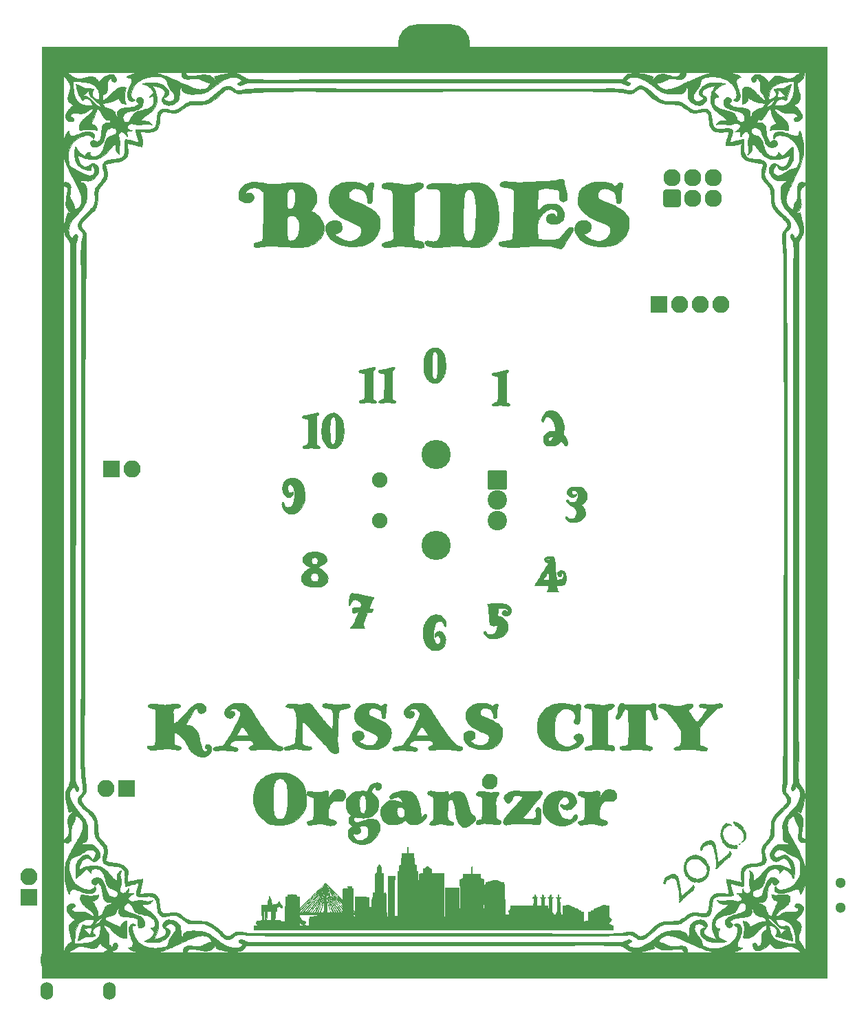
<source format=gbr>
%TF.GenerationSoftware,KiCad,Pcbnew,(6.0.7)*%
%TF.CreationDate,2022-09-02T13:53:09-05:00*%
%TF.ProjectId,BsidesKC-2022-Safe-Badge,42736964-6573-44b4-932d-323032322d53,0-c*%
%TF.SameCoordinates,Original*%
%TF.FileFunction,Soldermask,Top*%
%TF.FilePolarity,Negative*%
%FSLAX46Y46*%
G04 Gerber Fmt 4.6, Leading zero omitted, Abs format (unit mm)*
G04 Created by KiCad (PCBNEW (6.0.7)) date 2022-09-02 13:53:09*
%MOMM*%
%LPD*%
G01*
G04 APERTURE LIST*
G04 Aperture macros list*
%AMRoundRect*
0 Rectangle with rounded corners*
0 $1 Rounding radius*
0 $2 $3 $4 $5 $6 $7 $8 $9 X,Y pos of 4 corners*
0 Add a 4 corners polygon primitive as box body*
4,1,4,$2,$3,$4,$5,$6,$7,$8,$9,$2,$3,0*
0 Add four circle primitives for the rounded corners*
1,1,$1+$1,$2,$3*
1,1,$1+$1,$4,$5*
1,1,$1+$1,$6,$7*
1,1,$1+$1,$8,$9*
0 Add four rect primitives between the rounded corners*
20,1,$1+$1,$2,$3,$4,$5,0*
20,1,$1+$1,$4,$5,$6,$7,0*
20,1,$1+$1,$6,$7,$8,$9,0*
20,1,$1+$1,$8,$9,$2,$3,0*%
G04 Aperture macros list end*
%ADD10C,0.010000*%
%ADD11O,2.127200X2.127200*%
%ADD12RoundRect,0.200000X-0.863600X0.863600X-0.863600X-0.863600X0.863600X-0.863600X0.863600X0.863600X0*%
%ADD13C,2.127200*%
%ADD14O,8.900000X4.900000*%
%ADD15RoundRect,0.200000X-0.850000X0.850000X-0.850000X-0.850000X0.850000X-0.850000X0.850000X0.850000X0*%
%ADD16O,2.100000X2.100000*%
%ADD17RoundRect,0.200000X-0.850000X-0.850000X0.850000X-0.850000X0.850000X0.850000X-0.850000X0.850000X0*%
%ADD18C,1.300000*%
%ADD19RoundRect,0.200000X0.850000X-0.850000X0.850000X0.850000X-0.850000X0.850000X-0.850000X-0.850000X0*%
%ADD20O,1.200000X1.200000*%
%ADD21O,1.850000X2.400000*%
%ADD22O,1.550000X2.200000*%
%ADD23RoundRect,0.200000X1.000000X1.000000X-1.000000X1.000000X-1.000000X-1.000000X1.000000X-1.000000X0*%
%ADD24C,2.400000*%
%ADD25C,3.600000*%
%ADD26C,1.900000*%
G04 APERTURE END LIST*
%TO.C,G\u002A\u002A\u002A*%
G36*
X163845254Y-122560470D02*
G01*
X164094033Y-122580215D01*
X164330248Y-122614127D01*
X164501655Y-122650964D01*
X164749199Y-122731880D01*
X164965251Y-122841015D01*
X165149736Y-122978294D01*
X165302574Y-123143644D01*
X165423687Y-123336989D01*
X165512997Y-123558254D01*
X165534732Y-123634500D01*
X165563321Y-123799407D01*
X165559315Y-123954729D01*
X165521098Y-124104867D01*
X165447058Y-124254224D01*
X165335579Y-124407201D01*
X165196428Y-124557034D01*
X165075096Y-124666625D01*
X164960709Y-124744880D01*
X164840613Y-124797986D01*
X164702157Y-124832131D01*
X164605485Y-124846034D01*
X164408383Y-124856926D01*
X164223631Y-124843729D01*
X164054917Y-124808560D01*
X163905930Y-124753539D01*
X163780358Y-124680786D01*
X163681889Y-124592419D01*
X163614212Y-124490557D01*
X163581014Y-124377321D01*
X163585035Y-124259724D01*
X163612315Y-124198009D01*
X163664831Y-124169879D01*
X163742787Y-124175308D01*
X163846390Y-124214267D01*
X163864079Y-124222964D01*
X163945302Y-124261107D01*
X164026283Y-124294632D01*
X164075102Y-124311700D01*
X164135492Y-124325710D01*
X164183128Y-124321557D01*
X164241188Y-124296846D01*
X164246931Y-124293933D01*
X164326163Y-124244015D01*
X164413793Y-124174012D01*
X164498603Y-124094438D01*
X164569373Y-124015806D01*
X164614391Y-123949601D01*
X164650028Y-123847106D01*
X164647707Y-123745973D01*
X164622465Y-123666440D01*
X164545891Y-123522930D01*
X164451385Y-123414004D01*
X164382692Y-123363978D01*
X164273254Y-123321407D01*
X164144766Y-123305486D01*
X164011284Y-123316481D01*
X163887026Y-123354587D01*
X163770271Y-123427195D01*
X163657237Y-123535154D01*
X163552796Y-123671495D01*
X163461820Y-123829253D01*
X163389180Y-124001460D01*
X163354580Y-124115978D01*
X163327641Y-124256652D01*
X163310920Y-124417922D01*
X163305348Y-124582181D01*
X163311855Y-124731822D01*
X163318972Y-124789704D01*
X163366176Y-125022873D01*
X163430944Y-125238291D01*
X163511032Y-125432087D01*
X163604197Y-125600394D01*
X163708196Y-125739343D01*
X163820784Y-125845065D01*
X163939718Y-125913690D01*
X163978577Y-125927134D01*
X164121799Y-125967398D01*
X164237707Y-125996283D01*
X164339043Y-126016108D01*
X164438550Y-126029195D01*
X164548968Y-126037862D01*
X164602876Y-126040803D01*
X164713735Y-126045590D01*
X164792121Y-126046388D01*
X164847781Y-126042317D01*
X164890460Y-126032495D01*
X164929904Y-126016043D01*
X164941542Y-126010207D01*
X165007024Y-125971299D01*
X165061584Y-125924016D01*
X165113162Y-125859344D01*
X165169697Y-125768269D01*
X165196253Y-125721022D01*
X165273201Y-125592544D01*
X165342077Y-125503035D01*
X165405835Y-125450591D01*
X165467432Y-125433308D01*
X165529821Y-125449285D01*
X165573818Y-125477869D01*
X165651723Y-125562109D01*
X165690518Y-125660468D01*
X165690511Y-125771632D01*
X165652014Y-125894291D01*
X165575336Y-126027132D01*
X165460788Y-126168844D01*
X165394097Y-126238000D01*
X165173720Y-126428551D01*
X164935618Y-126581953D01*
X164678896Y-126698479D01*
X164402657Y-126778398D01*
X164106007Y-126821980D01*
X163788050Y-126829496D01*
X163504219Y-126808178D01*
X163176139Y-126750546D01*
X162868508Y-126656793D01*
X162582926Y-126528054D01*
X162320992Y-126365466D01*
X162084304Y-126170165D01*
X161874462Y-125943286D01*
X161693065Y-125685965D01*
X161551610Y-125421016D01*
X161492302Y-125274639D01*
X161451853Y-125128232D01*
X161427873Y-124969407D01*
X161417976Y-124785771D01*
X161417396Y-124724584D01*
X161435412Y-124410006D01*
X161489246Y-124112339D01*
X161577296Y-123833803D01*
X161697954Y-123576620D01*
X161849616Y-123343013D01*
X162030677Y-123135204D01*
X162239531Y-122955415D01*
X162474574Y-122805867D01*
X162734199Y-122688783D01*
X162933130Y-122626434D01*
X163127850Y-122587876D01*
X163351731Y-122564138D01*
X163594343Y-122555057D01*
X163845254Y-122560470D01*
G37*
D10*
X163845254Y-122560470D02*
X164094033Y-122580215D01*
X164330248Y-122614127D01*
X164501655Y-122650964D01*
X164749199Y-122731880D01*
X164965251Y-122841015D01*
X165149736Y-122978294D01*
X165302574Y-123143644D01*
X165423687Y-123336989D01*
X165512997Y-123558254D01*
X165534732Y-123634500D01*
X165563321Y-123799407D01*
X165559315Y-123954729D01*
X165521098Y-124104867D01*
X165447058Y-124254224D01*
X165335579Y-124407201D01*
X165196428Y-124557034D01*
X165075096Y-124666625D01*
X164960709Y-124744880D01*
X164840613Y-124797986D01*
X164702157Y-124832131D01*
X164605485Y-124846034D01*
X164408383Y-124856926D01*
X164223631Y-124843729D01*
X164054917Y-124808560D01*
X163905930Y-124753539D01*
X163780358Y-124680786D01*
X163681889Y-124592419D01*
X163614212Y-124490557D01*
X163581014Y-124377321D01*
X163585035Y-124259724D01*
X163612315Y-124198009D01*
X163664831Y-124169879D01*
X163742787Y-124175308D01*
X163846390Y-124214267D01*
X163864079Y-124222964D01*
X163945302Y-124261107D01*
X164026283Y-124294632D01*
X164075102Y-124311700D01*
X164135492Y-124325710D01*
X164183128Y-124321557D01*
X164241188Y-124296846D01*
X164246931Y-124293933D01*
X164326163Y-124244015D01*
X164413793Y-124174012D01*
X164498603Y-124094438D01*
X164569373Y-124015806D01*
X164614391Y-123949601D01*
X164650028Y-123847106D01*
X164647707Y-123745973D01*
X164622465Y-123666440D01*
X164545891Y-123522930D01*
X164451385Y-123414004D01*
X164382692Y-123363978D01*
X164273254Y-123321407D01*
X164144766Y-123305486D01*
X164011284Y-123316481D01*
X163887026Y-123354587D01*
X163770271Y-123427195D01*
X163657237Y-123535154D01*
X163552796Y-123671495D01*
X163461820Y-123829253D01*
X163389180Y-124001460D01*
X163354580Y-124115978D01*
X163327641Y-124256652D01*
X163310920Y-124417922D01*
X163305348Y-124582181D01*
X163311855Y-124731822D01*
X163318972Y-124789704D01*
X163366176Y-125022873D01*
X163430944Y-125238291D01*
X163511032Y-125432087D01*
X163604197Y-125600394D01*
X163708196Y-125739343D01*
X163820784Y-125845065D01*
X163939718Y-125913690D01*
X163978577Y-125927134D01*
X164121799Y-125967398D01*
X164237707Y-125996283D01*
X164339043Y-126016108D01*
X164438550Y-126029195D01*
X164548968Y-126037862D01*
X164602876Y-126040803D01*
X164713735Y-126045590D01*
X164792121Y-126046388D01*
X164847781Y-126042317D01*
X164890460Y-126032495D01*
X164929904Y-126016043D01*
X164941542Y-126010207D01*
X165007024Y-125971299D01*
X165061584Y-125924016D01*
X165113162Y-125859344D01*
X165169697Y-125768269D01*
X165196253Y-125721022D01*
X165273201Y-125592544D01*
X165342077Y-125503035D01*
X165405835Y-125450591D01*
X165467432Y-125433308D01*
X165529821Y-125449285D01*
X165573818Y-125477869D01*
X165651723Y-125562109D01*
X165690518Y-125660468D01*
X165690511Y-125771632D01*
X165652014Y-125894291D01*
X165575336Y-126027132D01*
X165460788Y-126168844D01*
X165394097Y-126238000D01*
X165173720Y-126428551D01*
X164935618Y-126581953D01*
X164678896Y-126698479D01*
X164402657Y-126778398D01*
X164106007Y-126821980D01*
X163788050Y-126829496D01*
X163504219Y-126808178D01*
X163176139Y-126750546D01*
X162868508Y-126656793D01*
X162582926Y-126528054D01*
X162320992Y-126365466D01*
X162084304Y-126170165D01*
X161874462Y-125943286D01*
X161693065Y-125685965D01*
X161551610Y-125421016D01*
X161492302Y-125274639D01*
X161451853Y-125128232D01*
X161427873Y-124969407D01*
X161417976Y-124785771D01*
X161417396Y-124724584D01*
X161435412Y-124410006D01*
X161489246Y-124112339D01*
X161577296Y-123833803D01*
X161697954Y-123576620D01*
X161849616Y-123343013D01*
X162030677Y-123135204D01*
X162239531Y-122955415D01*
X162474574Y-122805867D01*
X162734199Y-122688783D01*
X162933130Y-122626434D01*
X163127850Y-122587876D01*
X163351731Y-122564138D01*
X163594343Y-122555057D01*
X163845254Y-122560470D01*
G36*
X140477520Y-111769858D02*
G01*
X140673793Y-111787872D01*
X140848417Y-111815553D01*
X140991856Y-111852744D01*
X140999241Y-111855266D01*
X141086395Y-111890821D01*
X141190048Y-111940870D01*
X141291589Y-111996254D01*
X141319358Y-112012847D01*
X141399953Y-112059380D01*
X141471801Y-112095684D01*
X141524363Y-112116665D01*
X141540883Y-112119834D01*
X141581578Y-112104283D01*
X141643562Y-112060422D01*
X141720996Y-111992441D01*
X141728766Y-111985051D01*
X141811647Y-111907370D01*
X141873101Y-111855986D01*
X141921245Y-111826873D01*
X141964194Y-111816006D01*
X142010061Y-111819358D01*
X142046314Y-111827517D01*
X142138150Y-111866891D01*
X142194502Y-111929085D01*
X142215225Y-112013611D01*
X142200175Y-112119980D01*
X142162605Y-112219772D01*
X142145349Y-112258650D01*
X142131867Y-112295076D01*
X142121527Y-112335034D01*
X142113696Y-112384511D01*
X142107741Y-112449492D01*
X142103030Y-112535962D01*
X142098930Y-112649907D01*
X142094809Y-112797311D01*
X142092635Y-112881834D01*
X142087425Y-113064719D01*
X142081547Y-113210473D01*
X142074111Y-113324297D01*
X142064226Y-113411393D01*
X142051001Y-113476961D01*
X142033546Y-113526203D01*
X142010970Y-113564321D01*
X141982382Y-113596516D01*
X141967969Y-113609878D01*
X141916994Y-113637653D01*
X141844890Y-113656730D01*
X141822141Y-113659691D01*
X141757041Y-113662059D01*
X141709195Y-113651144D01*
X141675395Y-113621475D01*
X141652437Y-113567583D01*
X141637113Y-113483996D01*
X141626216Y-113365245D01*
X141623231Y-113320363D01*
X141603081Y-113114259D01*
X141568432Y-112943889D01*
X141515267Y-112803974D01*
X141439569Y-112689231D01*
X141337323Y-112594381D01*
X141204510Y-112514143D01*
X141037115Y-112443236D01*
X140927667Y-112405922D01*
X140754498Y-112360590D01*
X140605643Y-112344448D01*
X140474823Y-112357427D01*
X140355759Y-112399459D01*
X140355461Y-112399605D01*
X140248475Y-112465302D01*
X140146540Y-112551129D01*
X140061470Y-112645738D01*
X140006338Y-112734951D01*
X139987292Y-112784355D01*
X139979081Y-112832364D01*
X139980822Y-112893381D01*
X139991339Y-112979714D01*
X140005550Y-113066633D01*
X140022662Y-113125922D01*
X140048844Y-113172162D01*
X140090264Y-113219929D01*
X140095112Y-113224969D01*
X140167054Y-113287116D01*
X140264559Y-113349749D01*
X140391617Y-113414921D01*
X140552223Y-113484685D01*
X140745342Y-113559239D01*
X141068614Y-113684274D01*
X141360678Y-113809887D01*
X141632417Y-113941158D01*
X141894717Y-114083165D01*
X142001497Y-114145337D01*
X142158402Y-114253797D01*
X142311880Y-114388067D01*
X142454020Y-114539258D01*
X142576914Y-114698482D01*
X142672653Y-114856848D01*
X142712486Y-114944454D01*
X142735691Y-115029735D01*
X142752993Y-115145233D01*
X142763812Y-115279166D01*
X142767572Y-115419755D01*
X142763692Y-115555219D01*
X142751597Y-115673777D01*
X142749044Y-115689341D01*
X142722417Y-115811453D01*
X142682271Y-115957670D01*
X142633182Y-116113825D01*
X142579723Y-116265752D01*
X142526469Y-116399284D01*
X142503104Y-116451043D01*
X142411690Y-116603890D01*
X142284572Y-116757600D01*
X142127883Y-116906582D01*
X141947756Y-117045247D01*
X141750325Y-117168004D01*
X141669944Y-117210369D01*
X141480082Y-117298115D01*
X141306898Y-117360955D01*
X141136336Y-117403098D01*
X140954344Y-117428753D01*
X140934607Y-117430607D01*
X140767009Y-117442087D01*
X140579617Y-117448819D01*
X140383552Y-117450891D01*
X140189937Y-117448388D01*
X140009895Y-117441398D01*
X139854548Y-117430006D01*
X139781720Y-117421632D01*
X139457162Y-117360675D01*
X139157485Y-117270279D01*
X138884516Y-117151468D01*
X138640082Y-117005261D01*
X138426012Y-116832680D01*
X138244133Y-116634746D01*
X138157653Y-116514176D01*
X138057611Y-116336456D01*
X137994166Y-116162286D01*
X137963974Y-115981189D01*
X137960356Y-115895949D01*
X137973875Y-115715259D01*
X138018899Y-115561863D01*
X138096933Y-115433187D01*
X138209481Y-115326658D01*
X138338471Y-115249089D01*
X138417691Y-115213327D01*
X138488490Y-115191123D01*
X138568013Y-115178445D01*
X138668309Y-115171501D01*
X138865484Y-115174451D01*
X139030097Y-115204125D01*
X139162885Y-115261114D01*
X139264587Y-115346005D01*
X139335941Y-115459387D01*
X139377687Y-115601849D01*
X139390455Y-115747054D01*
X139390097Y-115838682D01*
X139383634Y-115902969D01*
X139368031Y-115954796D01*
X139340254Y-116009043D01*
X139335290Y-116017561D01*
X139237515Y-116144599D01*
X139112977Y-116238921D01*
X138962144Y-116300224D01*
X138869208Y-116319599D01*
X138810721Y-116331519D01*
X138774465Y-116345063D01*
X138768667Y-116351609D01*
X138786172Y-116387419D01*
X138834450Y-116439027D01*
X138907146Y-116501897D01*
X138997902Y-116571493D01*
X139100361Y-116643278D01*
X139208169Y-116712716D01*
X139314967Y-116775270D01*
X139414400Y-116826405D01*
X139465011Y-116848568D01*
X139672898Y-116915959D01*
X139887389Y-116955557D01*
X140100573Y-116967377D01*
X140304541Y-116951435D01*
X140491381Y-116907744D01*
X140635269Y-116846398D01*
X140759100Y-116760105D01*
X140870459Y-116646569D01*
X140965692Y-116513421D01*
X141041145Y-116368291D01*
X141093166Y-116218810D01*
X141118100Y-116072609D01*
X141112295Y-115937318D01*
X141098003Y-115879956D01*
X141059514Y-115801406D01*
X140994956Y-115724257D01*
X140901636Y-115646730D01*
X140776864Y-115567046D01*
X140617947Y-115483428D01*
X140422194Y-115394097D01*
X140260917Y-115326852D01*
X139910380Y-115177765D01*
X139600131Y-115030101D01*
X139328199Y-114882742D01*
X139092614Y-114734573D01*
X138891405Y-114584475D01*
X138780441Y-114487519D01*
X138591737Y-114289158D01*
X138444376Y-114084165D01*
X138337600Y-113870372D01*
X138270656Y-113645612D01*
X138242788Y-113407716D01*
X138253241Y-113154519D01*
X138271594Y-113027217D01*
X138312533Y-112835053D01*
X138364374Y-112674979D01*
X138431625Y-112537238D01*
X138518797Y-112412072D01*
X138596448Y-112324239D01*
X138749872Y-112188532D01*
X138936762Y-112064205D01*
X139148811Y-111955775D01*
X139377713Y-111867756D01*
X139505143Y-111830369D01*
X139666636Y-111797660D01*
X139854156Y-111775413D01*
X140058166Y-111763470D01*
X140269133Y-111761671D01*
X140477520Y-111769858D01*
G37*
X140477520Y-111769858D02*
X140673793Y-111787872D01*
X140848417Y-111815553D01*
X140991856Y-111852744D01*
X140999241Y-111855266D01*
X141086395Y-111890821D01*
X141190048Y-111940870D01*
X141291589Y-111996254D01*
X141319358Y-112012847D01*
X141399953Y-112059380D01*
X141471801Y-112095684D01*
X141524363Y-112116665D01*
X141540883Y-112119834D01*
X141581578Y-112104283D01*
X141643562Y-112060422D01*
X141720996Y-111992441D01*
X141728766Y-111985051D01*
X141811647Y-111907370D01*
X141873101Y-111855986D01*
X141921245Y-111826873D01*
X141964194Y-111816006D01*
X142010061Y-111819358D01*
X142046314Y-111827517D01*
X142138150Y-111866891D01*
X142194502Y-111929085D01*
X142215225Y-112013611D01*
X142200175Y-112119980D01*
X142162605Y-112219772D01*
X142145349Y-112258650D01*
X142131867Y-112295076D01*
X142121527Y-112335034D01*
X142113696Y-112384511D01*
X142107741Y-112449492D01*
X142103030Y-112535962D01*
X142098930Y-112649907D01*
X142094809Y-112797311D01*
X142092635Y-112881834D01*
X142087425Y-113064719D01*
X142081547Y-113210473D01*
X142074111Y-113324297D01*
X142064226Y-113411393D01*
X142051001Y-113476961D01*
X142033546Y-113526203D01*
X142010970Y-113564321D01*
X141982382Y-113596516D01*
X141967969Y-113609878D01*
X141916994Y-113637653D01*
X141844890Y-113656730D01*
X141822141Y-113659691D01*
X141757041Y-113662059D01*
X141709195Y-113651144D01*
X141675395Y-113621475D01*
X141652437Y-113567583D01*
X141637113Y-113483996D01*
X141626216Y-113365245D01*
X141623231Y-113320363D01*
X141603081Y-113114259D01*
X141568432Y-112943889D01*
X141515267Y-112803974D01*
X141439569Y-112689231D01*
X141337323Y-112594381D01*
X141204510Y-112514143D01*
X141037115Y-112443236D01*
X140927667Y-112405922D01*
X140754498Y-112360590D01*
X140605643Y-112344448D01*
X140474823Y-112357427D01*
X140355759Y-112399459D01*
X140355461Y-112399605D01*
X140248475Y-112465302D01*
X140146540Y-112551129D01*
X140061470Y-112645738D01*
X140006338Y-112734951D01*
X139987292Y-112784355D01*
X139979081Y-112832364D01*
X139980822Y-112893381D01*
X139991339Y-112979714D01*
X140005550Y-113066633D01*
X140022662Y-113125922D01*
X140048844Y-113172162D01*
X140090264Y-113219929D01*
X140095112Y-113224969D01*
X140167054Y-113287116D01*
X140264559Y-113349749D01*
X140391617Y-113414921D01*
X140552223Y-113484685D01*
X140745342Y-113559239D01*
X141068614Y-113684274D01*
X141360678Y-113809887D01*
X141632417Y-113941158D01*
X141894717Y-114083165D01*
X142001497Y-114145337D01*
X142158402Y-114253797D01*
X142311880Y-114388067D01*
X142454020Y-114539258D01*
X142576914Y-114698482D01*
X142672653Y-114856848D01*
X142712486Y-114944454D01*
X142735691Y-115029735D01*
X142752993Y-115145233D01*
X142763812Y-115279166D01*
X142767572Y-115419755D01*
X142763692Y-115555219D01*
X142751597Y-115673777D01*
X142749044Y-115689341D01*
X142722417Y-115811453D01*
X142682271Y-115957670D01*
X142633182Y-116113825D01*
X142579723Y-116265752D01*
X142526469Y-116399284D01*
X142503104Y-116451043D01*
X142411690Y-116603890D01*
X142284572Y-116757600D01*
X142127883Y-116906582D01*
X141947756Y-117045247D01*
X141750325Y-117168004D01*
X141669944Y-117210369D01*
X141480082Y-117298115D01*
X141306898Y-117360955D01*
X141136336Y-117403098D01*
X140954344Y-117428753D01*
X140934607Y-117430607D01*
X140767009Y-117442087D01*
X140579617Y-117448819D01*
X140383552Y-117450891D01*
X140189937Y-117448388D01*
X140009895Y-117441398D01*
X139854548Y-117430006D01*
X139781720Y-117421632D01*
X139457162Y-117360675D01*
X139157485Y-117270279D01*
X138884516Y-117151468D01*
X138640082Y-117005261D01*
X138426012Y-116832680D01*
X138244133Y-116634746D01*
X138157653Y-116514176D01*
X138057611Y-116336456D01*
X137994166Y-116162286D01*
X137963974Y-115981189D01*
X137960356Y-115895949D01*
X137973875Y-115715259D01*
X138018899Y-115561863D01*
X138096933Y-115433187D01*
X138209481Y-115326658D01*
X138338471Y-115249089D01*
X138417691Y-115213327D01*
X138488490Y-115191123D01*
X138568013Y-115178445D01*
X138668309Y-115171501D01*
X138865484Y-115174451D01*
X139030097Y-115204125D01*
X139162885Y-115261114D01*
X139264587Y-115346005D01*
X139335941Y-115459387D01*
X139377687Y-115601849D01*
X139390455Y-115747054D01*
X139390097Y-115838682D01*
X139383634Y-115902969D01*
X139368031Y-115954796D01*
X139340254Y-116009043D01*
X139335290Y-116017561D01*
X139237515Y-116144599D01*
X139112977Y-116238921D01*
X138962144Y-116300224D01*
X138869208Y-116319599D01*
X138810721Y-116331519D01*
X138774465Y-116345063D01*
X138768667Y-116351609D01*
X138786172Y-116387419D01*
X138834450Y-116439027D01*
X138907146Y-116501897D01*
X138997902Y-116571493D01*
X139100361Y-116643278D01*
X139208169Y-116712716D01*
X139314967Y-116775270D01*
X139414400Y-116826405D01*
X139465011Y-116848568D01*
X139672898Y-116915959D01*
X139887389Y-116955557D01*
X140100573Y-116967377D01*
X140304541Y-116951435D01*
X140491381Y-116907744D01*
X140635269Y-116846398D01*
X140759100Y-116760105D01*
X140870459Y-116646569D01*
X140965692Y-116513421D01*
X141041145Y-116368291D01*
X141093166Y-116218810D01*
X141118100Y-116072609D01*
X141112295Y-115937318D01*
X141098003Y-115879956D01*
X141059514Y-115801406D01*
X140994956Y-115724257D01*
X140901636Y-115646730D01*
X140776864Y-115567046D01*
X140617947Y-115483428D01*
X140422194Y-115394097D01*
X140260917Y-115326852D01*
X139910380Y-115177765D01*
X139600131Y-115030101D01*
X139328199Y-114882742D01*
X139092614Y-114734573D01*
X138891405Y-114584475D01*
X138780441Y-114487519D01*
X138591737Y-114289158D01*
X138444376Y-114084165D01*
X138337600Y-113870372D01*
X138270656Y-113645612D01*
X138242788Y-113407716D01*
X138253241Y-113154519D01*
X138271594Y-113027217D01*
X138312533Y-112835053D01*
X138364374Y-112674979D01*
X138431625Y-112537238D01*
X138518797Y-112412072D01*
X138596448Y-112324239D01*
X138749872Y-112188532D01*
X138936762Y-112064205D01*
X139148811Y-111955775D01*
X139377713Y-111867756D01*
X139505143Y-111830369D01*
X139666636Y-111797660D01*
X139854156Y-111775413D01*
X140058166Y-111763470D01*
X140269133Y-111761671D01*
X140477520Y-111769858D01*
G36*
X119184410Y-111777701D02*
G01*
X119337461Y-111784627D01*
X119460254Y-111806863D01*
X119563297Y-111848307D01*
X119657098Y-111912853D01*
X119728273Y-111979349D01*
X119846162Y-112116936D01*
X119924579Y-112249173D01*
X119965402Y-112379790D01*
X119972667Y-112464939D01*
X119960270Y-112583399D01*
X119919705Y-112686463D01*
X119845907Y-112784649D01*
X119793893Y-112836187D01*
X119678507Y-112926953D01*
X119564039Y-112981501D01*
X119439046Y-113004102D01*
X119345325Y-113003599D01*
X119218251Y-112987436D01*
X119120908Y-112953088D01*
X119047861Y-112895305D01*
X118993672Y-112808839D01*
X118952904Y-112688441D01*
X118934447Y-112606925D01*
X118916308Y-112520867D01*
X118900059Y-112451568D01*
X118888072Y-112408788D01*
X118884189Y-112400134D01*
X118853248Y-112395790D01*
X118797290Y-112409406D01*
X118727251Y-112436595D01*
X118654066Y-112472968D01*
X118588674Y-112514136D01*
X118575838Y-112523859D01*
X118526025Y-112568125D01*
X118481251Y-112620833D01*
X118435356Y-112690814D01*
X118382180Y-112786901D01*
X118353113Y-112843215D01*
X118216842Y-113108901D01*
X118090137Y-113351611D01*
X117974174Y-113569233D01*
X117870130Y-113759653D01*
X117779181Y-113920760D01*
X117702505Y-114050438D01*
X117641279Y-114146576D01*
X117596679Y-114207061D01*
X117588557Y-114216061D01*
X117526519Y-114291430D01*
X117498759Y-114351750D01*
X117505841Y-114394507D01*
X117543792Y-114416212D01*
X117583109Y-114424082D01*
X117653792Y-114436981D01*
X117745437Y-114453048D01*
X117836893Y-114468620D01*
X117985390Y-114495087D01*
X118101017Y-114521232D01*
X118192932Y-114551801D01*
X118270295Y-114591539D01*
X118342265Y-114645191D01*
X118418000Y-114717503D01*
X118506659Y-114813219D01*
X118510730Y-114817743D01*
X118640429Y-114966144D01*
X118745848Y-115097508D01*
X118834614Y-115222621D01*
X118914355Y-115352268D01*
X118992698Y-115497236D01*
X118996573Y-115504803D01*
X119045442Y-115605127D01*
X119080937Y-115692473D01*
X119108008Y-115782175D01*
X119131601Y-115889567D01*
X119145946Y-115967736D01*
X119209291Y-116307670D01*
X119272704Y-116606450D01*
X119336586Y-116865257D01*
X119401338Y-117085269D01*
X119467359Y-117267665D01*
X119535051Y-117413625D01*
X119604814Y-117524326D01*
X119677049Y-117600949D01*
X119708233Y-117623259D01*
X119787121Y-117655256D01*
X119875953Y-117665636D01*
X119963908Y-117656341D01*
X120040165Y-117629312D01*
X120093904Y-117586492D01*
X120111697Y-117550851D01*
X120120216Y-117471208D01*
X120097112Y-117416965D01*
X120040185Y-117383087D01*
X120038149Y-117382404D01*
X119955199Y-117334851D01*
X119900560Y-117256157D01*
X119873979Y-117145942D01*
X119872761Y-117131920D01*
X119877231Y-117023080D01*
X119911309Y-116942440D01*
X119978342Y-116884992D01*
X120060187Y-116851697D01*
X120158481Y-116827023D01*
X120234264Y-116821445D01*
X120303033Y-116835425D01*
X120362859Y-116860731D01*
X120460138Y-116931383D01*
X120538765Y-117038575D01*
X120597475Y-117180250D01*
X120623188Y-117283844D01*
X120645053Y-117440820D01*
X120641092Y-117573838D01*
X120609037Y-117694114D01*
X120546618Y-117812864D01*
X120503684Y-117874670D01*
X120387386Y-118018026D01*
X120272317Y-118129397D01*
X120148316Y-118217569D01*
X120040517Y-118275104D01*
X119970546Y-118307404D01*
X119913889Y-118329366D01*
X119859017Y-118343231D01*
X119794402Y-118351239D01*
X119708516Y-118355629D01*
X119613251Y-118358120D01*
X119481460Y-118359253D01*
X119378574Y-118355131D01*
X119291368Y-118344634D01*
X119206616Y-118326641D01*
X119189500Y-118322231D01*
X119014166Y-118262570D01*
X118821742Y-118173239D01*
X118619968Y-118058851D01*
X118416585Y-117924021D01*
X118219334Y-117773366D01*
X118105792Y-117676084D01*
X118045614Y-117612332D01*
X117977826Y-117521393D01*
X117900822Y-117400640D01*
X117812994Y-117247445D01*
X117712735Y-117059181D01*
X117634735Y-116905996D01*
X117513008Y-116683803D01*
X117373526Y-116464544D01*
X117220830Y-116253426D01*
X117059456Y-116055656D01*
X116893943Y-115876442D01*
X116728829Y-115720991D01*
X116568653Y-115594509D01*
X116417952Y-115502203D01*
X116406083Y-115496275D01*
X116287452Y-115444170D01*
X116197930Y-115419205D01*
X116134395Y-115421068D01*
X116093730Y-115449450D01*
X116084917Y-115464330D01*
X116058114Y-115548980D01*
X116039651Y-115672088D01*
X116029720Y-115830573D01*
X116028518Y-116021349D01*
X116036127Y-116239219D01*
X116045765Y-116422621D01*
X116055370Y-116568785D01*
X116067828Y-116682709D01*
X116086027Y-116769388D01*
X116112854Y-116833817D01*
X116151196Y-116880993D01*
X116203940Y-116915911D01*
X116273973Y-116943567D01*
X116364182Y-116968957D01*
X116473543Y-116996108D01*
X116639787Y-117042695D01*
X116763788Y-117089772D01*
X116845633Y-117137376D01*
X116881625Y-117177344D01*
X116904316Y-117259820D01*
X116889831Y-117341519D01*
X116842500Y-117413327D01*
X116766650Y-117466131D01*
X116739417Y-117476760D01*
X116652871Y-117493733D01*
X116532434Y-117500470D01*
X116385217Y-117497266D01*
X116218334Y-117484413D01*
X116038895Y-117462205D01*
X115919250Y-117442954D01*
X115788457Y-117419955D01*
X115653706Y-117396264D01*
X115529165Y-117374371D01*
X115429005Y-117356768D01*
X115411518Y-117353696D01*
X115351411Y-117343620D01*
X115297095Y-117336435D01*
X115243090Y-117332534D01*
X115183920Y-117332307D01*
X115114104Y-117336146D01*
X115028165Y-117344444D01*
X114920624Y-117357592D01*
X114786001Y-117375982D01*
X114618820Y-117400006D01*
X114479917Y-117420322D01*
X114234107Y-117453558D01*
X113998282Y-117479986D01*
X113777445Y-117499329D01*
X113576600Y-117511313D01*
X113400751Y-117515660D01*
X113254900Y-117512096D01*
X113144051Y-117500344D01*
X113119082Y-117495346D01*
X112992995Y-117455052D01*
X112888414Y-117399818D01*
X112808283Y-117334103D01*
X112755545Y-117262366D01*
X112733145Y-117189066D01*
X112744025Y-117118659D01*
X112791131Y-117055606D01*
X112816123Y-117036501D01*
X112847528Y-117017372D01*
X112880438Y-117004128D01*
X112923021Y-116995743D01*
X112983444Y-116991190D01*
X113069876Y-116989441D01*
X113190187Y-116989469D01*
X113313638Y-116989287D01*
X113403363Y-116986944D01*
X113467955Y-116981497D01*
X113516004Y-116972003D01*
X113556102Y-116957520D01*
X113578254Y-116946894D01*
X113605577Y-116933536D01*
X113629429Y-116921333D01*
X113650082Y-116907480D01*
X113667806Y-116889170D01*
X113682871Y-116863601D01*
X113695549Y-116827965D01*
X113706110Y-116779459D01*
X113714825Y-116715277D01*
X113721964Y-116632613D01*
X113727799Y-116528664D01*
X113732599Y-116400623D01*
X113736636Y-116245685D01*
X113740180Y-116061046D01*
X113743503Y-115843900D01*
X113746874Y-115591442D01*
X113750565Y-115300867D01*
X113752618Y-115140131D01*
X113757594Y-114738180D01*
X113761617Y-114376729D01*
X113764670Y-114053953D01*
X113766739Y-113768028D01*
X113767808Y-113517132D01*
X113767863Y-113299440D01*
X113766889Y-113113128D01*
X113764869Y-112956373D01*
X113761790Y-112827352D01*
X113757635Y-112724240D01*
X113752390Y-112645213D01*
X113746040Y-112588448D01*
X113738569Y-112552121D01*
X113730976Y-112535515D01*
X113699997Y-112515800D01*
X113637416Y-112488285D01*
X113552381Y-112456642D01*
X113455809Y-112425083D01*
X113274298Y-112368524D01*
X113129790Y-112320677D01*
X113018330Y-112279554D01*
X112935963Y-112243161D01*
X112878735Y-112209510D01*
X112842691Y-112176607D01*
X112823876Y-112142462D01*
X112818336Y-112105085D01*
X112818333Y-112104135D01*
X112836852Y-112057854D01*
X112886454Y-112004925D01*
X112958205Y-111952515D01*
X113043171Y-111907789D01*
X113082246Y-111892458D01*
X113187567Y-111868483D01*
X113328930Y-111856419D01*
X113501789Y-111856149D01*
X113701597Y-111867553D01*
X113923808Y-111890515D01*
X114130667Y-111919622D01*
X114333673Y-111948383D01*
X114526304Y-111968482D01*
X114714981Y-111979686D01*
X114906123Y-111981759D01*
X115106151Y-111974467D01*
X115321482Y-111957576D01*
X115558539Y-111930851D01*
X115823740Y-111894058D01*
X116123505Y-111846963D01*
X116124342Y-111846826D01*
X116279075Y-111826093D01*
X116403315Y-111821810D01*
X116506265Y-111835723D01*
X116597132Y-111869582D01*
X116685122Y-111925136D01*
X116731629Y-111962196D01*
X116785651Y-112031227D01*
X116800462Y-112110578D01*
X116775992Y-112194441D01*
X116735183Y-112253025D01*
X116669950Y-112309759D01*
X116587050Y-112347220D01*
X116478772Y-112367784D01*
X116343009Y-112373834D01*
X116208918Y-112383613D01*
X116106177Y-112415053D01*
X116028063Y-112471307D01*
X115972125Y-112547765D01*
X115958319Y-112572840D01*
X115947017Y-112597062D01*
X115938082Y-112624555D01*
X115931373Y-112659445D01*
X115926751Y-112705857D01*
X115924077Y-112767916D01*
X115923211Y-112849748D01*
X115924014Y-112955477D01*
X115926346Y-113089228D01*
X115930068Y-113255128D01*
X115935041Y-113457300D01*
X115937746Y-113565053D01*
X115956242Y-114301189D01*
X116001246Y-114288052D01*
X116119949Y-114239460D01*
X116259040Y-114157629D01*
X116363750Y-114083823D01*
X116441436Y-114020621D01*
X116542335Y-113930525D01*
X116661635Y-113818368D01*
X116794523Y-113688985D01*
X116936187Y-113547208D01*
X117081814Y-113397873D01*
X117226592Y-113245812D01*
X117365708Y-113095860D01*
X117494350Y-112952849D01*
X117528804Y-112913601D01*
X117703871Y-112714690D01*
X117856358Y-112545730D01*
X117989878Y-112403416D01*
X118108045Y-112284441D01*
X118214471Y-112185500D01*
X118312770Y-112103287D01*
X118406556Y-112034496D01*
X118499440Y-111975822D01*
X118595037Y-111923958D01*
X118628583Y-111907393D01*
X118771764Y-111844533D01*
X118899550Y-111804642D01*
X119029162Y-111783699D01*
X119177822Y-111777688D01*
X119184410Y-111777701D01*
G37*
X119184410Y-111777701D02*
X119337461Y-111784627D01*
X119460254Y-111806863D01*
X119563297Y-111848307D01*
X119657098Y-111912853D01*
X119728273Y-111979349D01*
X119846162Y-112116936D01*
X119924579Y-112249173D01*
X119965402Y-112379790D01*
X119972667Y-112464939D01*
X119960270Y-112583399D01*
X119919705Y-112686463D01*
X119845907Y-112784649D01*
X119793893Y-112836187D01*
X119678507Y-112926953D01*
X119564039Y-112981501D01*
X119439046Y-113004102D01*
X119345325Y-113003599D01*
X119218251Y-112987436D01*
X119120908Y-112953088D01*
X119047861Y-112895305D01*
X118993672Y-112808839D01*
X118952904Y-112688441D01*
X118934447Y-112606925D01*
X118916308Y-112520867D01*
X118900059Y-112451568D01*
X118888072Y-112408788D01*
X118884189Y-112400134D01*
X118853248Y-112395790D01*
X118797290Y-112409406D01*
X118727251Y-112436595D01*
X118654066Y-112472968D01*
X118588674Y-112514136D01*
X118575838Y-112523859D01*
X118526025Y-112568125D01*
X118481251Y-112620833D01*
X118435356Y-112690814D01*
X118382180Y-112786901D01*
X118353113Y-112843215D01*
X118216842Y-113108901D01*
X118090137Y-113351611D01*
X117974174Y-113569233D01*
X117870130Y-113759653D01*
X117779181Y-113920760D01*
X117702505Y-114050438D01*
X117641279Y-114146576D01*
X117596679Y-114207061D01*
X117588557Y-114216061D01*
X117526519Y-114291430D01*
X117498759Y-114351750D01*
X117505841Y-114394507D01*
X117543792Y-114416212D01*
X117583109Y-114424082D01*
X117653792Y-114436981D01*
X117745437Y-114453048D01*
X117836893Y-114468620D01*
X117985390Y-114495087D01*
X118101017Y-114521232D01*
X118192932Y-114551801D01*
X118270295Y-114591539D01*
X118342265Y-114645191D01*
X118418000Y-114717503D01*
X118506659Y-114813219D01*
X118510730Y-114817743D01*
X118640429Y-114966144D01*
X118745848Y-115097508D01*
X118834614Y-115222621D01*
X118914355Y-115352268D01*
X118992698Y-115497236D01*
X118996573Y-115504803D01*
X119045442Y-115605127D01*
X119080937Y-115692473D01*
X119108008Y-115782175D01*
X119131601Y-115889567D01*
X119145946Y-115967736D01*
X119209291Y-116307670D01*
X119272704Y-116606450D01*
X119336586Y-116865257D01*
X119401338Y-117085269D01*
X119467359Y-117267665D01*
X119535051Y-117413625D01*
X119604814Y-117524326D01*
X119677049Y-117600949D01*
X119708233Y-117623259D01*
X119787121Y-117655256D01*
X119875953Y-117665636D01*
X119963908Y-117656341D01*
X120040165Y-117629312D01*
X120093904Y-117586492D01*
X120111697Y-117550851D01*
X120120216Y-117471208D01*
X120097112Y-117416965D01*
X120040185Y-117383087D01*
X120038149Y-117382404D01*
X119955199Y-117334851D01*
X119900560Y-117256157D01*
X119873979Y-117145942D01*
X119872761Y-117131920D01*
X119877231Y-117023080D01*
X119911309Y-116942440D01*
X119978342Y-116884992D01*
X120060187Y-116851697D01*
X120158481Y-116827023D01*
X120234264Y-116821445D01*
X120303033Y-116835425D01*
X120362859Y-116860731D01*
X120460138Y-116931383D01*
X120538765Y-117038575D01*
X120597475Y-117180250D01*
X120623188Y-117283844D01*
X120645053Y-117440820D01*
X120641092Y-117573838D01*
X120609037Y-117694114D01*
X120546618Y-117812864D01*
X120503684Y-117874670D01*
X120387386Y-118018026D01*
X120272317Y-118129397D01*
X120148316Y-118217569D01*
X120040517Y-118275104D01*
X119970546Y-118307404D01*
X119913889Y-118329366D01*
X119859017Y-118343231D01*
X119794402Y-118351239D01*
X119708516Y-118355629D01*
X119613251Y-118358120D01*
X119481460Y-118359253D01*
X119378574Y-118355131D01*
X119291368Y-118344634D01*
X119206616Y-118326641D01*
X119189500Y-118322231D01*
X119014166Y-118262570D01*
X118821742Y-118173239D01*
X118619968Y-118058851D01*
X118416585Y-117924021D01*
X118219334Y-117773366D01*
X118105792Y-117676084D01*
X118045614Y-117612332D01*
X117977826Y-117521393D01*
X117900822Y-117400640D01*
X117812994Y-117247445D01*
X117712735Y-117059181D01*
X117634735Y-116905996D01*
X117513008Y-116683803D01*
X117373526Y-116464544D01*
X117220830Y-116253426D01*
X117059456Y-116055656D01*
X116893943Y-115876442D01*
X116728829Y-115720991D01*
X116568653Y-115594509D01*
X116417952Y-115502203D01*
X116406083Y-115496275D01*
X116287452Y-115444170D01*
X116197930Y-115419205D01*
X116134395Y-115421068D01*
X116093730Y-115449450D01*
X116084917Y-115464330D01*
X116058114Y-115548980D01*
X116039651Y-115672088D01*
X116029720Y-115830573D01*
X116028518Y-116021349D01*
X116036127Y-116239219D01*
X116045765Y-116422621D01*
X116055370Y-116568785D01*
X116067828Y-116682709D01*
X116086027Y-116769388D01*
X116112854Y-116833817D01*
X116151196Y-116880993D01*
X116203940Y-116915911D01*
X116273973Y-116943567D01*
X116364182Y-116968957D01*
X116473543Y-116996108D01*
X116639787Y-117042695D01*
X116763788Y-117089772D01*
X116845633Y-117137376D01*
X116881625Y-117177344D01*
X116904316Y-117259820D01*
X116889831Y-117341519D01*
X116842500Y-117413327D01*
X116766650Y-117466131D01*
X116739417Y-117476760D01*
X116652871Y-117493733D01*
X116532434Y-117500470D01*
X116385217Y-117497266D01*
X116218334Y-117484413D01*
X116038895Y-117462205D01*
X115919250Y-117442954D01*
X115788457Y-117419955D01*
X115653706Y-117396264D01*
X115529165Y-117374371D01*
X115429005Y-117356768D01*
X115411518Y-117353696D01*
X115351411Y-117343620D01*
X115297095Y-117336435D01*
X115243090Y-117332534D01*
X115183920Y-117332307D01*
X115114104Y-117336146D01*
X115028165Y-117344444D01*
X114920624Y-117357592D01*
X114786001Y-117375982D01*
X114618820Y-117400006D01*
X114479917Y-117420322D01*
X114234107Y-117453558D01*
X113998282Y-117479986D01*
X113777445Y-117499329D01*
X113576600Y-117511313D01*
X113400751Y-117515660D01*
X113254900Y-117512096D01*
X113144051Y-117500344D01*
X113119082Y-117495346D01*
X112992995Y-117455052D01*
X112888414Y-117399818D01*
X112808283Y-117334103D01*
X112755545Y-117262366D01*
X112733145Y-117189066D01*
X112744025Y-117118659D01*
X112791131Y-117055606D01*
X112816123Y-117036501D01*
X112847528Y-117017372D01*
X112880438Y-117004128D01*
X112923021Y-116995743D01*
X112983444Y-116991190D01*
X113069876Y-116989441D01*
X113190187Y-116989469D01*
X113313638Y-116989287D01*
X113403363Y-116986944D01*
X113467955Y-116981497D01*
X113516004Y-116972003D01*
X113556102Y-116957520D01*
X113578254Y-116946894D01*
X113605577Y-116933536D01*
X113629429Y-116921333D01*
X113650082Y-116907480D01*
X113667806Y-116889170D01*
X113682871Y-116863601D01*
X113695549Y-116827965D01*
X113706110Y-116779459D01*
X113714825Y-116715277D01*
X113721964Y-116632613D01*
X113727799Y-116528664D01*
X113732599Y-116400623D01*
X113736636Y-116245685D01*
X113740180Y-116061046D01*
X113743503Y-115843900D01*
X113746874Y-115591442D01*
X113750565Y-115300867D01*
X113752618Y-115140131D01*
X113757594Y-114738180D01*
X113761617Y-114376729D01*
X113764670Y-114053953D01*
X113766739Y-113768028D01*
X113767808Y-113517132D01*
X113767863Y-113299440D01*
X113766889Y-113113128D01*
X113764869Y-112956373D01*
X113761790Y-112827352D01*
X113757635Y-112724240D01*
X113752390Y-112645213D01*
X113746040Y-112588448D01*
X113738569Y-112552121D01*
X113730976Y-112535515D01*
X113699997Y-112515800D01*
X113637416Y-112488285D01*
X113552381Y-112456642D01*
X113455809Y-112425083D01*
X113274298Y-112368524D01*
X113129790Y-112320677D01*
X113018330Y-112279554D01*
X112935963Y-112243161D01*
X112878735Y-112209510D01*
X112842691Y-112176607D01*
X112823876Y-112142462D01*
X112818336Y-112105085D01*
X112818333Y-112104135D01*
X112836852Y-112057854D01*
X112886454Y-112004925D01*
X112958205Y-111952515D01*
X113043171Y-111907789D01*
X113082246Y-111892458D01*
X113187567Y-111868483D01*
X113328930Y-111856419D01*
X113501789Y-111856149D01*
X113701597Y-111867553D01*
X113923808Y-111890515D01*
X114130667Y-111919622D01*
X114333673Y-111948383D01*
X114526304Y-111968482D01*
X114714981Y-111979686D01*
X114906123Y-111981759D01*
X115106151Y-111974467D01*
X115321482Y-111957576D01*
X115558539Y-111930851D01*
X115823740Y-111894058D01*
X116123505Y-111846963D01*
X116124342Y-111846826D01*
X116279075Y-111826093D01*
X116403315Y-111821810D01*
X116506265Y-111835723D01*
X116597132Y-111869582D01*
X116685122Y-111925136D01*
X116731629Y-111962196D01*
X116785651Y-112031227D01*
X116800462Y-112110578D01*
X116775992Y-112194441D01*
X116735183Y-112253025D01*
X116669950Y-112309759D01*
X116587050Y-112347220D01*
X116478772Y-112367784D01*
X116343009Y-112373834D01*
X116208918Y-112383613D01*
X116106177Y-112415053D01*
X116028063Y-112471307D01*
X115972125Y-112547765D01*
X115958319Y-112572840D01*
X115947017Y-112597062D01*
X115938082Y-112624555D01*
X115931373Y-112659445D01*
X115926751Y-112705857D01*
X115924077Y-112767916D01*
X115923211Y-112849748D01*
X115924014Y-112955477D01*
X115926346Y-113089228D01*
X115930068Y-113255128D01*
X115935041Y-113457300D01*
X115937746Y-113565053D01*
X115956242Y-114301189D01*
X116001246Y-114288052D01*
X116119949Y-114239460D01*
X116259040Y-114157629D01*
X116363750Y-114083823D01*
X116441436Y-114020621D01*
X116542335Y-113930525D01*
X116661635Y-113818368D01*
X116794523Y-113688985D01*
X116936187Y-113547208D01*
X117081814Y-113397873D01*
X117226592Y-113245812D01*
X117365708Y-113095860D01*
X117494350Y-112952849D01*
X117528804Y-112913601D01*
X117703871Y-112714690D01*
X117856358Y-112545730D01*
X117989878Y-112403416D01*
X118108045Y-112284441D01*
X118214471Y-112185500D01*
X118312770Y-112103287D01*
X118406556Y-112034496D01*
X118499440Y-111975822D01*
X118595037Y-111923958D01*
X118628583Y-111907393D01*
X118771764Y-111844533D01*
X118899550Y-111804642D01*
X119029162Y-111783699D01*
X119177822Y-111777688D01*
X119184410Y-111777701D01*
G36*
X123074095Y-115486052D02*
G01*
X123169685Y-115327239D01*
X123252540Y-115186721D01*
X123319181Y-115070085D01*
X123366127Y-114982920D01*
X123367780Y-114979664D01*
X123447152Y-114820335D01*
X123534331Y-114641233D01*
X123626017Y-114449475D01*
X123718909Y-114252183D01*
X123809706Y-114056476D01*
X123895108Y-113869473D01*
X123971814Y-113698295D01*
X124036522Y-113550060D01*
X124085933Y-113431890D01*
X124089774Y-113422329D01*
X124142245Y-113286915D01*
X124177491Y-113182475D01*
X124196250Y-113101650D01*
X124199261Y-113037082D01*
X124187266Y-112981413D01*
X124161002Y-112927283D01*
X124142457Y-112898058D01*
X124072804Y-112809411D01*
X123979092Y-112711168D01*
X123873458Y-112614454D01*
X123768039Y-112530395D01*
X123676559Y-112470977D01*
X123614239Y-112439340D01*
X123563437Y-112422628D01*
X123507360Y-112417841D01*
X123429215Y-112421976D01*
X123410850Y-112423493D01*
X123275587Y-112440682D01*
X123168532Y-112469832D01*
X123076070Y-112516350D01*
X122984587Y-112585640D01*
X122969816Y-112598591D01*
X122906912Y-112657891D01*
X122871093Y-112702606D01*
X122855339Y-112743230D01*
X122852503Y-112773989D01*
X122853312Y-112820999D01*
X122862660Y-112831969D01*
X122887665Y-112813167D01*
X122892265Y-112809018D01*
X122980031Y-112753725D01*
X123084759Y-112733484D01*
X123210903Y-112747470D01*
X123216666Y-112748778D01*
X123291660Y-112767917D01*
X123353992Y-112787019D01*
X123384121Y-112799105D01*
X123438412Y-112851465D01*
X123472397Y-112936769D01*
X123485063Y-113050282D01*
X123475398Y-113187267D01*
X123471899Y-113209917D01*
X123455095Y-113266775D01*
X123419833Y-113324224D01*
X123359056Y-113393094D01*
X123339840Y-113412573D01*
X123270377Y-113477764D01*
X123210994Y-113520001D01*
X123145087Y-113549193D01*
X123076256Y-113569882D01*
X122987878Y-113590976D01*
X122917768Y-113598476D01*
X122844519Y-113593550D01*
X122791869Y-113585410D01*
X122645249Y-113540520D01*
X122510285Y-113461801D01*
X122394724Y-113356164D01*
X122306310Y-113230519D01*
X122256877Y-113108022D01*
X122238016Y-112974811D01*
X122244913Y-112827598D01*
X122275706Y-112684462D01*
X122309400Y-112598566D01*
X122394782Y-112463155D01*
X122516410Y-112326693D01*
X122668533Y-112193445D01*
X122845402Y-112067682D01*
X123041265Y-111953669D01*
X123250371Y-111855677D01*
X123374291Y-111808271D01*
X123434069Y-111787994D01*
X123486296Y-111773116D01*
X123539088Y-111762819D01*
X123600561Y-111756285D01*
X123678829Y-111752696D01*
X123782010Y-111751233D01*
X123918219Y-111751081D01*
X123941417Y-111751119D01*
X124084553Y-111751740D01*
X124193972Y-111753583D01*
X124278286Y-111757505D01*
X124346112Y-111764364D01*
X124406061Y-111775017D01*
X124466749Y-111790320D01*
X124533039Y-111809978D01*
X124733110Y-111882869D01*
X124919316Y-111972929D01*
X125080601Y-112074402D01*
X125157011Y-112135022D01*
X125210852Y-112186082D01*
X125270017Y-112250337D01*
X125336318Y-112330363D01*
X125411571Y-112428736D01*
X125497590Y-112548031D01*
X125596188Y-112690825D01*
X125709181Y-112859692D01*
X125838382Y-113057209D01*
X125985606Y-113285950D01*
X126152667Y-113548493D01*
X126152724Y-113548584D01*
X126343915Y-113849661D01*
X126515587Y-114118322D01*
X126670290Y-114358278D01*
X126810569Y-114573241D01*
X126938972Y-114766923D01*
X127058048Y-114943036D01*
X127170342Y-115105290D01*
X127278404Y-115257398D01*
X127384779Y-115403072D01*
X127492016Y-115546022D01*
X127602662Y-115689962D01*
X127719264Y-115838602D01*
X127757647Y-115887007D01*
X127960319Y-116137434D01*
X128143173Y-116353476D01*
X128308102Y-116537090D01*
X128456993Y-116690234D01*
X128591738Y-116814869D01*
X128714225Y-116912952D01*
X128808330Y-116975836D01*
X128894180Y-117020404D01*
X128979055Y-117045706D01*
X129071232Y-117057689D01*
X129212119Y-117079761D01*
X129316456Y-117120423D01*
X129386593Y-117181575D01*
X129424882Y-117265114D01*
X129434167Y-117350624D01*
X129416057Y-117439850D01*
X129361367Y-117509100D01*
X129269553Y-117558884D01*
X129189941Y-117581002D01*
X129131206Y-117590895D01*
X129067487Y-117596180D01*
X128993072Y-117596481D01*
X128902249Y-117591420D01*
X128789303Y-117580622D01*
X128648524Y-117563708D01*
X128474199Y-117540302D01*
X128386417Y-117527994D01*
X128173997Y-117498652D01*
X127993207Y-117475737D01*
X127833936Y-117458606D01*
X127686073Y-117446617D01*
X127539510Y-117439126D01*
X127384135Y-117435491D01*
X127209840Y-117435069D01*
X127006513Y-117437218D01*
X126967832Y-117437800D01*
X126790168Y-117440785D01*
X126647862Y-117443975D01*
X126533940Y-117447930D01*
X126441427Y-117453209D01*
X126363348Y-117460372D01*
X126292731Y-117469978D01*
X126222599Y-117482589D01*
X126145981Y-117498763D01*
X126111000Y-117506570D01*
X125911618Y-117545054D01*
X125738504Y-117565215D01*
X125594895Y-117566937D01*
X125484026Y-117550107D01*
X125433667Y-117530580D01*
X125325725Y-117460441D01*
X125259206Y-117386170D01*
X125233291Y-117306471D01*
X125243944Y-117229227D01*
X125285905Y-117152240D01*
X125358700Y-117088817D01*
X125466695Y-117035757D01*
X125543499Y-117009582D01*
X125653522Y-116974918D01*
X125729051Y-116946323D01*
X125776505Y-116919002D01*
X125802304Y-116888160D01*
X125812868Y-116849000D01*
X125814667Y-116807027D01*
X125794490Y-116672637D01*
X125736842Y-116551977D01*
X125646044Y-116452032D01*
X125560146Y-116395565D01*
X125512589Y-116373429D01*
X125461213Y-116355299D01*
X125401621Y-116340861D01*
X125329416Y-116329800D01*
X125240199Y-116321802D01*
X125129574Y-116316551D01*
X124993143Y-116313732D01*
X124826509Y-116313033D01*
X124625274Y-116314136D01*
X124447925Y-116315971D01*
X124241768Y-116318551D01*
X124073002Y-116321176D01*
X123936687Y-116324125D01*
X123827881Y-116327679D01*
X123741644Y-116332119D01*
X123673033Y-116337725D01*
X123617109Y-116344776D01*
X123568930Y-116353554D01*
X123523556Y-116364339D01*
X123504238Y-116369509D01*
X123314671Y-116434399D01*
X123164327Y-116514561D01*
X123052843Y-116610266D01*
X122979858Y-116721782D01*
X122960565Y-116773504D01*
X122940973Y-116865406D01*
X122937832Y-116947338D01*
X122950902Y-117007963D01*
X122965926Y-117028986D01*
X122996773Y-117042040D01*
X123060757Y-117060710D01*
X123149410Y-117082789D01*
X123254264Y-117106067D01*
X123288717Y-117113179D01*
X123474699Y-117154687D01*
X123621662Y-117196685D01*
X123732901Y-117240991D01*
X123811710Y-117289427D01*
X123861383Y-117343810D01*
X123885214Y-117405961D01*
X123888500Y-117444481D01*
X123868763Y-117529409D01*
X123813151Y-117599363D01*
X123727058Y-117648790D01*
X123675296Y-117663852D01*
X123632188Y-117673301D01*
X123598780Y-117679499D01*
X123567056Y-117681800D01*
X123529001Y-117679558D01*
X123476598Y-117672126D01*
X123401832Y-117658858D01*
X123296686Y-117639108D01*
X123242917Y-117628983D01*
X123159815Y-117614090D01*
X123081772Y-117602102D01*
X123002308Y-117592591D01*
X122914941Y-117585127D01*
X122813190Y-117579282D01*
X122690574Y-117574628D01*
X122540611Y-117570736D01*
X122356821Y-117567178D01*
X122291466Y-117566067D01*
X122076704Y-117563092D01*
X121900646Y-117562032D01*
X121759703Y-117562953D01*
X121650286Y-117565923D01*
X121568805Y-117571007D01*
X121511672Y-117578272D01*
X121499250Y-117580773D01*
X121344416Y-117605062D01*
X121197575Y-117608638D01*
X121069201Y-117591854D01*
X120985634Y-117563426D01*
X120897720Y-117504860D01*
X120847638Y-117436376D01*
X120835894Y-117363557D01*
X120862991Y-117291985D01*
X120929436Y-117227244D01*
X120953836Y-117211862D01*
X121016172Y-117179231D01*
X121081879Y-117153233D01*
X121159423Y-117131766D01*
X121257268Y-117112726D01*
X121383880Y-117094011D01*
X121475500Y-117082270D01*
X121663956Y-117056362D01*
X121816282Y-117028430D01*
X121938679Y-116995835D01*
X122037344Y-116955937D01*
X122118479Y-116906098D01*
X122188281Y-116843676D01*
X122252950Y-116766034D01*
X122268566Y-116744603D01*
X122340743Y-116640601D01*
X122428027Y-116510189D01*
X122526938Y-116358956D01*
X122633996Y-116192490D01*
X122745721Y-116016379D01*
X122858633Y-115836210D01*
X122918621Y-115739334D01*
X123718598Y-115739334D01*
X124459716Y-115739334D01*
X124632077Y-115739031D01*
X124790242Y-115738171D01*
X124929421Y-115736824D01*
X125044826Y-115735063D01*
X125131667Y-115732957D01*
X125185155Y-115730578D01*
X125200833Y-115728327D01*
X125190611Y-115697667D01*
X125162757Y-115638464D01*
X125121492Y-115558432D01*
X125071039Y-115465286D01*
X125015617Y-115366739D01*
X124959447Y-115270505D01*
X124906752Y-115184300D01*
X124882564Y-115146667D01*
X124815323Y-115051187D01*
X124739928Y-114955186D01*
X124662118Y-114864813D01*
X124587631Y-114786221D01*
X124522206Y-114725561D01*
X124471581Y-114688983D01*
X124448157Y-114681000D01*
X124411710Y-114696161D01*
X124360134Y-114742594D01*
X124292225Y-114821721D01*
X124206780Y-114934966D01*
X124102598Y-115083752D01*
X124081425Y-115114917D01*
X123983906Y-115260329D01*
X123907644Y-115377349D01*
X123849069Y-115471877D01*
X123804614Y-115549812D01*
X123770710Y-115617052D01*
X123751744Y-115659959D01*
X123718598Y-115739334D01*
X122918621Y-115739334D01*
X122969251Y-115657572D01*
X123074095Y-115486052D01*
G37*
X123074095Y-115486052D02*
X123169685Y-115327239D01*
X123252540Y-115186721D01*
X123319181Y-115070085D01*
X123366127Y-114982920D01*
X123367780Y-114979664D01*
X123447152Y-114820335D01*
X123534331Y-114641233D01*
X123626017Y-114449475D01*
X123718909Y-114252183D01*
X123809706Y-114056476D01*
X123895108Y-113869473D01*
X123971814Y-113698295D01*
X124036522Y-113550060D01*
X124085933Y-113431890D01*
X124089774Y-113422329D01*
X124142245Y-113286915D01*
X124177491Y-113182475D01*
X124196250Y-113101650D01*
X124199261Y-113037082D01*
X124187266Y-112981413D01*
X124161002Y-112927283D01*
X124142457Y-112898058D01*
X124072804Y-112809411D01*
X123979092Y-112711168D01*
X123873458Y-112614454D01*
X123768039Y-112530395D01*
X123676559Y-112470977D01*
X123614239Y-112439340D01*
X123563437Y-112422628D01*
X123507360Y-112417841D01*
X123429215Y-112421976D01*
X123410850Y-112423493D01*
X123275587Y-112440682D01*
X123168532Y-112469832D01*
X123076070Y-112516350D01*
X122984587Y-112585640D01*
X122969816Y-112598591D01*
X122906912Y-112657891D01*
X122871093Y-112702606D01*
X122855339Y-112743230D01*
X122852503Y-112773989D01*
X122853312Y-112820999D01*
X122862660Y-112831969D01*
X122887665Y-112813167D01*
X122892265Y-112809018D01*
X122980031Y-112753725D01*
X123084759Y-112733484D01*
X123210903Y-112747470D01*
X123216666Y-112748778D01*
X123291660Y-112767917D01*
X123353992Y-112787019D01*
X123384121Y-112799105D01*
X123438412Y-112851465D01*
X123472397Y-112936769D01*
X123485063Y-113050282D01*
X123475398Y-113187267D01*
X123471899Y-113209917D01*
X123455095Y-113266775D01*
X123419833Y-113324224D01*
X123359056Y-113393094D01*
X123339840Y-113412573D01*
X123270377Y-113477764D01*
X123210994Y-113520001D01*
X123145087Y-113549193D01*
X123076256Y-113569882D01*
X122987878Y-113590976D01*
X122917768Y-113598476D01*
X122844519Y-113593550D01*
X122791869Y-113585410D01*
X122645249Y-113540520D01*
X122510285Y-113461801D01*
X122394724Y-113356164D01*
X122306310Y-113230519D01*
X122256877Y-113108022D01*
X122238016Y-112974811D01*
X122244913Y-112827598D01*
X122275706Y-112684462D01*
X122309400Y-112598566D01*
X122394782Y-112463155D01*
X122516410Y-112326693D01*
X122668533Y-112193445D01*
X122845402Y-112067682D01*
X123041265Y-111953669D01*
X123250371Y-111855677D01*
X123374291Y-111808271D01*
X123434069Y-111787994D01*
X123486296Y-111773116D01*
X123539088Y-111762819D01*
X123600561Y-111756285D01*
X123678829Y-111752696D01*
X123782010Y-111751233D01*
X123918219Y-111751081D01*
X123941417Y-111751119D01*
X124084553Y-111751740D01*
X124193972Y-111753583D01*
X124278286Y-111757505D01*
X124346112Y-111764364D01*
X124406061Y-111775017D01*
X124466749Y-111790320D01*
X124533039Y-111809978D01*
X124733110Y-111882869D01*
X124919316Y-111972929D01*
X125080601Y-112074402D01*
X125157011Y-112135022D01*
X125210852Y-112186082D01*
X125270017Y-112250337D01*
X125336318Y-112330363D01*
X125411571Y-112428736D01*
X125497590Y-112548031D01*
X125596188Y-112690825D01*
X125709181Y-112859692D01*
X125838382Y-113057209D01*
X125985606Y-113285950D01*
X126152667Y-113548493D01*
X126152724Y-113548584D01*
X126343915Y-113849661D01*
X126515587Y-114118322D01*
X126670290Y-114358278D01*
X126810569Y-114573241D01*
X126938972Y-114766923D01*
X127058048Y-114943036D01*
X127170342Y-115105290D01*
X127278404Y-115257398D01*
X127384779Y-115403072D01*
X127492016Y-115546022D01*
X127602662Y-115689962D01*
X127719264Y-115838602D01*
X127757647Y-115887007D01*
X127960319Y-116137434D01*
X128143173Y-116353476D01*
X128308102Y-116537090D01*
X128456993Y-116690234D01*
X128591738Y-116814869D01*
X128714225Y-116912952D01*
X128808330Y-116975836D01*
X128894180Y-117020404D01*
X128979055Y-117045706D01*
X129071232Y-117057689D01*
X129212119Y-117079761D01*
X129316456Y-117120423D01*
X129386593Y-117181575D01*
X129424882Y-117265114D01*
X129434167Y-117350624D01*
X129416057Y-117439850D01*
X129361367Y-117509100D01*
X129269553Y-117558884D01*
X129189941Y-117581002D01*
X129131206Y-117590895D01*
X129067487Y-117596180D01*
X128993072Y-117596481D01*
X128902249Y-117591420D01*
X128789303Y-117580622D01*
X128648524Y-117563708D01*
X128474199Y-117540302D01*
X128386417Y-117527994D01*
X128173997Y-117498652D01*
X127993207Y-117475737D01*
X127833936Y-117458606D01*
X127686073Y-117446617D01*
X127539510Y-117439126D01*
X127384135Y-117435491D01*
X127209840Y-117435069D01*
X127006513Y-117437218D01*
X126967832Y-117437800D01*
X126790168Y-117440785D01*
X126647862Y-117443975D01*
X126533940Y-117447930D01*
X126441427Y-117453209D01*
X126363348Y-117460372D01*
X126292731Y-117469978D01*
X126222599Y-117482589D01*
X126145981Y-117498763D01*
X126111000Y-117506570D01*
X125911618Y-117545054D01*
X125738504Y-117565215D01*
X125594895Y-117566937D01*
X125484026Y-117550107D01*
X125433667Y-117530580D01*
X125325725Y-117460441D01*
X125259206Y-117386170D01*
X125233291Y-117306471D01*
X125243944Y-117229227D01*
X125285905Y-117152240D01*
X125358700Y-117088817D01*
X125466695Y-117035757D01*
X125543499Y-117009582D01*
X125653522Y-116974918D01*
X125729051Y-116946323D01*
X125776505Y-116919002D01*
X125802304Y-116888160D01*
X125812868Y-116849000D01*
X125814667Y-116807027D01*
X125794490Y-116672637D01*
X125736842Y-116551977D01*
X125646044Y-116452032D01*
X125560146Y-116395565D01*
X125512589Y-116373429D01*
X125461213Y-116355299D01*
X125401621Y-116340861D01*
X125329416Y-116329800D01*
X125240199Y-116321802D01*
X125129574Y-116316551D01*
X124993143Y-116313732D01*
X124826509Y-116313033D01*
X124625274Y-116314136D01*
X124447925Y-116315971D01*
X124241768Y-116318551D01*
X124073002Y-116321176D01*
X123936687Y-116324125D01*
X123827881Y-116327679D01*
X123741644Y-116332119D01*
X123673033Y-116337725D01*
X123617109Y-116344776D01*
X123568930Y-116353554D01*
X123523556Y-116364339D01*
X123504238Y-116369509D01*
X123314671Y-116434399D01*
X123164327Y-116514561D01*
X123052843Y-116610266D01*
X122979858Y-116721782D01*
X122960565Y-116773504D01*
X122940973Y-116865406D01*
X122937832Y-116947338D01*
X122950902Y-117007963D01*
X122965926Y-117028986D01*
X122996773Y-117042040D01*
X123060757Y-117060710D01*
X123149410Y-117082789D01*
X123254264Y-117106067D01*
X123288717Y-117113179D01*
X123474699Y-117154687D01*
X123621662Y-117196685D01*
X123732901Y-117240991D01*
X123811710Y-117289427D01*
X123861383Y-117343810D01*
X123885214Y-117405961D01*
X123888500Y-117444481D01*
X123868763Y-117529409D01*
X123813151Y-117599363D01*
X123727058Y-117648790D01*
X123675296Y-117663852D01*
X123632188Y-117673301D01*
X123598780Y-117679499D01*
X123567056Y-117681800D01*
X123529001Y-117679558D01*
X123476598Y-117672126D01*
X123401832Y-117658858D01*
X123296686Y-117639108D01*
X123242917Y-117628983D01*
X123159815Y-117614090D01*
X123081772Y-117602102D01*
X123002308Y-117592591D01*
X122914941Y-117585127D01*
X122813190Y-117579282D01*
X122690574Y-117574628D01*
X122540611Y-117570736D01*
X122356821Y-117567178D01*
X122291466Y-117566067D01*
X122076704Y-117563092D01*
X121900646Y-117562032D01*
X121759703Y-117562953D01*
X121650286Y-117565923D01*
X121568805Y-117571007D01*
X121511672Y-117578272D01*
X121499250Y-117580773D01*
X121344416Y-117605062D01*
X121197575Y-117608638D01*
X121069201Y-117591854D01*
X120985634Y-117563426D01*
X120897720Y-117504860D01*
X120847638Y-117436376D01*
X120835894Y-117363557D01*
X120862991Y-117291985D01*
X120929436Y-117227244D01*
X120953836Y-117211862D01*
X121016172Y-117179231D01*
X121081879Y-117153233D01*
X121159423Y-117131766D01*
X121257268Y-117112726D01*
X121383880Y-117094011D01*
X121475500Y-117082270D01*
X121663956Y-117056362D01*
X121816282Y-117028430D01*
X121938679Y-116995835D01*
X122037344Y-116955937D01*
X122118479Y-116906098D01*
X122188281Y-116843676D01*
X122252950Y-116766034D01*
X122268566Y-116744603D01*
X122340743Y-116640601D01*
X122428027Y-116510189D01*
X122526938Y-116358956D01*
X122633996Y-116192490D01*
X122745721Y-116016379D01*
X122858633Y-115836210D01*
X122918621Y-115739334D01*
X123718598Y-115739334D01*
X124459716Y-115739334D01*
X124632077Y-115739031D01*
X124790242Y-115738171D01*
X124929421Y-115736824D01*
X125044826Y-115735063D01*
X125131667Y-115732957D01*
X125185155Y-115730578D01*
X125200833Y-115728327D01*
X125190611Y-115697667D01*
X125162757Y-115638464D01*
X125121492Y-115558432D01*
X125071039Y-115465286D01*
X125015617Y-115366739D01*
X124959447Y-115270505D01*
X124906752Y-115184300D01*
X124882564Y-115146667D01*
X124815323Y-115051187D01*
X124739928Y-114955186D01*
X124662118Y-114864813D01*
X124587631Y-114786221D01*
X124522206Y-114725561D01*
X124471581Y-114688983D01*
X124448157Y-114681000D01*
X124411710Y-114696161D01*
X124360134Y-114742594D01*
X124292225Y-114821721D01*
X124206780Y-114934966D01*
X124102598Y-115083752D01*
X124081425Y-115114917D01*
X123983906Y-115260329D01*
X123907644Y-115377349D01*
X123849069Y-115471877D01*
X123804614Y-115549812D01*
X123770710Y-115617052D01*
X123751744Y-115659959D01*
X123718598Y-115739334D01*
X122918621Y-115739334D01*
X122969251Y-115657572D01*
X123074095Y-115486052D01*
G36*
X163937256Y-111802568D02*
G01*
X164073578Y-111803487D01*
X164189930Y-111806366D01*
X164292715Y-111812334D01*
X164388334Y-111822519D01*
X164483187Y-111838049D01*
X164583675Y-111860053D01*
X164696200Y-111889657D01*
X164827163Y-111927991D01*
X164982964Y-111976183D01*
X165170006Y-112035361D01*
X165262338Y-112064689D01*
X165296185Y-112066074D01*
X165337973Y-112046269D01*
X165396550Y-112000603D01*
X165416022Y-111983562D01*
X165518245Y-111900461D01*
X165606156Y-111847808D01*
X165689041Y-111820904D01*
X165749310Y-111814869D01*
X165829130Y-111824831D01*
X165902258Y-111861836D01*
X165976557Y-111930874D01*
X166025179Y-111990023D01*
X166066412Y-112049787D01*
X166093360Y-112107936D01*
X166106611Y-112172616D01*
X166106755Y-112251970D01*
X166094380Y-112354143D01*
X166070075Y-112487278D01*
X166063497Y-112519999D01*
X166045792Y-112610805D01*
X166031614Y-112694345D01*
X166020350Y-112777826D01*
X166011390Y-112868458D01*
X166004123Y-112973448D01*
X165997938Y-113100005D01*
X165992226Y-113255337D01*
X165987103Y-113421584D01*
X165982062Y-113582108D01*
X165976704Y-113731802D01*
X165971296Y-113864586D01*
X165966109Y-113974380D01*
X165961412Y-114055104D01*
X165957473Y-114100677D01*
X165956868Y-114104661D01*
X165921109Y-114193832D01*
X165854052Y-114269829D01*
X165766269Y-114325723D01*
X165668329Y-114354587D01*
X165579939Y-114351664D01*
X165462869Y-114311297D01*
X165361568Y-114247599D01*
X165284555Y-114167636D01*
X165240350Y-114078472D01*
X165237739Y-114067878D01*
X165235308Y-114025625D01*
X165246885Y-113971189D01*
X165275011Y-113895742D01*
X165310029Y-113816721D01*
X165352218Y-113720920D01*
X165378111Y-113647786D01*
X165391478Y-113582706D01*
X165396090Y-113511073D01*
X165396333Y-113482297D01*
X165376799Y-113277037D01*
X165319945Y-113069236D01*
X165279787Y-112971131D01*
X165219891Y-112870009D01*
X165134005Y-112763021D01*
X165034151Y-112662945D01*
X164932346Y-112582558D01*
X164889883Y-112556637D01*
X164750600Y-112496538D01*
X164585979Y-112450805D01*
X164411623Y-112423039D01*
X164281168Y-112416167D01*
X164123976Y-112426628D01*
X163977940Y-112460112D01*
X163836697Y-112519770D01*
X163693885Y-112608751D01*
X163543141Y-112730207D01*
X163426152Y-112839500D01*
X163329456Y-112938876D01*
X163248378Y-113034707D01*
X163180185Y-113133114D01*
X163122143Y-113240216D01*
X163071518Y-113362134D01*
X163025575Y-113504986D01*
X162981581Y-113674892D01*
X162936802Y-113877972D01*
X162915530Y-113982500D01*
X162902531Y-114050042D01*
X162892073Y-114112598D01*
X162883881Y-114175766D01*
X162877685Y-114245145D01*
X162873210Y-114326332D01*
X162870184Y-114424926D01*
X162868335Y-114546525D01*
X162867389Y-114696726D01*
X162867075Y-114881129D01*
X162867066Y-114977334D01*
X162867428Y-115197998D01*
X162868887Y-115381617D01*
X162872149Y-115533476D01*
X162877918Y-115658862D01*
X162886900Y-115763062D01*
X162899798Y-115851360D01*
X162917319Y-115929044D01*
X162940166Y-116001398D01*
X162969046Y-116073710D01*
X163004663Y-116151266D01*
X163030780Y-116205000D01*
X163076398Y-116291595D01*
X163124316Y-116366444D01*
X163182791Y-116440382D01*
X163260081Y-116524246D01*
X163321143Y-116586051D01*
X163487929Y-116739152D01*
X163649710Y-116858240D01*
X163816559Y-116948859D01*
X163998546Y-117016553D01*
X164188335Y-117063418D01*
X164376482Y-117087600D01*
X164571035Y-117088122D01*
X164756719Y-117065674D01*
X164888333Y-117031739D01*
X165070654Y-116962394D01*
X165232627Y-116885169D01*
X165370445Y-116802839D01*
X165480300Y-116718177D01*
X165558383Y-116633958D01*
X165600887Y-116552954D01*
X165607733Y-116507676D01*
X165592490Y-116475574D01*
X165552657Y-116427105D01*
X165496644Y-116372417D01*
X165492915Y-116369127D01*
X165396653Y-116267271D01*
X165324997Y-116155585D01*
X165280349Y-116041379D01*
X165265113Y-115931964D01*
X165281691Y-115834651D01*
X165303211Y-115791973D01*
X165352157Y-115738647D01*
X165428755Y-115678705D01*
X165520855Y-115619948D01*
X165616307Y-115570178D01*
X165697609Y-115538743D01*
X165833003Y-115519917D01*
X165970034Y-115541812D01*
X166105224Y-115603124D01*
X166235099Y-115702551D01*
X166293257Y-115762013D01*
X166380208Y-115883507D01*
X166429365Y-116014144D01*
X166440841Y-116156469D01*
X166414750Y-116313030D01*
X166351207Y-116486374D01*
X166327995Y-116535669D01*
X166227116Y-116698321D01*
X166088783Y-116856189D01*
X165917823Y-117006530D01*
X165719067Y-117146603D01*
X165497342Y-117273663D01*
X165257478Y-117384968D01*
X165004305Y-117477775D01*
X164742651Y-117549342D01*
X164477345Y-117596926D01*
X164454417Y-117599821D01*
X164255107Y-117615803D01*
X164035835Y-117619247D01*
X163817068Y-117610159D01*
X163703000Y-117599664D01*
X163430755Y-117558155D01*
X163143111Y-117495214D01*
X162853844Y-117414741D01*
X162576728Y-117320637D01*
X162325539Y-117216801D01*
X162286858Y-117198678D01*
X161974669Y-117030061D01*
X161698691Y-116839604D01*
X161458644Y-116626926D01*
X161254247Y-116391647D01*
X161085221Y-116133386D01*
X160951286Y-115851764D01*
X160852162Y-115546401D01*
X160787569Y-115216916D01*
X160779098Y-115150882D01*
X160771120Y-115051395D01*
X160766361Y-114922837D01*
X160764630Y-114774550D01*
X160765735Y-114615876D01*
X160769485Y-114456155D01*
X160775687Y-114304729D01*
X160784151Y-114170940D01*
X160794684Y-114064129D01*
X160802420Y-114014250D01*
X160835331Y-113871204D01*
X160879543Y-113715769D01*
X160930537Y-113561636D01*
X160983799Y-113422498D01*
X161032827Y-113315822D01*
X161161149Y-113103791D01*
X161323538Y-112889754D01*
X161512709Y-112680768D01*
X161721379Y-112483889D01*
X161942262Y-112306173D01*
X162168074Y-112154676D01*
X162316583Y-112072321D01*
X162423502Y-112022204D01*
X162545824Y-111970651D01*
X162658357Y-111928238D01*
X162665833Y-111925675D01*
X162774488Y-111890774D01*
X162877169Y-111862952D01*
X162980658Y-111841456D01*
X163091740Y-111825533D01*
X163217197Y-111814428D01*
X163363814Y-111807387D01*
X163538373Y-111803658D01*
X163747658Y-111802487D01*
X163774564Y-111802482D01*
X163937256Y-111802568D01*
G37*
X163937256Y-111802568D02*
X164073578Y-111803487D01*
X164189930Y-111806366D01*
X164292715Y-111812334D01*
X164388334Y-111822519D01*
X164483187Y-111838049D01*
X164583675Y-111860053D01*
X164696200Y-111889657D01*
X164827163Y-111927991D01*
X164982964Y-111976183D01*
X165170006Y-112035361D01*
X165262338Y-112064689D01*
X165296185Y-112066074D01*
X165337973Y-112046269D01*
X165396550Y-112000603D01*
X165416022Y-111983562D01*
X165518245Y-111900461D01*
X165606156Y-111847808D01*
X165689041Y-111820904D01*
X165749310Y-111814869D01*
X165829130Y-111824831D01*
X165902258Y-111861836D01*
X165976557Y-111930874D01*
X166025179Y-111990023D01*
X166066412Y-112049787D01*
X166093360Y-112107936D01*
X166106611Y-112172616D01*
X166106755Y-112251970D01*
X166094380Y-112354143D01*
X166070075Y-112487278D01*
X166063497Y-112519999D01*
X166045792Y-112610805D01*
X166031614Y-112694345D01*
X166020350Y-112777826D01*
X166011390Y-112868458D01*
X166004123Y-112973448D01*
X165997938Y-113100005D01*
X165992226Y-113255337D01*
X165987103Y-113421584D01*
X165982062Y-113582108D01*
X165976704Y-113731802D01*
X165971296Y-113864586D01*
X165966109Y-113974380D01*
X165961412Y-114055104D01*
X165957473Y-114100677D01*
X165956868Y-114104661D01*
X165921109Y-114193832D01*
X165854052Y-114269829D01*
X165766269Y-114325723D01*
X165668329Y-114354587D01*
X165579939Y-114351664D01*
X165462869Y-114311297D01*
X165361568Y-114247599D01*
X165284555Y-114167636D01*
X165240350Y-114078472D01*
X165237739Y-114067878D01*
X165235308Y-114025625D01*
X165246885Y-113971189D01*
X165275011Y-113895742D01*
X165310029Y-113816721D01*
X165352218Y-113720920D01*
X165378111Y-113647786D01*
X165391478Y-113582706D01*
X165396090Y-113511073D01*
X165396333Y-113482297D01*
X165376799Y-113277037D01*
X165319945Y-113069236D01*
X165279787Y-112971131D01*
X165219891Y-112870009D01*
X165134005Y-112763021D01*
X165034151Y-112662945D01*
X164932346Y-112582558D01*
X164889883Y-112556637D01*
X164750600Y-112496538D01*
X164585979Y-112450805D01*
X164411623Y-112423039D01*
X164281168Y-112416167D01*
X164123976Y-112426628D01*
X163977940Y-112460112D01*
X163836697Y-112519770D01*
X163693885Y-112608751D01*
X163543141Y-112730207D01*
X163426152Y-112839500D01*
X163329456Y-112938876D01*
X163248378Y-113034707D01*
X163180185Y-113133114D01*
X163122143Y-113240216D01*
X163071518Y-113362134D01*
X163025575Y-113504986D01*
X162981581Y-113674892D01*
X162936802Y-113877972D01*
X162915530Y-113982500D01*
X162902531Y-114050042D01*
X162892073Y-114112598D01*
X162883881Y-114175766D01*
X162877685Y-114245145D01*
X162873210Y-114326332D01*
X162870184Y-114424926D01*
X162868335Y-114546525D01*
X162867389Y-114696726D01*
X162867075Y-114881129D01*
X162867066Y-114977334D01*
X162867428Y-115197998D01*
X162868887Y-115381617D01*
X162872149Y-115533476D01*
X162877918Y-115658862D01*
X162886900Y-115763062D01*
X162899798Y-115851360D01*
X162917319Y-115929044D01*
X162940166Y-116001398D01*
X162969046Y-116073710D01*
X163004663Y-116151266D01*
X163030780Y-116205000D01*
X163076398Y-116291595D01*
X163124316Y-116366444D01*
X163182791Y-116440382D01*
X163260081Y-116524246D01*
X163321143Y-116586051D01*
X163487929Y-116739152D01*
X163649710Y-116858240D01*
X163816559Y-116948859D01*
X163998546Y-117016553D01*
X164188335Y-117063418D01*
X164376482Y-117087600D01*
X164571035Y-117088122D01*
X164756719Y-117065674D01*
X164888333Y-117031739D01*
X165070654Y-116962394D01*
X165232627Y-116885169D01*
X165370445Y-116802839D01*
X165480300Y-116718177D01*
X165558383Y-116633958D01*
X165600887Y-116552954D01*
X165607733Y-116507676D01*
X165592490Y-116475574D01*
X165552657Y-116427105D01*
X165496644Y-116372417D01*
X165492915Y-116369127D01*
X165396653Y-116267271D01*
X165324997Y-116155585D01*
X165280349Y-116041379D01*
X165265113Y-115931964D01*
X165281691Y-115834651D01*
X165303211Y-115791973D01*
X165352157Y-115738647D01*
X165428755Y-115678705D01*
X165520855Y-115619948D01*
X165616307Y-115570178D01*
X165697609Y-115538743D01*
X165833003Y-115519917D01*
X165970034Y-115541812D01*
X166105224Y-115603124D01*
X166235099Y-115702551D01*
X166293257Y-115762013D01*
X166380208Y-115883507D01*
X166429365Y-116014144D01*
X166440841Y-116156469D01*
X166414750Y-116313030D01*
X166351207Y-116486374D01*
X166327995Y-116535669D01*
X166227116Y-116698321D01*
X166088783Y-116856189D01*
X165917823Y-117006530D01*
X165719067Y-117146603D01*
X165497342Y-117273663D01*
X165257478Y-117384968D01*
X165004305Y-117477775D01*
X164742651Y-117549342D01*
X164477345Y-117596926D01*
X164454417Y-117599821D01*
X164255107Y-117615803D01*
X164035835Y-117619247D01*
X163817068Y-117610159D01*
X163703000Y-117599664D01*
X163430755Y-117558155D01*
X163143111Y-117495214D01*
X162853844Y-117414741D01*
X162576728Y-117320637D01*
X162325539Y-117216801D01*
X162286858Y-117198678D01*
X161974669Y-117030061D01*
X161698691Y-116839604D01*
X161458644Y-116626926D01*
X161254247Y-116391647D01*
X161085221Y-116133386D01*
X160951286Y-115851764D01*
X160852162Y-115546401D01*
X160787569Y-115216916D01*
X160779098Y-115150882D01*
X160771120Y-115051395D01*
X160766361Y-114922837D01*
X160764630Y-114774550D01*
X160765735Y-114615876D01*
X160769485Y-114456155D01*
X160775687Y-114304729D01*
X160784151Y-114170940D01*
X160794684Y-114064129D01*
X160802420Y-114014250D01*
X160835331Y-113871204D01*
X160879543Y-113715769D01*
X160930537Y-113561636D01*
X160983799Y-113422498D01*
X161032827Y-113315822D01*
X161161149Y-113103791D01*
X161323538Y-112889754D01*
X161512709Y-112680768D01*
X161721379Y-112483889D01*
X161942262Y-112306173D01*
X162168074Y-112154676D01*
X162316583Y-112072321D01*
X162423502Y-112022204D01*
X162545824Y-111970651D01*
X162658357Y-111928238D01*
X162665833Y-111925675D01*
X162774488Y-111890774D01*
X162877169Y-111862952D01*
X162980658Y-111841456D01*
X163091740Y-111825533D01*
X163217197Y-111814428D01*
X163363814Y-111807387D01*
X163538373Y-111803658D01*
X163747658Y-111802487D01*
X163774564Y-111802482D01*
X163937256Y-111802568D01*
G36*
X141543817Y-124729725D02*
G01*
X141645064Y-124499003D01*
X141672872Y-124449417D01*
X141744095Y-124344888D01*
X141838889Y-124230330D01*
X141948123Y-124114808D01*
X142062668Y-124007387D01*
X142173394Y-123917134D01*
X142271171Y-123853114D01*
X142276055Y-123850501D01*
X142413151Y-123785374D01*
X142541316Y-123742397D01*
X142678833Y-123716508D01*
X142800917Y-123705141D01*
X142913605Y-123701002D01*
X143022648Y-123704704D01*
X143135547Y-123717592D01*
X143259804Y-123741011D01*
X143402921Y-123776308D01*
X143572400Y-123824828D01*
X143717968Y-123869650D01*
X143842454Y-123907929D01*
X143953026Y-123940325D01*
X144043434Y-123965137D01*
X144107429Y-123980667D01*
X144138760Y-123985215D01*
X144140639Y-123984584D01*
X144146148Y-123952882D01*
X144135955Y-123893536D01*
X144113505Y-123816657D01*
X144082243Y-123732357D01*
X144045616Y-123650745D01*
X144007067Y-123581935D01*
X143999711Y-123571000D01*
X143893868Y-123449848D01*
X143773138Y-123368085D01*
X143637929Y-123325964D01*
X143595898Y-123321188D01*
X143529917Y-123319554D01*
X143461109Y-123325475D01*
X143382401Y-123340663D01*
X143286722Y-123366829D01*
X143166999Y-123405684D01*
X143016160Y-123458939D01*
X142995063Y-123466586D01*
X142899884Y-123499887D01*
X142816169Y-123526848D01*
X142753707Y-123544459D01*
X142724226Y-123549834D01*
X142666942Y-123530501D01*
X142618242Y-123479374D01*
X142582274Y-123406760D01*
X142563188Y-123322963D01*
X142565132Y-123238292D01*
X142579017Y-123189155D01*
X142622800Y-123120929D01*
X142697130Y-123044606D01*
X142793161Y-122967592D01*
X142902047Y-122897294D01*
X142971315Y-122860723D01*
X143079773Y-122813480D01*
X143217692Y-122760732D01*
X143373260Y-122706386D01*
X143534667Y-122654351D01*
X143690100Y-122608536D01*
X143827747Y-122572848D01*
X143869833Y-122563411D01*
X144055625Y-122536196D01*
X144262320Y-122526905D01*
X144480695Y-122534346D01*
X144701525Y-122557327D01*
X144915585Y-122594658D01*
X145113651Y-122645146D01*
X145286499Y-122707601D01*
X145391179Y-122759905D01*
X145516624Y-122848373D01*
X145631012Y-122962606D01*
X145737066Y-123106458D01*
X145837511Y-123283781D01*
X145935068Y-123498428D01*
X145964080Y-123570424D01*
X146074794Y-123871685D01*
X146171401Y-124178073D01*
X146256058Y-124498025D01*
X146330918Y-124839978D01*
X146398138Y-125212367D01*
X146422096Y-125363417D01*
X146481077Y-125748250D01*
X146545997Y-125715050D01*
X146588563Y-125685735D01*
X146650132Y-125633955D01*
X146720885Y-125568248D01*
X146763352Y-125526009D01*
X146849928Y-125442660D01*
X146917503Y-125391530D01*
X146971800Y-125370470D01*
X147018542Y-125377337D01*
X147063451Y-125409982D01*
X147066000Y-125412500D01*
X147103041Y-125478987D01*
X147109936Y-125572282D01*
X147086929Y-125689721D01*
X147034261Y-125828638D01*
X147026579Y-125845305D01*
X146955372Y-125980049D01*
X146875762Y-126091786D01*
X146777371Y-126192873D01*
X146649819Y-126295670D01*
X146645981Y-126298506D01*
X146452195Y-126430114D01*
X146269024Y-126531938D01*
X146100576Y-126601954D01*
X145959177Y-126636979D01*
X145830493Y-126651074D01*
X145685023Y-126659024D01*
X145534135Y-126660949D01*
X145389195Y-126656965D01*
X145261572Y-126647191D01*
X145162633Y-126631745D01*
X145149572Y-126628586D01*
X145044810Y-126599484D01*
X144959925Y-126569428D01*
X144887374Y-126533020D01*
X144819618Y-126484857D01*
X144749116Y-126419539D01*
X144668326Y-126331665D01*
X144569708Y-126215835D01*
X144564399Y-126209482D01*
X144514058Y-126149214D01*
X144324237Y-126269059D01*
X144139899Y-126377974D01*
X143952046Y-126475356D01*
X143773738Y-126554736D01*
X143668750Y-126593747D01*
X143459268Y-126651121D01*
X143232278Y-126690827D01*
X143002923Y-126711184D01*
X142786346Y-126710513D01*
X142691233Y-126702211D01*
X142455566Y-126655214D01*
X142243114Y-126573249D01*
X142051890Y-126455362D01*
X141901333Y-126322925D01*
X141739867Y-126129221D01*
X141614281Y-125916705D01*
X141525128Y-125689885D01*
X141472954Y-125453270D01*
X141458312Y-125211366D01*
X141469419Y-125096353D01*
X143428401Y-125096353D01*
X143442990Y-125269155D01*
X143484283Y-125431532D01*
X143549829Y-125576229D01*
X143637176Y-125695993D01*
X143732250Y-125776370D01*
X143795250Y-125799487D01*
X143886444Y-125811753D01*
X143993217Y-125813558D01*
X144102948Y-125805293D01*
X144203021Y-125787347D01*
X144280817Y-125760113D01*
X144282331Y-125759335D01*
X144331709Y-125727210D01*
X144368267Y-125685275D01*
X144393509Y-125627558D01*
X144408938Y-125548085D01*
X144416059Y-125440884D01*
X144416373Y-125299982D01*
X144414923Y-125232584D01*
X144410754Y-125107413D01*
X144404903Y-125014986D01*
X144396028Y-124945715D01*
X144382786Y-124890012D01*
X144363835Y-124838289D01*
X144357761Y-124824204D01*
X144282056Y-124700620D01*
X144179788Y-124608655D01*
X144054589Y-124550257D01*
X143910095Y-124527377D01*
X143812847Y-124531832D01*
X143687654Y-124558823D01*
X143591728Y-124609458D01*
X143520997Y-124688016D01*
X143471388Y-124798773D01*
X143442968Y-124920379D01*
X143428401Y-125096353D01*
X141469419Y-125096353D01*
X141481749Y-124968682D01*
X141543817Y-124729725D01*
G37*
X141543817Y-124729725D02*
X141645064Y-124499003D01*
X141672872Y-124449417D01*
X141744095Y-124344888D01*
X141838889Y-124230330D01*
X141948123Y-124114808D01*
X142062668Y-124007387D01*
X142173394Y-123917134D01*
X142271171Y-123853114D01*
X142276055Y-123850501D01*
X142413151Y-123785374D01*
X142541316Y-123742397D01*
X142678833Y-123716508D01*
X142800917Y-123705141D01*
X142913605Y-123701002D01*
X143022648Y-123704704D01*
X143135547Y-123717592D01*
X143259804Y-123741011D01*
X143402921Y-123776308D01*
X143572400Y-123824828D01*
X143717968Y-123869650D01*
X143842454Y-123907929D01*
X143953026Y-123940325D01*
X144043434Y-123965137D01*
X144107429Y-123980667D01*
X144138760Y-123985215D01*
X144140639Y-123984584D01*
X144146148Y-123952882D01*
X144135955Y-123893536D01*
X144113505Y-123816657D01*
X144082243Y-123732357D01*
X144045616Y-123650745D01*
X144007067Y-123581935D01*
X143999711Y-123571000D01*
X143893868Y-123449848D01*
X143773138Y-123368085D01*
X143637929Y-123325964D01*
X143595898Y-123321188D01*
X143529917Y-123319554D01*
X143461109Y-123325475D01*
X143382401Y-123340663D01*
X143286722Y-123366829D01*
X143166999Y-123405684D01*
X143016160Y-123458939D01*
X142995063Y-123466586D01*
X142899884Y-123499887D01*
X142816169Y-123526848D01*
X142753707Y-123544459D01*
X142724226Y-123549834D01*
X142666942Y-123530501D01*
X142618242Y-123479374D01*
X142582274Y-123406760D01*
X142563188Y-123322963D01*
X142565132Y-123238292D01*
X142579017Y-123189155D01*
X142622800Y-123120929D01*
X142697130Y-123044606D01*
X142793161Y-122967592D01*
X142902047Y-122897294D01*
X142971315Y-122860723D01*
X143079773Y-122813480D01*
X143217692Y-122760732D01*
X143373260Y-122706386D01*
X143534667Y-122654351D01*
X143690100Y-122608536D01*
X143827747Y-122572848D01*
X143869833Y-122563411D01*
X144055625Y-122536196D01*
X144262320Y-122526905D01*
X144480695Y-122534346D01*
X144701525Y-122557327D01*
X144915585Y-122594658D01*
X145113651Y-122645146D01*
X145286499Y-122707601D01*
X145391179Y-122759905D01*
X145516624Y-122848373D01*
X145631012Y-122962606D01*
X145737066Y-123106458D01*
X145837511Y-123283781D01*
X145935068Y-123498428D01*
X145964080Y-123570424D01*
X146074794Y-123871685D01*
X146171401Y-124178073D01*
X146256058Y-124498025D01*
X146330918Y-124839978D01*
X146398138Y-125212367D01*
X146422096Y-125363417D01*
X146481077Y-125748250D01*
X146545997Y-125715050D01*
X146588563Y-125685735D01*
X146650132Y-125633955D01*
X146720885Y-125568248D01*
X146763352Y-125526009D01*
X146849928Y-125442660D01*
X146917503Y-125391530D01*
X146971800Y-125370470D01*
X147018542Y-125377337D01*
X147063451Y-125409982D01*
X147066000Y-125412500D01*
X147103041Y-125478987D01*
X147109936Y-125572282D01*
X147086929Y-125689721D01*
X147034261Y-125828638D01*
X147026579Y-125845305D01*
X146955372Y-125980049D01*
X146875762Y-126091786D01*
X146777371Y-126192873D01*
X146649819Y-126295670D01*
X146645981Y-126298506D01*
X146452195Y-126430114D01*
X146269024Y-126531938D01*
X146100576Y-126601954D01*
X145959177Y-126636979D01*
X145830493Y-126651074D01*
X145685023Y-126659024D01*
X145534135Y-126660949D01*
X145389195Y-126656965D01*
X145261572Y-126647191D01*
X145162633Y-126631745D01*
X145149572Y-126628586D01*
X145044810Y-126599484D01*
X144959925Y-126569428D01*
X144887374Y-126533020D01*
X144819618Y-126484857D01*
X144749116Y-126419539D01*
X144668326Y-126331665D01*
X144569708Y-126215835D01*
X144564399Y-126209482D01*
X144514058Y-126149214D01*
X144324237Y-126269059D01*
X144139899Y-126377974D01*
X143952046Y-126475356D01*
X143773738Y-126554736D01*
X143668750Y-126593747D01*
X143459268Y-126651121D01*
X143232278Y-126690827D01*
X143002923Y-126711184D01*
X142786346Y-126710513D01*
X142691233Y-126702211D01*
X142455566Y-126655214D01*
X142243114Y-126573249D01*
X142051890Y-126455362D01*
X141901333Y-126322925D01*
X141739867Y-126129221D01*
X141614281Y-125916705D01*
X141525128Y-125689885D01*
X141472954Y-125453270D01*
X141458312Y-125211366D01*
X141469419Y-125096353D01*
X143428401Y-125096353D01*
X143442990Y-125269155D01*
X143484283Y-125431532D01*
X143549829Y-125576229D01*
X143637176Y-125695993D01*
X143732250Y-125776370D01*
X143795250Y-125799487D01*
X143886444Y-125811753D01*
X143993217Y-125813558D01*
X144102948Y-125805293D01*
X144203021Y-125787347D01*
X144280817Y-125760113D01*
X144282331Y-125759335D01*
X144331709Y-125727210D01*
X144368267Y-125685275D01*
X144393509Y-125627558D01*
X144408938Y-125548085D01*
X144416059Y-125440884D01*
X144416373Y-125299982D01*
X144414923Y-125232584D01*
X144410754Y-125107413D01*
X144404903Y-125014986D01*
X144396028Y-124945715D01*
X144382786Y-124890012D01*
X144363835Y-124838289D01*
X144357761Y-124824204D01*
X144282056Y-124700620D01*
X144179788Y-124608655D01*
X144054589Y-124550257D01*
X143910095Y-124527377D01*
X143812847Y-124531832D01*
X143687654Y-124558823D01*
X143591728Y-124609458D01*
X143520997Y-124688016D01*
X143471388Y-124798773D01*
X143442968Y-124920379D01*
X143428401Y-125096353D01*
X141469419Y-125096353D01*
X141481749Y-124968682D01*
X141543817Y-124729725D01*
G36*
X134663200Y-111784292D02*
G01*
X134739941Y-111793099D01*
X134845729Y-111806737D01*
X134974176Y-111824354D01*
X135118891Y-111845098D01*
X135268286Y-111867329D01*
X135428902Y-111890777D01*
X135585185Y-111911967D01*
X135729425Y-111929976D01*
X135853909Y-111943881D01*
X135950926Y-111952760D01*
X136006417Y-111955670D01*
X136082533Y-111953366D01*
X136190195Y-111945634D01*
X136319100Y-111933441D01*
X136458946Y-111917751D01*
X136586961Y-111901257D01*
X136807394Y-111874200D01*
X137008823Y-111855992D01*
X137186444Y-111846815D01*
X137335452Y-111846848D01*
X137451040Y-111856270D01*
X137503923Y-111866937D01*
X137604432Y-111911951D01*
X137670843Y-111981242D01*
X137701427Y-112068142D01*
X137705312Y-112132443D01*
X137688244Y-112180956D01*
X137659960Y-112218784D01*
X137621341Y-112256918D01*
X137570333Y-112291619D01*
X137502179Y-112324592D01*
X137412118Y-112357544D01*
X137295394Y-112392182D01*
X137147247Y-112430210D01*
X136962918Y-112473337D01*
X136928245Y-112481163D01*
X136768341Y-112517428D01*
X136644347Y-112547566D01*
X136550871Y-112574733D01*
X136482520Y-112602083D01*
X136433901Y-112632772D01*
X136399621Y-112669953D01*
X136374287Y-112716783D01*
X136352506Y-112776417D01*
X136336527Y-112827337D01*
X136311723Y-112923657D01*
X136290948Y-113040895D01*
X136273777Y-113183331D01*
X136259786Y-113355246D01*
X136248548Y-113560922D01*
X136239702Y-113802584D01*
X136234689Y-113960686D01*
X136228369Y-114145858D01*
X136221289Y-114342877D01*
X136213995Y-114536519D01*
X136207036Y-114711562D01*
X136206987Y-114712750D01*
X136194075Y-115028898D01*
X136183036Y-115306151D01*
X136173837Y-115547902D01*
X136166442Y-115757547D01*
X136160816Y-115938481D01*
X136156926Y-116094098D01*
X136154736Y-116227793D01*
X136154212Y-116342961D01*
X136155319Y-116442996D01*
X136158022Y-116531293D01*
X136162286Y-116611247D01*
X136168078Y-116686252D01*
X136175362Y-116759703D01*
X136184103Y-116834995D01*
X136185213Y-116844024D01*
X136203755Y-116985545D01*
X136225287Y-117136080D01*
X136247497Y-117280240D01*
X136268073Y-117402631D01*
X136273921Y-117434608D01*
X136293279Y-117539314D01*
X136304891Y-117611826D01*
X136308919Y-117661536D01*
X136305529Y-117697839D01*
X136294883Y-117730126D01*
X136279635Y-117762691D01*
X136217047Y-117844553D01*
X136124191Y-117902061D01*
X136006446Y-117933692D01*
X135869195Y-117937925D01*
X135733742Y-117917123D01*
X135588214Y-117864484D01*
X135436570Y-117775422D01*
X135284400Y-117654199D01*
X135137295Y-117505075D01*
X135044684Y-117392108D01*
X135008264Y-117344810D01*
X134971384Y-117298388D01*
X134931230Y-117249732D01*
X134884988Y-117195732D01*
X134829844Y-117133278D01*
X134762986Y-117059262D01*
X134681600Y-116970572D01*
X134582872Y-116864100D01*
X134463989Y-116736736D01*
X134322138Y-116585370D01*
X134154504Y-116406892D01*
X134122583Y-116372932D01*
X133991380Y-116232510D01*
X133856502Y-116086623D01*
X133724140Y-115942075D01*
X133600482Y-115805668D01*
X133491718Y-115684207D01*
X133404038Y-115584493D01*
X133382109Y-115559065D01*
X133146999Y-115286388D01*
X132936459Y-115045922D01*
X132749167Y-114836390D01*
X132583799Y-114656511D01*
X132439031Y-114505007D01*
X132313540Y-114380599D01*
X132206003Y-114282009D01*
X132115096Y-114207958D01*
X132039495Y-114157166D01*
X131977878Y-114128356D01*
X131928919Y-114120249D01*
X131899872Y-114126912D01*
X131863477Y-114145875D01*
X131834937Y-114169114D01*
X131813181Y-114201764D01*
X131797135Y-114248955D01*
X131785730Y-114315821D01*
X131777891Y-114407493D01*
X131772549Y-114529105D01*
X131768630Y-114685788D01*
X131767168Y-114762300D01*
X131765140Y-114942532D01*
X131765161Y-115137131D01*
X131767047Y-115340774D01*
X131770614Y-115548139D01*
X131775678Y-115753903D01*
X131782054Y-115952744D01*
X131789559Y-116139338D01*
X131798008Y-116308363D01*
X131807216Y-116454496D01*
X131817000Y-116572415D01*
X131827176Y-116656797D01*
X131833939Y-116691242D01*
X131878239Y-116799610D01*
X131949897Y-116887605D01*
X132051451Y-116956530D01*
X132185440Y-117007690D01*
X132354404Y-117042387D01*
X132555355Y-117061618D01*
X132680885Y-117070792D01*
X132772395Y-117083824D01*
X132838190Y-117103638D01*
X132886572Y-117133157D01*
X132925845Y-117175306D01*
X132941751Y-117197672D01*
X132981124Y-117278656D01*
X132981269Y-117347991D01*
X132941468Y-117407063D01*
X132861004Y-117457259D01*
X132793956Y-117483343D01*
X132665540Y-117512988D01*
X132501979Y-117528974D01*
X132308133Y-117531487D01*
X132088863Y-117520711D01*
X131849028Y-117496834D01*
X131593490Y-117460039D01*
X131431818Y-117431301D01*
X131069387Y-117362294D01*
X130595735Y-117439832D01*
X130359912Y-117476195D01*
X130161785Y-117501389D01*
X129998148Y-117515169D01*
X129865798Y-117517288D01*
X129761529Y-117507501D01*
X129682137Y-117485562D01*
X129624418Y-117451224D01*
X129585166Y-117404243D01*
X129566003Y-117360817D01*
X129551662Y-117298416D01*
X129549870Y-117247123D01*
X129551692Y-117238672D01*
X129585580Y-117196190D01*
X129658868Y-117152879D01*
X129768672Y-117109933D01*
X129912108Y-117068544D01*
X130027796Y-117041809D01*
X130263480Y-116987730D01*
X130459145Y-116933518D01*
X130617097Y-116878172D01*
X130739638Y-116820687D01*
X130829076Y-116760060D01*
X130887715Y-116695287D01*
X130907056Y-116659026D01*
X130917940Y-116629879D01*
X130928038Y-116594804D01*
X130937681Y-116550571D01*
X130947205Y-116493950D01*
X130956944Y-116421712D01*
X130967231Y-116330628D01*
X130978400Y-116217468D01*
X130990786Y-116079002D01*
X131004721Y-115912001D01*
X131020541Y-115713235D01*
X131038579Y-115479475D01*
X131059169Y-115207492D01*
X131064534Y-115136084D01*
X131084614Y-114866633D01*
X131101342Y-114634781D01*
X131114689Y-114435922D01*
X131124625Y-114265450D01*
X131131123Y-114118762D01*
X131134152Y-113991251D01*
X131133685Y-113878314D01*
X131129692Y-113775346D01*
X131122144Y-113677740D01*
X131111012Y-113580893D01*
X131096267Y-113480200D01*
X131077881Y-113371055D01*
X131055824Y-113248854D01*
X131052559Y-113231084D01*
X131002857Y-112993827D01*
X130948161Y-112797117D01*
X130887721Y-112639383D01*
X130820786Y-112519052D01*
X130746606Y-112434550D01*
X130664429Y-112384306D01*
X130645173Y-112377685D01*
X130592965Y-112365942D01*
X130509595Y-112351617D01*
X130406017Y-112336422D01*
X130293184Y-112322070D01*
X130278901Y-112320412D01*
X130120000Y-112300385D01*
X129998746Y-112280205D01*
X129910489Y-112258012D01*
X129850578Y-112231945D01*
X129814360Y-112200144D01*
X129797185Y-112160747D01*
X129794000Y-112126415D01*
X129812740Y-112068535D01*
X129863663Y-112004449D01*
X129938821Y-111941433D01*
X130030269Y-111886764D01*
X130079750Y-111864781D01*
X130193733Y-111833838D01*
X130341480Y-111817637D01*
X130524307Y-111816193D01*
X130743529Y-111829520D01*
X131000461Y-111857632D01*
X131138083Y-111876457D01*
X131313597Y-111900418D01*
X131457699Y-111915914D01*
X131580507Y-111922696D01*
X131692136Y-111920515D01*
X131802705Y-111909122D01*
X131922329Y-111888267D01*
X132061127Y-111857701D01*
X132080000Y-111853263D01*
X132295862Y-111810868D01*
X132481899Y-111793836D01*
X132642595Y-111802730D01*
X132782434Y-111838113D01*
X132905902Y-111900551D01*
X132993470Y-111968166D01*
X133042616Y-112019231D01*
X133107523Y-112096538D01*
X133180850Y-112190856D01*
X133255255Y-112292955D01*
X133279630Y-112328000D01*
X133452714Y-112578498D01*
X133607684Y-112798903D01*
X133748891Y-112995006D01*
X133880686Y-113172593D01*
X134007419Y-113337456D01*
X134133440Y-113495381D01*
X134263100Y-113652160D01*
X134363943Y-113770834D01*
X134555682Y-113993430D01*
X134722641Y-114185419D01*
X134866846Y-114348962D01*
X134990322Y-114486218D01*
X135095093Y-114599346D01*
X135183185Y-114690506D01*
X135256624Y-114761858D01*
X135317433Y-114815562D01*
X135367640Y-114853776D01*
X135396389Y-114871809D01*
X135457592Y-114904868D01*
X135502194Y-114926174D01*
X135519638Y-114931097D01*
X135527115Y-114904475D01*
X135536714Y-114841838D01*
X135547856Y-114749417D01*
X135559965Y-114633445D01*
X135572463Y-114500153D01*
X135584772Y-114355772D01*
X135596314Y-114206536D01*
X135606513Y-114058675D01*
X135614789Y-113918422D01*
X135616393Y-113887250D01*
X135626370Y-113627443D01*
X135628126Y-113404810D01*
X135621208Y-113214911D01*
X135605158Y-113053305D01*
X135579523Y-112915550D01*
X135543847Y-112797208D01*
X135497675Y-112693836D01*
X135493217Y-112685534D01*
X135447980Y-112612370D01*
X135397694Y-112556623D01*
X135334120Y-112513331D01*
X135249013Y-112477529D01*
X135134133Y-112444255D01*
X135064500Y-112427375D01*
X134854713Y-112376916D01*
X134683263Y-112331898D01*
X134546701Y-112290985D01*
X134441575Y-112252839D01*
X134364438Y-112216121D01*
X134311838Y-112179496D01*
X134280326Y-112141625D01*
X134270683Y-112119623D01*
X134271960Y-112067252D01*
X134298220Y-111992327D01*
X134306040Y-111975934D01*
X134373708Y-111884499D01*
X134468200Y-111818233D01*
X134578078Y-111784189D01*
X134621896Y-111781167D01*
X134663200Y-111784292D01*
G37*
X134663200Y-111784292D02*
X134739941Y-111793099D01*
X134845729Y-111806737D01*
X134974176Y-111824354D01*
X135118891Y-111845098D01*
X135268286Y-111867329D01*
X135428902Y-111890777D01*
X135585185Y-111911967D01*
X135729425Y-111929976D01*
X135853909Y-111943881D01*
X135950926Y-111952760D01*
X136006417Y-111955670D01*
X136082533Y-111953366D01*
X136190195Y-111945634D01*
X136319100Y-111933441D01*
X136458946Y-111917751D01*
X136586961Y-111901257D01*
X136807394Y-111874200D01*
X137008823Y-111855992D01*
X137186444Y-111846815D01*
X137335452Y-111846848D01*
X137451040Y-111856270D01*
X137503923Y-111866937D01*
X137604432Y-111911951D01*
X137670843Y-111981242D01*
X137701427Y-112068142D01*
X137705312Y-112132443D01*
X137688244Y-112180956D01*
X137659960Y-112218784D01*
X137621341Y-112256918D01*
X137570333Y-112291619D01*
X137502179Y-112324592D01*
X137412118Y-112357544D01*
X137295394Y-112392182D01*
X137147247Y-112430210D01*
X136962918Y-112473337D01*
X136928245Y-112481163D01*
X136768341Y-112517428D01*
X136644347Y-112547566D01*
X136550871Y-112574733D01*
X136482520Y-112602083D01*
X136433901Y-112632772D01*
X136399621Y-112669953D01*
X136374287Y-112716783D01*
X136352506Y-112776417D01*
X136336527Y-112827337D01*
X136311723Y-112923657D01*
X136290948Y-113040895D01*
X136273777Y-113183331D01*
X136259786Y-113355246D01*
X136248548Y-113560922D01*
X136239702Y-113802584D01*
X136234689Y-113960686D01*
X136228369Y-114145858D01*
X136221289Y-114342877D01*
X136213995Y-114536519D01*
X136207036Y-114711562D01*
X136206987Y-114712750D01*
X136194075Y-115028898D01*
X136183036Y-115306151D01*
X136173837Y-115547902D01*
X136166442Y-115757547D01*
X136160816Y-115938481D01*
X136156926Y-116094098D01*
X136154736Y-116227793D01*
X136154212Y-116342961D01*
X136155319Y-116442996D01*
X136158022Y-116531293D01*
X136162286Y-116611247D01*
X136168078Y-116686252D01*
X136175362Y-116759703D01*
X136184103Y-116834995D01*
X136185213Y-116844024D01*
X136203755Y-116985545D01*
X136225287Y-117136080D01*
X136247497Y-117280240D01*
X136268073Y-117402631D01*
X136273921Y-117434608D01*
X136293279Y-117539314D01*
X136304891Y-117611826D01*
X136308919Y-117661536D01*
X136305529Y-117697839D01*
X136294883Y-117730126D01*
X136279635Y-117762691D01*
X136217047Y-117844553D01*
X136124191Y-117902061D01*
X136006446Y-117933692D01*
X135869195Y-117937925D01*
X135733742Y-117917123D01*
X135588214Y-117864484D01*
X135436570Y-117775422D01*
X135284400Y-117654199D01*
X135137295Y-117505075D01*
X135044684Y-117392108D01*
X135008264Y-117344810D01*
X134971384Y-117298388D01*
X134931230Y-117249732D01*
X134884988Y-117195732D01*
X134829844Y-117133278D01*
X134762986Y-117059262D01*
X134681600Y-116970572D01*
X134582872Y-116864100D01*
X134463989Y-116736736D01*
X134322138Y-116585370D01*
X134154504Y-116406892D01*
X134122583Y-116372932D01*
X133991380Y-116232510D01*
X133856502Y-116086623D01*
X133724140Y-115942075D01*
X133600482Y-115805668D01*
X133491718Y-115684207D01*
X133404038Y-115584493D01*
X133382109Y-115559065D01*
X133146999Y-115286388D01*
X132936459Y-115045922D01*
X132749167Y-114836390D01*
X132583799Y-114656511D01*
X132439031Y-114505007D01*
X132313540Y-114380599D01*
X132206003Y-114282009D01*
X132115096Y-114207958D01*
X132039495Y-114157166D01*
X131977878Y-114128356D01*
X131928919Y-114120249D01*
X131899872Y-114126912D01*
X131863477Y-114145875D01*
X131834937Y-114169114D01*
X131813181Y-114201764D01*
X131797135Y-114248955D01*
X131785730Y-114315821D01*
X131777891Y-114407493D01*
X131772549Y-114529105D01*
X131768630Y-114685788D01*
X131767168Y-114762300D01*
X131765140Y-114942532D01*
X131765161Y-115137131D01*
X131767047Y-115340774D01*
X131770614Y-115548139D01*
X131775678Y-115753903D01*
X131782054Y-115952744D01*
X131789559Y-116139338D01*
X131798008Y-116308363D01*
X131807216Y-116454496D01*
X131817000Y-116572415D01*
X131827176Y-116656797D01*
X131833939Y-116691242D01*
X131878239Y-116799610D01*
X131949897Y-116887605D01*
X132051451Y-116956530D01*
X132185440Y-117007690D01*
X132354404Y-117042387D01*
X132555355Y-117061618D01*
X132680885Y-117070792D01*
X132772395Y-117083824D01*
X132838190Y-117103638D01*
X132886572Y-117133157D01*
X132925845Y-117175306D01*
X132941751Y-117197672D01*
X132981124Y-117278656D01*
X132981269Y-117347991D01*
X132941468Y-117407063D01*
X132861004Y-117457259D01*
X132793956Y-117483343D01*
X132665540Y-117512988D01*
X132501979Y-117528974D01*
X132308133Y-117531487D01*
X132088863Y-117520711D01*
X131849028Y-117496834D01*
X131593490Y-117460039D01*
X131431818Y-117431301D01*
X131069387Y-117362294D01*
X130595735Y-117439832D01*
X130359912Y-117476195D01*
X130161785Y-117501389D01*
X129998148Y-117515169D01*
X129865798Y-117517288D01*
X129761529Y-117507501D01*
X129682137Y-117485562D01*
X129624418Y-117451224D01*
X129585166Y-117404243D01*
X129566003Y-117360817D01*
X129551662Y-117298416D01*
X129549870Y-117247123D01*
X129551692Y-117238672D01*
X129585580Y-117196190D01*
X129658868Y-117152879D01*
X129768672Y-117109933D01*
X129912108Y-117068544D01*
X130027796Y-117041809D01*
X130263480Y-116987730D01*
X130459145Y-116933518D01*
X130617097Y-116878172D01*
X130739638Y-116820687D01*
X130829076Y-116760060D01*
X130887715Y-116695287D01*
X130907056Y-116659026D01*
X130917940Y-116629879D01*
X130928038Y-116594804D01*
X130937681Y-116550571D01*
X130947205Y-116493950D01*
X130956944Y-116421712D01*
X130967231Y-116330628D01*
X130978400Y-116217468D01*
X130990786Y-116079002D01*
X131004721Y-115912001D01*
X131020541Y-115713235D01*
X131038579Y-115479475D01*
X131059169Y-115207492D01*
X131064534Y-115136084D01*
X131084614Y-114866633D01*
X131101342Y-114634781D01*
X131114689Y-114435922D01*
X131124625Y-114265450D01*
X131131123Y-114118762D01*
X131134152Y-113991251D01*
X131133685Y-113878314D01*
X131129692Y-113775346D01*
X131122144Y-113677740D01*
X131111012Y-113580893D01*
X131096267Y-113480200D01*
X131077881Y-113371055D01*
X131055824Y-113248854D01*
X131052559Y-113231084D01*
X131002857Y-112993827D01*
X130948161Y-112797117D01*
X130887721Y-112639383D01*
X130820786Y-112519052D01*
X130746606Y-112434550D01*
X130664429Y-112384306D01*
X130645173Y-112377685D01*
X130592965Y-112365942D01*
X130509595Y-112351617D01*
X130406017Y-112336422D01*
X130293184Y-112322070D01*
X130278901Y-112320412D01*
X130120000Y-112300385D01*
X129998746Y-112280205D01*
X129910489Y-112258012D01*
X129850578Y-112231945D01*
X129814360Y-112200144D01*
X129797185Y-112160747D01*
X129794000Y-112126415D01*
X129812740Y-112068535D01*
X129863663Y-112004449D01*
X129938821Y-111941433D01*
X130030269Y-111886764D01*
X130079750Y-111864781D01*
X130193733Y-111833838D01*
X130341480Y-111817637D01*
X130524307Y-111816193D01*
X130743529Y-111829520D01*
X131000461Y-111857632D01*
X131138083Y-111876457D01*
X131313597Y-111900418D01*
X131457699Y-111915914D01*
X131580507Y-111922696D01*
X131692136Y-111920515D01*
X131802705Y-111909122D01*
X131922329Y-111888267D01*
X132061127Y-111857701D01*
X132080000Y-111853263D01*
X132295862Y-111810868D01*
X132481899Y-111793836D01*
X132642595Y-111802730D01*
X132782434Y-111838113D01*
X132905902Y-111900551D01*
X132993470Y-111968166D01*
X133042616Y-112019231D01*
X133107523Y-112096538D01*
X133180850Y-112190856D01*
X133255255Y-112292955D01*
X133279630Y-112328000D01*
X133452714Y-112578498D01*
X133607684Y-112798903D01*
X133748891Y-112995006D01*
X133880686Y-113172593D01*
X134007419Y-113337456D01*
X134133440Y-113495381D01*
X134263100Y-113652160D01*
X134363943Y-113770834D01*
X134555682Y-113993430D01*
X134722641Y-114185419D01*
X134866846Y-114348962D01*
X134990322Y-114486218D01*
X135095093Y-114599346D01*
X135183185Y-114690506D01*
X135256624Y-114761858D01*
X135317433Y-114815562D01*
X135367640Y-114853776D01*
X135396389Y-114871809D01*
X135457592Y-114904868D01*
X135502194Y-114926174D01*
X135519638Y-114931097D01*
X135527115Y-114904475D01*
X135536714Y-114841838D01*
X135547856Y-114749417D01*
X135559965Y-114633445D01*
X135572463Y-114500153D01*
X135584772Y-114355772D01*
X135596314Y-114206536D01*
X135606513Y-114058675D01*
X135614789Y-113918422D01*
X135616393Y-113887250D01*
X135626370Y-113627443D01*
X135628126Y-113404810D01*
X135621208Y-113214911D01*
X135605158Y-113053305D01*
X135579523Y-112915550D01*
X135543847Y-112797208D01*
X135497675Y-112693836D01*
X135493217Y-112685534D01*
X135447980Y-112612370D01*
X135397694Y-112556623D01*
X135334120Y-112513331D01*
X135249013Y-112477529D01*
X135134133Y-112444255D01*
X135064500Y-112427375D01*
X134854713Y-112376916D01*
X134683263Y-112331898D01*
X134546701Y-112290985D01*
X134441575Y-112252839D01*
X134364438Y-112216121D01*
X134311838Y-112179496D01*
X134280326Y-112141625D01*
X134270683Y-112119623D01*
X134271960Y-112067252D01*
X134298220Y-111992327D01*
X134306040Y-111975934D01*
X134373708Y-111884499D01*
X134468200Y-111818233D01*
X134578078Y-111784189D01*
X134621896Y-111781167D01*
X134663200Y-111784292D01*
G36*
X154255342Y-111774339D02*
G01*
X154463958Y-111800223D01*
X154648413Y-111842154D01*
X154814090Y-111901178D01*
X154966373Y-111978339D01*
X155025893Y-112015268D01*
X155103096Y-112062273D01*
X155172377Y-112098326D01*
X155222631Y-112117876D01*
X155235101Y-112119834D01*
X155279135Y-112103319D01*
X155346753Y-112054840D01*
X155435741Y-111975999D01*
X155440313Y-111971667D01*
X155509670Y-111908870D01*
X155571164Y-111858771D01*
X155616461Y-111827870D01*
X155633272Y-111821157D01*
X155744921Y-111828189D01*
X155834339Y-111862613D01*
X155895451Y-111921473D01*
X155912836Y-111957216D01*
X155924296Y-112006919D01*
X155921966Y-112061072D01*
X155903879Y-112129554D01*
X155868070Y-112222246D01*
X155853073Y-112257417D01*
X155835439Y-112299697D01*
X155821978Y-112338706D01*
X155812058Y-112380942D01*
X155805049Y-112432900D01*
X155800320Y-112501079D01*
X155797240Y-112591976D01*
X155795178Y-112712088D01*
X155793503Y-112867912D01*
X155793470Y-112871250D01*
X155790775Y-113056141D01*
X155786133Y-113203947D01*
X155778798Y-113319901D01*
X155768022Y-113409235D01*
X155753060Y-113477180D01*
X155733165Y-113528968D01*
X155707590Y-113569832D01*
X155691014Y-113589351D01*
X155624170Y-113634930D01*
X155536967Y-113659671D01*
X155448278Y-113658639D01*
X155436161Y-113655993D01*
X155383123Y-113622538D01*
X155346524Y-113552346D01*
X155326027Y-113444468D01*
X155321000Y-113329902D01*
X155307788Y-113121189D01*
X155268930Y-112937423D01*
X155205590Y-112781793D01*
X155118934Y-112657484D01*
X155052977Y-112596751D01*
X154963539Y-112540338D01*
X154848788Y-112485330D01*
X154718692Y-112434806D01*
X154583214Y-112391839D01*
X154452321Y-112359507D01*
X154335978Y-112340885D01*
X154244151Y-112339049D01*
X154226231Y-112341566D01*
X154105968Y-112379554D01*
X153983491Y-112444664D01*
X153870625Y-112528454D01*
X153779197Y-112622485D01*
X153731967Y-112694338D01*
X153704287Y-112779884D01*
X153691704Y-112888048D01*
X153695089Y-113001578D01*
X153711916Y-113092047D01*
X153740098Y-113158521D01*
X153787362Y-113221027D01*
X153857343Y-113281866D01*
X153953679Y-113343337D01*
X154080005Y-113407741D01*
X154239958Y-113477379D01*
X154437175Y-113554552D01*
X154451521Y-113559940D01*
X154803834Y-113698095D01*
X155118266Y-113834206D01*
X155394073Y-113967873D01*
X155630513Y-114098693D01*
X155826841Y-114226263D01*
X155982316Y-114350182D01*
X156065662Y-114433658D01*
X156212225Y-114610331D01*
X156324060Y-114774494D01*
X156403763Y-114933611D01*
X156453927Y-115095147D01*
X156477149Y-115266569D01*
X156476023Y-115455342D01*
X156464599Y-115581263D01*
X156445218Y-115698822D01*
X156413176Y-115838519D01*
X156371694Y-115990150D01*
X156323992Y-116143516D01*
X156273292Y-116288415D01*
X156222814Y-116414646D01*
X156175779Y-116512008D01*
X156164744Y-116530955D01*
X156026066Y-116721383D01*
X155853901Y-116893496D01*
X155645848Y-117049385D01*
X155415857Y-117182764D01*
X155258943Y-117261306D01*
X155127422Y-117320498D01*
X155010922Y-117363639D01*
X154899073Y-117394029D01*
X154781500Y-117414966D01*
X154647834Y-117429749D01*
X154636176Y-117430761D01*
X154488059Y-117440548D01*
X154319028Y-117446993D01*
X154139864Y-117450097D01*
X153961352Y-117449859D01*
X153794276Y-117446278D01*
X153649418Y-117439355D01*
X153551511Y-117430806D01*
X153255751Y-117381401D01*
X152967079Y-117304468D01*
X152696260Y-117203383D01*
X152473462Y-117092715D01*
X152302404Y-116978376D01*
X152137164Y-116836320D01*
X151985588Y-116675288D01*
X151855521Y-116504022D01*
X151754809Y-116331263D01*
X151720523Y-116253761D01*
X151697385Y-116186751D01*
X151682635Y-116119065D01*
X151674507Y-116037956D01*
X151671230Y-115930680D01*
X151670953Y-115896657D01*
X151671183Y-115791334D01*
X151674529Y-115716501D01*
X151683054Y-115660327D01*
X151698822Y-115610982D01*
X151723898Y-115556634D01*
X151733626Y-115537428D01*
X151823918Y-115406298D01*
X151946838Y-115301808D01*
X152101658Y-115224530D01*
X152153475Y-115206966D01*
X152235973Y-115184637D01*
X152311871Y-115172705D01*
X152397652Y-115169582D01*
X152502725Y-115173296D01*
X152679079Y-115194271D01*
X152820816Y-115237863D01*
X152930392Y-115306251D01*
X153010262Y-115401615D01*
X153062882Y-115526132D01*
X153090708Y-115681983D01*
X153091959Y-115696144D01*
X153093161Y-115833387D01*
X153068897Y-115946577D01*
X153015318Y-116048061D01*
X152961255Y-116115486D01*
X152838497Y-116221076D01*
X152691677Y-116292134D01*
X152574625Y-116321018D01*
X152515876Y-116336442D01*
X152487928Y-116360131D01*
X152492051Y-116394360D01*
X152529514Y-116441405D01*
X152601585Y-116503542D01*
X152709535Y-116583045D01*
X152727963Y-116595956D01*
X152914157Y-116718322D01*
X153083109Y-116811392D01*
X153244625Y-116878440D01*
X153408507Y-116922737D01*
X153584562Y-116947554D01*
X153782593Y-116956165D01*
X153807583Y-116956265D01*
X154103917Y-116956417D01*
X154268624Y-116877769D01*
X154432815Y-116780586D01*
X154567443Y-116657976D01*
X154678162Y-116504271D01*
X154721596Y-116423641D01*
X154786969Y-116249586D01*
X154814845Y-116071733D01*
X154803905Y-115898607D01*
X154803384Y-115895797D01*
X154779072Y-115826380D01*
X154730747Y-115757366D01*
X154655817Y-115687038D01*
X154551694Y-115613679D01*
X154415787Y-115535573D01*
X154245507Y-115451004D01*
X154038263Y-115358253D01*
X153912192Y-115305042D01*
X153580035Y-115161387D01*
X153287019Y-115021791D01*
X153030389Y-114884236D01*
X152807390Y-114746705D01*
X152615267Y-114607181D01*
X152451267Y-114463644D01*
X152312635Y-114314079D01*
X152196616Y-114156467D01*
X152100455Y-113988791D01*
X152092082Y-113971917D01*
X152010117Y-113779260D01*
X151960830Y-113597140D01*
X151941833Y-113412377D01*
X151950736Y-113211790D01*
X151952071Y-113199276D01*
X151983357Y-112987809D01*
X152027723Y-112797050D01*
X152083064Y-112635034D01*
X152121063Y-112554215D01*
X152215493Y-112415416D01*
X152345481Y-112279522D01*
X152504319Y-112151787D01*
X152685297Y-112037465D01*
X152881706Y-111941810D01*
X152925773Y-111924007D01*
X153079058Y-111868144D01*
X153217824Y-111827233D01*
X153355131Y-111798758D01*
X153504043Y-111780207D01*
X153677623Y-111769065D01*
X153744083Y-111766535D01*
X154017178Y-111763458D01*
X154255342Y-111774339D01*
G37*
X154255342Y-111774339D02*
X154463958Y-111800223D01*
X154648413Y-111842154D01*
X154814090Y-111901178D01*
X154966373Y-111978339D01*
X155025893Y-112015268D01*
X155103096Y-112062273D01*
X155172377Y-112098326D01*
X155222631Y-112117876D01*
X155235101Y-112119834D01*
X155279135Y-112103319D01*
X155346753Y-112054840D01*
X155435741Y-111975999D01*
X155440313Y-111971667D01*
X155509670Y-111908870D01*
X155571164Y-111858771D01*
X155616461Y-111827870D01*
X155633272Y-111821157D01*
X155744921Y-111828189D01*
X155834339Y-111862613D01*
X155895451Y-111921473D01*
X155912836Y-111957216D01*
X155924296Y-112006919D01*
X155921966Y-112061072D01*
X155903879Y-112129554D01*
X155868070Y-112222246D01*
X155853073Y-112257417D01*
X155835439Y-112299697D01*
X155821978Y-112338706D01*
X155812058Y-112380942D01*
X155805049Y-112432900D01*
X155800320Y-112501079D01*
X155797240Y-112591976D01*
X155795178Y-112712088D01*
X155793503Y-112867912D01*
X155793470Y-112871250D01*
X155790775Y-113056141D01*
X155786133Y-113203947D01*
X155778798Y-113319901D01*
X155768022Y-113409235D01*
X155753060Y-113477180D01*
X155733165Y-113528968D01*
X155707590Y-113569832D01*
X155691014Y-113589351D01*
X155624170Y-113634930D01*
X155536967Y-113659671D01*
X155448278Y-113658639D01*
X155436161Y-113655993D01*
X155383123Y-113622538D01*
X155346524Y-113552346D01*
X155326027Y-113444468D01*
X155321000Y-113329902D01*
X155307788Y-113121189D01*
X155268930Y-112937423D01*
X155205590Y-112781793D01*
X155118934Y-112657484D01*
X155052977Y-112596751D01*
X154963539Y-112540338D01*
X154848788Y-112485330D01*
X154718692Y-112434806D01*
X154583214Y-112391839D01*
X154452321Y-112359507D01*
X154335978Y-112340885D01*
X154244151Y-112339049D01*
X154226231Y-112341566D01*
X154105968Y-112379554D01*
X153983491Y-112444664D01*
X153870625Y-112528454D01*
X153779197Y-112622485D01*
X153731967Y-112694338D01*
X153704287Y-112779884D01*
X153691704Y-112888048D01*
X153695089Y-113001578D01*
X153711916Y-113092047D01*
X153740098Y-113158521D01*
X153787362Y-113221027D01*
X153857343Y-113281866D01*
X153953679Y-113343337D01*
X154080005Y-113407741D01*
X154239958Y-113477379D01*
X154437175Y-113554552D01*
X154451521Y-113559940D01*
X154803834Y-113698095D01*
X155118266Y-113834206D01*
X155394073Y-113967873D01*
X155630513Y-114098693D01*
X155826841Y-114226263D01*
X155982316Y-114350182D01*
X156065662Y-114433658D01*
X156212225Y-114610331D01*
X156324060Y-114774494D01*
X156403763Y-114933611D01*
X156453927Y-115095147D01*
X156477149Y-115266569D01*
X156476023Y-115455342D01*
X156464599Y-115581263D01*
X156445218Y-115698822D01*
X156413176Y-115838519D01*
X156371694Y-115990150D01*
X156323992Y-116143516D01*
X156273292Y-116288415D01*
X156222814Y-116414646D01*
X156175779Y-116512008D01*
X156164744Y-116530955D01*
X156026066Y-116721383D01*
X155853901Y-116893496D01*
X155645848Y-117049385D01*
X155415857Y-117182764D01*
X155258943Y-117261306D01*
X155127422Y-117320498D01*
X155010922Y-117363639D01*
X154899073Y-117394029D01*
X154781500Y-117414966D01*
X154647834Y-117429749D01*
X154636176Y-117430761D01*
X154488059Y-117440548D01*
X154319028Y-117446993D01*
X154139864Y-117450097D01*
X153961352Y-117449859D01*
X153794276Y-117446278D01*
X153649418Y-117439355D01*
X153551511Y-117430806D01*
X153255751Y-117381401D01*
X152967079Y-117304468D01*
X152696260Y-117203383D01*
X152473462Y-117092715D01*
X152302404Y-116978376D01*
X152137164Y-116836320D01*
X151985588Y-116675288D01*
X151855521Y-116504022D01*
X151754809Y-116331263D01*
X151720523Y-116253761D01*
X151697385Y-116186751D01*
X151682635Y-116119065D01*
X151674507Y-116037956D01*
X151671230Y-115930680D01*
X151670953Y-115896657D01*
X151671183Y-115791334D01*
X151674529Y-115716501D01*
X151683054Y-115660327D01*
X151698822Y-115610982D01*
X151723898Y-115556634D01*
X151733626Y-115537428D01*
X151823918Y-115406298D01*
X151946838Y-115301808D01*
X152101658Y-115224530D01*
X152153475Y-115206966D01*
X152235973Y-115184637D01*
X152311871Y-115172705D01*
X152397652Y-115169582D01*
X152502725Y-115173296D01*
X152679079Y-115194271D01*
X152820816Y-115237863D01*
X152930392Y-115306251D01*
X153010262Y-115401615D01*
X153062882Y-115526132D01*
X153090708Y-115681983D01*
X153091959Y-115696144D01*
X153093161Y-115833387D01*
X153068897Y-115946577D01*
X153015318Y-116048061D01*
X152961255Y-116115486D01*
X152838497Y-116221076D01*
X152691677Y-116292134D01*
X152574625Y-116321018D01*
X152515876Y-116336442D01*
X152487928Y-116360131D01*
X152492051Y-116394360D01*
X152529514Y-116441405D01*
X152601585Y-116503542D01*
X152709535Y-116583045D01*
X152727963Y-116595956D01*
X152914157Y-116718322D01*
X153083109Y-116811392D01*
X153244625Y-116878440D01*
X153408507Y-116922737D01*
X153584562Y-116947554D01*
X153782593Y-116956165D01*
X153807583Y-116956265D01*
X154103917Y-116956417D01*
X154268624Y-116877769D01*
X154432815Y-116780586D01*
X154567443Y-116657976D01*
X154678162Y-116504271D01*
X154721596Y-116423641D01*
X154786969Y-116249586D01*
X154814845Y-116071733D01*
X154803905Y-115898607D01*
X154803384Y-115895797D01*
X154779072Y-115826380D01*
X154730747Y-115757366D01*
X154655817Y-115687038D01*
X154551694Y-115613679D01*
X154415787Y-115535573D01*
X154245507Y-115451004D01*
X154038263Y-115358253D01*
X153912192Y-115305042D01*
X153580035Y-115161387D01*
X153287019Y-115021791D01*
X153030389Y-114884236D01*
X152807390Y-114746705D01*
X152615267Y-114607181D01*
X152451267Y-114463644D01*
X152312635Y-114314079D01*
X152196616Y-114156467D01*
X152100455Y-113988791D01*
X152092082Y-113971917D01*
X152010117Y-113779260D01*
X151960830Y-113597140D01*
X151941833Y-113412377D01*
X151950736Y-113211790D01*
X151952071Y-113199276D01*
X151983357Y-112987809D01*
X152027723Y-112797050D01*
X152083064Y-112635034D01*
X152121063Y-112554215D01*
X152215493Y-112415416D01*
X152345481Y-112279522D01*
X152504319Y-112151787D01*
X152685297Y-112037465D01*
X152881706Y-111941810D01*
X152925773Y-111924007D01*
X153079058Y-111868144D01*
X153217824Y-111827233D01*
X153355131Y-111798758D01*
X153504043Y-111780207D01*
X153677623Y-111769065D01*
X153744083Y-111766535D01*
X154017178Y-111763458D01*
X154255342Y-111774339D01*
G36*
X175106366Y-111748437D02*
G01*
X175178558Y-111781753D01*
X175225533Y-111821587D01*
X175291750Y-111887793D01*
X175305354Y-112337188D01*
X175310146Y-112492464D01*
X175314769Y-112613699D01*
X175320490Y-112709162D01*
X175328577Y-112787121D01*
X175340296Y-112855844D01*
X175356915Y-112923600D01*
X175379701Y-112998657D01*
X175409921Y-113089284D01*
X175429372Y-113146417D01*
X175483126Y-113309650D01*
X175520508Y-113438905D01*
X175541531Y-113539240D01*
X175546207Y-113615710D01*
X175534551Y-113673372D01*
X175506576Y-113717280D01*
X175462296Y-113752493D01*
X175431029Y-113769968D01*
X175331043Y-113806822D01*
X175245034Y-113806050D01*
X175167087Y-113767394D01*
X175155275Y-113757934D01*
X175102598Y-113697011D01*
X175044217Y-113600425D01*
X174982881Y-113473997D01*
X174921340Y-113323545D01*
X174862343Y-113154888D01*
X174846312Y-113104084D01*
X174796628Y-112952601D01*
X174750148Y-112834812D01*
X174702702Y-112742725D01*
X174650123Y-112668346D01*
X174588243Y-112603684D01*
X174582723Y-112598652D01*
X174488748Y-112532055D01*
X174396615Y-112506351D01*
X174301040Y-112520706D01*
X174245269Y-112545281D01*
X174182155Y-112586115D01*
X174133959Y-112638687D01*
X174087813Y-112717200D01*
X174085609Y-112721512D01*
X174021750Y-112846940D01*
X174014469Y-113504679D01*
X174013390Y-113648334D01*
X174012870Y-113828082D01*
X174012886Y-114037686D01*
X174013413Y-114270907D01*
X174014428Y-114521509D01*
X174015906Y-114783255D01*
X174017823Y-115049908D01*
X174020155Y-115315231D01*
X174022261Y-115518628D01*
X174037334Y-116874839D01*
X174442292Y-116998720D01*
X174568341Y-117038185D01*
X174681948Y-117075461D01*
X174776314Y-117108181D01*
X174844635Y-117133973D01*
X174880110Y-117150470D01*
X174882066Y-117151901D01*
X174920286Y-117209518D01*
X174930202Y-117285727D01*
X174913245Y-117368988D01*
X174870846Y-117447761D01*
X174841241Y-117481201D01*
X174761452Y-117531786D01*
X174668885Y-117559373D01*
X174606738Y-117570413D01*
X174556269Y-117576096D01*
X174504545Y-117576397D01*
X174438630Y-117571290D01*
X174345592Y-117560752D01*
X174328667Y-117558722D01*
X174048569Y-117525190D01*
X173806121Y-117496716D01*
X173596968Y-117473092D01*
X173416755Y-117454114D01*
X173261126Y-117439577D01*
X173125728Y-117429274D01*
X173006204Y-117423001D01*
X172898199Y-117420553D01*
X172797359Y-117421724D01*
X172699329Y-117426308D01*
X172599753Y-117434101D01*
X172494277Y-117444896D01*
X172378544Y-117458489D01*
X172329922Y-117464476D01*
X172154942Y-117485311D01*
X172010412Y-117500151D01*
X171884979Y-117509676D01*
X171767289Y-117514565D01*
X171645989Y-117515498D01*
X171515005Y-117513289D01*
X171378719Y-117509202D01*
X171276820Y-117504108D01*
X171201362Y-117497061D01*
X171144398Y-117487120D01*
X171097982Y-117473339D01*
X171065216Y-117459874D01*
X171001713Y-117426195D01*
X170965861Y-117389742D01*
X170944417Y-117336802D01*
X170943626Y-117333982D01*
X170925594Y-117257595D01*
X170923930Y-117205686D01*
X170939331Y-117163410D01*
X170952595Y-117142741D01*
X170997775Y-117103446D01*
X171076334Y-117068854D01*
X171190855Y-117038179D01*
X171343922Y-117010638D01*
X171425692Y-116999107D01*
X171567611Y-116979116D01*
X171675392Y-116960380D01*
X171757104Y-116940897D01*
X171820819Y-116918665D01*
X171874606Y-116891683D01*
X171885822Y-116884963D01*
X171951227Y-116844741D01*
X171965111Y-116572496D01*
X171967609Y-116502003D01*
X171969965Y-116393818D01*
X171972139Y-116252584D01*
X171974091Y-116082941D01*
X171975779Y-115889532D01*
X171977162Y-115676997D01*
X171978201Y-115449979D01*
X171978854Y-115213119D01*
X171979081Y-114979278D01*
X171978065Y-114565193D01*
X171974947Y-114192831D01*
X171969705Y-113861634D01*
X171962318Y-113571042D01*
X171952765Y-113320497D01*
X171941023Y-113109439D01*
X171927071Y-112937310D01*
X171910888Y-112803551D01*
X171892452Y-112707603D01*
X171891490Y-112703864D01*
X171849268Y-112611491D01*
X171781780Y-112541108D01*
X171698080Y-112497420D01*
X171607224Y-112485133D01*
X171518268Y-112508954D01*
X171517346Y-112509428D01*
X171459633Y-112556025D01*
X171391855Y-112639841D01*
X171316123Y-112757553D01*
X171234544Y-112905836D01*
X171149230Y-113081366D01*
X171136044Y-113110275D01*
X171058751Y-113275770D01*
X170991575Y-113406898D01*
X170931053Y-113509385D01*
X170873720Y-113588958D01*
X170816110Y-113651345D01*
X170799618Y-113666374D01*
X170748296Y-113706877D01*
X170704963Y-113723124D01*
X170648430Y-113721529D01*
X170626824Y-113718685D01*
X170529725Y-113696996D01*
X170463366Y-113661292D01*
X170426912Y-113608016D01*
X170419525Y-113533614D01*
X170440369Y-113434529D01*
X170488607Y-113307205D01*
X170515793Y-113246695D01*
X170561970Y-113144997D01*
X170592959Y-113067658D01*
X170612395Y-113001116D01*
X170623913Y-112931810D01*
X170631149Y-112846180D01*
X170633462Y-112807750D01*
X170649145Y-112603059D01*
X170671674Y-112432164D01*
X170702817Y-112286832D01*
X170744339Y-112158831D01*
X170798007Y-112039929D01*
X170798361Y-112039243D01*
X170854978Y-111933191D01*
X170901774Y-111859663D01*
X170946565Y-111812701D01*
X170997165Y-111786343D01*
X171061389Y-111774631D01*
X171147052Y-111771603D01*
X171149307Y-111771588D01*
X171236920Y-111772749D01*
X171298184Y-111780188D01*
X171349019Y-111797885D01*
X171405346Y-111829823D01*
X171420399Y-111839375D01*
X171527789Y-111908167D01*
X174621851Y-111908167D01*
X174798050Y-111822072D01*
X174922797Y-111768589D01*
X175023341Y-111744046D01*
X175106366Y-111748437D01*
G37*
X175106366Y-111748437D02*
X175178558Y-111781753D01*
X175225533Y-111821587D01*
X175291750Y-111887793D01*
X175305354Y-112337188D01*
X175310146Y-112492464D01*
X175314769Y-112613699D01*
X175320490Y-112709162D01*
X175328577Y-112787121D01*
X175340296Y-112855844D01*
X175356915Y-112923600D01*
X175379701Y-112998657D01*
X175409921Y-113089284D01*
X175429372Y-113146417D01*
X175483126Y-113309650D01*
X175520508Y-113438905D01*
X175541531Y-113539240D01*
X175546207Y-113615710D01*
X175534551Y-113673372D01*
X175506576Y-113717280D01*
X175462296Y-113752493D01*
X175431029Y-113769968D01*
X175331043Y-113806822D01*
X175245034Y-113806050D01*
X175167087Y-113767394D01*
X175155275Y-113757934D01*
X175102598Y-113697011D01*
X175044217Y-113600425D01*
X174982881Y-113473997D01*
X174921340Y-113323545D01*
X174862343Y-113154888D01*
X174846312Y-113104084D01*
X174796628Y-112952601D01*
X174750148Y-112834812D01*
X174702702Y-112742725D01*
X174650123Y-112668346D01*
X174588243Y-112603684D01*
X174582723Y-112598652D01*
X174488748Y-112532055D01*
X174396615Y-112506351D01*
X174301040Y-112520706D01*
X174245269Y-112545281D01*
X174182155Y-112586115D01*
X174133959Y-112638687D01*
X174087813Y-112717200D01*
X174085609Y-112721512D01*
X174021750Y-112846940D01*
X174014469Y-113504679D01*
X174013390Y-113648334D01*
X174012870Y-113828082D01*
X174012886Y-114037686D01*
X174013413Y-114270907D01*
X174014428Y-114521509D01*
X174015906Y-114783255D01*
X174017823Y-115049908D01*
X174020155Y-115315231D01*
X174022261Y-115518628D01*
X174037334Y-116874839D01*
X174442292Y-116998720D01*
X174568341Y-117038185D01*
X174681948Y-117075461D01*
X174776314Y-117108181D01*
X174844635Y-117133973D01*
X174880110Y-117150470D01*
X174882066Y-117151901D01*
X174920286Y-117209518D01*
X174930202Y-117285727D01*
X174913245Y-117368988D01*
X174870846Y-117447761D01*
X174841241Y-117481201D01*
X174761452Y-117531786D01*
X174668885Y-117559373D01*
X174606738Y-117570413D01*
X174556269Y-117576096D01*
X174504545Y-117576397D01*
X174438630Y-117571290D01*
X174345592Y-117560752D01*
X174328667Y-117558722D01*
X174048569Y-117525190D01*
X173806121Y-117496716D01*
X173596968Y-117473092D01*
X173416755Y-117454114D01*
X173261126Y-117439577D01*
X173125728Y-117429274D01*
X173006204Y-117423001D01*
X172898199Y-117420553D01*
X172797359Y-117421724D01*
X172699329Y-117426308D01*
X172599753Y-117434101D01*
X172494277Y-117444896D01*
X172378544Y-117458489D01*
X172329922Y-117464476D01*
X172154942Y-117485311D01*
X172010412Y-117500151D01*
X171884979Y-117509676D01*
X171767289Y-117514565D01*
X171645989Y-117515498D01*
X171515005Y-117513289D01*
X171378719Y-117509202D01*
X171276820Y-117504108D01*
X171201362Y-117497061D01*
X171144398Y-117487120D01*
X171097982Y-117473339D01*
X171065216Y-117459874D01*
X171001713Y-117426195D01*
X170965861Y-117389742D01*
X170944417Y-117336802D01*
X170943626Y-117333982D01*
X170925594Y-117257595D01*
X170923930Y-117205686D01*
X170939331Y-117163410D01*
X170952595Y-117142741D01*
X170997775Y-117103446D01*
X171076334Y-117068854D01*
X171190855Y-117038179D01*
X171343922Y-117010638D01*
X171425692Y-116999107D01*
X171567611Y-116979116D01*
X171675392Y-116960380D01*
X171757104Y-116940897D01*
X171820819Y-116918665D01*
X171874606Y-116891683D01*
X171885822Y-116884963D01*
X171951227Y-116844741D01*
X171965111Y-116572496D01*
X171967609Y-116502003D01*
X171969965Y-116393818D01*
X171972139Y-116252584D01*
X171974091Y-116082941D01*
X171975779Y-115889532D01*
X171977162Y-115676997D01*
X171978201Y-115449979D01*
X171978854Y-115213119D01*
X171979081Y-114979278D01*
X171978065Y-114565193D01*
X171974947Y-114192831D01*
X171969705Y-113861634D01*
X171962318Y-113571042D01*
X171952765Y-113320497D01*
X171941023Y-113109439D01*
X171927071Y-112937310D01*
X171910888Y-112803551D01*
X171892452Y-112707603D01*
X171891490Y-112703864D01*
X171849268Y-112611491D01*
X171781780Y-112541108D01*
X171698080Y-112497420D01*
X171607224Y-112485133D01*
X171518268Y-112508954D01*
X171517346Y-112509428D01*
X171459633Y-112556025D01*
X171391855Y-112639841D01*
X171316123Y-112757553D01*
X171234544Y-112905836D01*
X171149230Y-113081366D01*
X171136044Y-113110275D01*
X171058751Y-113275770D01*
X170991575Y-113406898D01*
X170931053Y-113509385D01*
X170873720Y-113588958D01*
X170816110Y-113651345D01*
X170799618Y-113666374D01*
X170748296Y-113706877D01*
X170704963Y-113723124D01*
X170648430Y-113721529D01*
X170626824Y-113718685D01*
X170529725Y-113696996D01*
X170463366Y-113661292D01*
X170426912Y-113608016D01*
X170419525Y-113533614D01*
X170440369Y-113434529D01*
X170488607Y-113307205D01*
X170515793Y-113246695D01*
X170561970Y-113144997D01*
X170592959Y-113067658D01*
X170612395Y-113001116D01*
X170623913Y-112931810D01*
X170631149Y-112846180D01*
X170633462Y-112807750D01*
X170649145Y-112603059D01*
X170671674Y-112432164D01*
X170702817Y-112286832D01*
X170744339Y-112158831D01*
X170798007Y-112039929D01*
X170798361Y-112039243D01*
X170854978Y-111933191D01*
X170901774Y-111859663D01*
X170946565Y-111812701D01*
X170997165Y-111786343D01*
X171061389Y-111774631D01*
X171147052Y-111771603D01*
X171149307Y-111771588D01*
X171236920Y-111772749D01*
X171298184Y-111780188D01*
X171349019Y-111797885D01*
X171405346Y-111829823D01*
X171420399Y-111839375D01*
X171527789Y-111908167D01*
X174621851Y-111908167D01*
X174798050Y-111822072D01*
X174922797Y-111768589D01*
X175023341Y-111744046D01*
X175106366Y-111748437D01*
G36*
X169890583Y-122395890D02*
G01*
X170070196Y-122452304D01*
X170227196Y-122539597D01*
X170357980Y-122656301D01*
X170444970Y-122776033D01*
X170500575Y-122910484D01*
X170523937Y-123060741D01*
X170516580Y-123217076D01*
X170480026Y-123369763D01*
X170415800Y-123509074D01*
X170325425Y-123625282D01*
X170309598Y-123640218D01*
X170224953Y-123707628D01*
X170135507Y-123758286D01*
X170035066Y-123793339D01*
X169917434Y-123813935D01*
X169776417Y-123821223D01*
X169605821Y-123816348D01*
X169429719Y-123803214D01*
X169121844Y-123775779D01*
X169043383Y-123831605D01*
X168964833Y-123894392D01*
X168874064Y-123977541D01*
X168781378Y-124070534D01*
X168697076Y-124162850D01*
X168631461Y-124243970D01*
X168611974Y-124272137D01*
X168546691Y-124395003D01*
X168488571Y-124544241D01*
X168443285Y-124703914D01*
X168424542Y-124798667D01*
X168417710Y-124862511D01*
X168411715Y-124959675D01*
X168406905Y-125081148D01*
X168403624Y-125217920D01*
X168402220Y-125360980D01*
X168402193Y-125380750D01*
X168402018Y-125550088D01*
X168403602Y-125682650D01*
X168409942Y-125783974D01*
X168424035Y-125859599D01*
X168448878Y-125915064D01*
X168487470Y-125955908D01*
X168542808Y-125987670D01*
X168617889Y-126015889D01*
X168715711Y-126046102D01*
X168771335Y-126062853D01*
X168955412Y-126121610D01*
X169101119Y-126175239D01*
X169211783Y-126225905D01*
X169290736Y-126275774D01*
X169341306Y-126327014D01*
X169366822Y-126381789D01*
X169370614Y-126442265D01*
X169369506Y-126452030D01*
X169337198Y-126556598D01*
X169269211Y-126641945D01*
X169198039Y-126692850D01*
X169046507Y-126759236D01*
X168872488Y-126796797D01*
X168685946Y-126803895D01*
X168581917Y-126794260D01*
X168543679Y-126787403D01*
X168470714Y-126772971D01*
X168369673Y-126752333D01*
X168247207Y-126726854D01*
X168109968Y-126697903D01*
X168021000Y-126678943D01*
X167884440Y-126649883D01*
X167766354Y-126625900D01*
X167661582Y-126607105D01*
X167564966Y-126593608D01*
X167471345Y-126585521D01*
X167375560Y-126582957D01*
X167272451Y-126586025D01*
X167156860Y-126594837D01*
X167023625Y-126609504D01*
X166867589Y-126630139D01*
X166683592Y-126656851D01*
X166466473Y-126689753D01*
X166294165Y-126716197D01*
X166186716Y-126731774D01*
X166110249Y-126739784D01*
X166054131Y-126740437D01*
X166007729Y-126733943D01*
X165967036Y-126722658D01*
X165884693Y-126680176D01*
X165827989Y-126611096D01*
X165793853Y-126510752D01*
X165783984Y-126444489D01*
X165779802Y-126390909D01*
X165784168Y-126351903D01*
X165803124Y-126322862D01*
X165842715Y-126299174D01*
X165908984Y-126276228D01*
X166007975Y-126249415D01*
X166055726Y-126237176D01*
X166213608Y-126189057D01*
X166342735Y-126133443D01*
X166437586Y-126072918D01*
X166468038Y-126044304D01*
X166505349Y-125980544D01*
X166538638Y-125877929D01*
X166567626Y-125739770D01*
X166592032Y-125569379D01*
X166611578Y-125370068D01*
X166625983Y-125145148D01*
X166634968Y-124897932D01*
X166638253Y-124631732D01*
X166635559Y-124349859D01*
X166629508Y-124131917D01*
X166622693Y-123936140D01*
X166616309Y-123777932D01*
X166608492Y-123652592D01*
X166597376Y-123555418D01*
X166581094Y-123481708D01*
X166557783Y-123426761D01*
X166525577Y-123385875D01*
X166482610Y-123354348D01*
X166427017Y-123327479D01*
X166356933Y-123300565D01*
X166289981Y-123276140D01*
X166109354Y-123206082D01*
X165967076Y-123142430D01*
X165860081Y-123082828D01*
X165785301Y-123024921D01*
X165739671Y-122966351D01*
X165720122Y-122904763D01*
X165723050Y-122840592D01*
X165761320Y-122744087D01*
X165831546Y-122663024D01*
X165924076Y-122605028D01*
X166029261Y-122577726D01*
X166057112Y-122576593D01*
X166102112Y-122580842D01*
X166179240Y-122592248D01*
X166279189Y-122609274D01*
X166392655Y-122630383D01*
X166444083Y-122640492D01*
X166705944Y-122685599D01*
X166947400Y-122712608D01*
X167163724Y-122721269D01*
X167350192Y-122711336D01*
X167458346Y-122693651D01*
X167557837Y-122669302D01*
X167659948Y-122640779D01*
X167742663Y-122614233D01*
X167743040Y-122614098D01*
X167888636Y-122566955D01*
X168008365Y-122540639D01*
X168112354Y-122533690D01*
X168210729Y-122544651D01*
X168216740Y-122545859D01*
X168295252Y-122565289D01*
X168354002Y-122590631D01*
X168395173Y-122627488D01*
X168420951Y-122681465D01*
X168433518Y-122758165D01*
X168435058Y-122863194D01*
X168427756Y-123002155D01*
X168422443Y-123073716D01*
X168414579Y-123183668D01*
X168409169Y-123277875D01*
X168406551Y-123348650D01*
X168407063Y-123388310D01*
X168408365Y-123393921D01*
X168423420Y-123382601D01*
X168453052Y-123343196D01*
X168489597Y-123286248D01*
X168532255Y-123215546D01*
X168587756Y-123123415D01*
X168647146Y-123024718D01*
X168677167Y-122974785D01*
X168793884Y-122796195D01*
X168908886Y-122655149D01*
X169027778Y-122547496D01*
X169156163Y-122469084D01*
X169299646Y-122415761D01*
X169463830Y-122383377D01*
X169477925Y-122381579D01*
X169691958Y-122371825D01*
X169890583Y-122395890D01*
G37*
X169890583Y-122395890D02*
X170070196Y-122452304D01*
X170227196Y-122539597D01*
X170357980Y-122656301D01*
X170444970Y-122776033D01*
X170500575Y-122910484D01*
X170523937Y-123060741D01*
X170516580Y-123217076D01*
X170480026Y-123369763D01*
X170415800Y-123509074D01*
X170325425Y-123625282D01*
X170309598Y-123640218D01*
X170224953Y-123707628D01*
X170135507Y-123758286D01*
X170035066Y-123793339D01*
X169917434Y-123813935D01*
X169776417Y-123821223D01*
X169605821Y-123816348D01*
X169429719Y-123803214D01*
X169121844Y-123775779D01*
X169043383Y-123831605D01*
X168964833Y-123894392D01*
X168874064Y-123977541D01*
X168781378Y-124070534D01*
X168697076Y-124162850D01*
X168631461Y-124243970D01*
X168611974Y-124272137D01*
X168546691Y-124395003D01*
X168488571Y-124544241D01*
X168443285Y-124703914D01*
X168424542Y-124798667D01*
X168417710Y-124862511D01*
X168411715Y-124959675D01*
X168406905Y-125081148D01*
X168403624Y-125217920D01*
X168402220Y-125360980D01*
X168402193Y-125380750D01*
X168402018Y-125550088D01*
X168403602Y-125682650D01*
X168409942Y-125783974D01*
X168424035Y-125859599D01*
X168448878Y-125915064D01*
X168487470Y-125955908D01*
X168542808Y-125987670D01*
X168617889Y-126015889D01*
X168715711Y-126046102D01*
X168771335Y-126062853D01*
X168955412Y-126121610D01*
X169101119Y-126175239D01*
X169211783Y-126225905D01*
X169290736Y-126275774D01*
X169341306Y-126327014D01*
X169366822Y-126381789D01*
X169370614Y-126442265D01*
X169369506Y-126452030D01*
X169337198Y-126556598D01*
X169269211Y-126641945D01*
X169198039Y-126692850D01*
X169046507Y-126759236D01*
X168872488Y-126796797D01*
X168685946Y-126803895D01*
X168581917Y-126794260D01*
X168543679Y-126787403D01*
X168470714Y-126772971D01*
X168369673Y-126752333D01*
X168247207Y-126726854D01*
X168109968Y-126697903D01*
X168021000Y-126678943D01*
X167884440Y-126649883D01*
X167766354Y-126625900D01*
X167661582Y-126607105D01*
X167564966Y-126593608D01*
X167471345Y-126585521D01*
X167375560Y-126582957D01*
X167272451Y-126586025D01*
X167156860Y-126594837D01*
X167023625Y-126609504D01*
X166867589Y-126630139D01*
X166683592Y-126656851D01*
X166466473Y-126689753D01*
X166294165Y-126716197D01*
X166186716Y-126731774D01*
X166110249Y-126739784D01*
X166054131Y-126740437D01*
X166007729Y-126733943D01*
X165967036Y-126722658D01*
X165884693Y-126680176D01*
X165827989Y-126611096D01*
X165793853Y-126510752D01*
X165783984Y-126444489D01*
X165779802Y-126390909D01*
X165784168Y-126351903D01*
X165803124Y-126322862D01*
X165842715Y-126299174D01*
X165908984Y-126276228D01*
X166007975Y-126249415D01*
X166055726Y-126237176D01*
X166213608Y-126189057D01*
X166342735Y-126133443D01*
X166437586Y-126072918D01*
X166468038Y-126044304D01*
X166505349Y-125980544D01*
X166538638Y-125877929D01*
X166567626Y-125739770D01*
X166592032Y-125569379D01*
X166611578Y-125370068D01*
X166625983Y-125145148D01*
X166634968Y-124897932D01*
X166638253Y-124631732D01*
X166635559Y-124349859D01*
X166629508Y-124131917D01*
X166622693Y-123936140D01*
X166616309Y-123777932D01*
X166608492Y-123652592D01*
X166597376Y-123555418D01*
X166581094Y-123481708D01*
X166557783Y-123426761D01*
X166525577Y-123385875D01*
X166482610Y-123354348D01*
X166427017Y-123327479D01*
X166356933Y-123300565D01*
X166289981Y-123276140D01*
X166109354Y-123206082D01*
X165967076Y-123142430D01*
X165860081Y-123082828D01*
X165785301Y-123024921D01*
X165739671Y-122966351D01*
X165720122Y-122904763D01*
X165723050Y-122840592D01*
X165761320Y-122744087D01*
X165831546Y-122663024D01*
X165924076Y-122605028D01*
X166029261Y-122577726D01*
X166057112Y-122576593D01*
X166102112Y-122580842D01*
X166179240Y-122592248D01*
X166279189Y-122609274D01*
X166392655Y-122630383D01*
X166444083Y-122640492D01*
X166705944Y-122685599D01*
X166947400Y-122712608D01*
X167163724Y-122721269D01*
X167350192Y-122711336D01*
X167458346Y-122693651D01*
X167557837Y-122669302D01*
X167659948Y-122640779D01*
X167742663Y-122614233D01*
X167743040Y-122614098D01*
X167888636Y-122566955D01*
X168008365Y-122540639D01*
X168112354Y-122533690D01*
X168210729Y-122544651D01*
X168216740Y-122545859D01*
X168295252Y-122565289D01*
X168354002Y-122590631D01*
X168395173Y-122627488D01*
X168420951Y-122681465D01*
X168433518Y-122758165D01*
X168435058Y-122863194D01*
X168427756Y-123002155D01*
X168422443Y-123073716D01*
X168414579Y-123183668D01*
X168409169Y-123277875D01*
X168406551Y-123348650D01*
X168407063Y-123388310D01*
X168408365Y-123393921D01*
X168423420Y-123382601D01*
X168453052Y-123343196D01*
X168489597Y-123286248D01*
X168532255Y-123215546D01*
X168587756Y-123123415D01*
X168647146Y-123024718D01*
X168677167Y-122974785D01*
X168793884Y-122796195D01*
X168908886Y-122655149D01*
X169027778Y-122547496D01*
X169156163Y-122469084D01*
X169299646Y-122415761D01*
X169463830Y-122383377D01*
X169477925Y-122381579D01*
X169691958Y-122371825D01*
X169890583Y-122395890D01*
G36*
X169965752Y-111835410D02*
G01*
X170076184Y-111868248D01*
X170157680Y-111918813D01*
X170207439Y-111983786D01*
X170222661Y-112059850D01*
X170200547Y-112143686D01*
X170156386Y-112211361D01*
X170101597Y-112265519D01*
X170016875Y-112333951D01*
X169909803Y-112411318D01*
X169787963Y-112492283D01*
X169658941Y-112571510D01*
X169582230Y-112615438D01*
X169512380Y-112655960D01*
X169457708Y-112690820D01*
X169428383Y-112713466D01*
X169426585Y-112715733D01*
X169423366Y-112741516D01*
X169420172Y-112806025D01*
X169417027Y-112905652D01*
X169413954Y-113036790D01*
X169410976Y-113195831D01*
X169408116Y-113379168D01*
X169405398Y-113583194D01*
X169402845Y-113804301D01*
X169400479Y-114038881D01*
X169398325Y-114283327D01*
X169396405Y-114534032D01*
X169394742Y-114787388D01*
X169393360Y-115039788D01*
X169392282Y-115287623D01*
X169391531Y-115527288D01*
X169391130Y-115755173D01*
X169391102Y-115967672D01*
X169391471Y-116161178D01*
X169392260Y-116332082D01*
X169393491Y-116476778D01*
X169395189Y-116591657D01*
X169397376Y-116673112D01*
X169400076Y-116717537D01*
X169400833Y-116722430D01*
X169430577Y-116809897D01*
X169474370Y-116878245D01*
X169479038Y-116883129D01*
X169508069Y-116908695D01*
X169540585Y-116925947D01*
X169586349Y-116937336D01*
X169655123Y-116945314D01*
X169753897Y-116952165D01*
X169914544Y-116969298D01*
X170038154Y-116999575D01*
X170128330Y-117044279D01*
X170188673Y-117104692D01*
X170190669Y-117107685D01*
X170212922Y-117157288D01*
X170234743Y-117231180D01*
X170248540Y-117297578D01*
X170259818Y-117401668D01*
X170251227Y-117474102D01*
X170219918Y-117521982D01*
X170163042Y-117552414D01*
X170143996Y-117558267D01*
X170063860Y-117571591D01*
X169956679Y-117577281D01*
X169837043Y-117575364D01*
X169719542Y-117565863D01*
X169661417Y-117557466D01*
X169516267Y-117535322D01*
X169336402Y-117512930D01*
X169129430Y-117491060D01*
X168902956Y-117470486D01*
X168664588Y-117451976D01*
X168532999Y-117443073D01*
X168379450Y-117433386D01*
X168258539Y-117426681D01*
X168160659Y-117423223D01*
X168076200Y-117423280D01*
X167995555Y-117427119D01*
X167909115Y-117435007D01*
X167807273Y-117447209D01*
X167680421Y-117463994D01*
X167654582Y-117467470D01*
X167393810Y-117498943D01*
X167169832Y-117518294D01*
X166983450Y-117525510D01*
X166835471Y-117520574D01*
X166726699Y-117503472D01*
X166676917Y-117485584D01*
X166596433Y-117430218D01*
X166556822Y-117364600D01*
X166557678Y-117287859D01*
X166568834Y-117254868D01*
X166607390Y-117196299D01*
X166672707Y-117146184D01*
X166768729Y-117102712D01*
X166899401Y-117064073D01*
X167057917Y-117030437D01*
X167214286Y-116997106D01*
X167334398Y-116960890D01*
X167424329Y-116919206D01*
X167490155Y-116869469D01*
X167521708Y-116833209D01*
X167529616Y-116823843D01*
X167536623Y-116816689D01*
X167542761Y-116809251D01*
X167548061Y-116799033D01*
X167552556Y-116783541D01*
X167556276Y-116760279D01*
X167559253Y-116726752D01*
X167561519Y-116680464D01*
X167563105Y-116618921D01*
X167564043Y-116539627D01*
X167564365Y-116440087D01*
X167564101Y-116317805D01*
X167563284Y-116170287D01*
X167561945Y-115995037D01*
X167560116Y-115789560D01*
X167557828Y-115551360D01*
X167555113Y-115277942D01*
X167552002Y-114966812D01*
X167549066Y-114670417D01*
X167546003Y-114384669D01*
X167542594Y-114112875D01*
X167538901Y-113858164D01*
X167534992Y-113623665D01*
X167530931Y-113412508D01*
X167526783Y-113227821D01*
X167522614Y-113072733D01*
X167518488Y-112950373D01*
X167514472Y-112863870D01*
X167510630Y-112816353D01*
X167510371Y-112814579D01*
X167474223Y-112673914D01*
X167414910Y-112559520D01*
X167335632Y-112476678D01*
X167288313Y-112448170D01*
X167232141Y-112429266D01*
X167146287Y-112409563D01*
X167043267Y-112391660D01*
X166967909Y-112381622D01*
X166823269Y-112361420D01*
X166715497Y-112337108D01*
X166639151Y-112305970D01*
X166588791Y-112265294D01*
X166558974Y-112212363D01*
X166548457Y-112172416D01*
X166547955Y-112091629D01*
X166581260Y-112021467D01*
X166651359Y-111957816D01*
X166742007Y-111905805D01*
X166810693Y-111873975D01*
X166870313Y-111853088D01*
X166934274Y-111840307D01*
X167015984Y-111832794D01*
X167107322Y-111828511D01*
X167183836Y-111826894D01*
X167262209Y-111828374D01*
X167348886Y-111833576D01*
X167450313Y-111843124D01*
X167572937Y-111857643D01*
X167723202Y-111877757D01*
X167907556Y-111904090D01*
X167946917Y-111909840D01*
X168175712Y-111942610D01*
X168369002Y-111968087D01*
X168532978Y-111986282D01*
X168673834Y-111997204D01*
X168797762Y-112000864D01*
X168910954Y-111997272D01*
X169019605Y-111986437D01*
X169129906Y-111968370D01*
X169248050Y-111943080D01*
X169374100Y-111912142D01*
X169498366Y-111882097D01*
X169616787Y-111856427D01*
X169719718Y-111837008D01*
X169797515Y-111825715D01*
X169829183Y-111823618D01*
X169965752Y-111835410D01*
G37*
X169965752Y-111835410D02*
X170076184Y-111868248D01*
X170157680Y-111918813D01*
X170207439Y-111983786D01*
X170222661Y-112059850D01*
X170200547Y-112143686D01*
X170156386Y-112211361D01*
X170101597Y-112265519D01*
X170016875Y-112333951D01*
X169909803Y-112411318D01*
X169787963Y-112492283D01*
X169658941Y-112571510D01*
X169582230Y-112615438D01*
X169512380Y-112655960D01*
X169457708Y-112690820D01*
X169428383Y-112713466D01*
X169426585Y-112715733D01*
X169423366Y-112741516D01*
X169420172Y-112806025D01*
X169417027Y-112905652D01*
X169413954Y-113036790D01*
X169410976Y-113195831D01*
X169408116Y-113379168D01*
X169405398Y-113583194D01*
X169402845Y-113804301D01*
X169400479Y-114038881D01*
X169398325Y-114283327D01*
X169396405Y-114534032D01*
X169394742Y-114787388D01*
X169393360Y-115039788D01*
X169392282Y-115287623D01*
X169391531Y-115527288D01*
X169391130Y-115755173D01*
X169391102Y-115967672D01*
X169391471Y-116161178D01*
X169392260Y-116332082D01*
X169393491Y-116476778D01*
X169395189Y-116591657D01*
X169397376Y-116673112D01*
X169400076Y-116717537D01*
X169400833Y-116722430D01*
X169430577Y-116809897D01*
X169474370Y-116878245D01*
X169479038Y-116883129D01*
X169508069Y-116908695D01*
X169540585Y-116925947D01*
X169586349Y-116937336D01*
X169655123Y-116945314D01*
X169753897Y-116952165D01*
X169914544Y-116969298D01*
X170038154Y-116999575D01*
X170128330Y-117044279D01*
X170188673Y-117104692D01*
X170190669Y-117107685D01*
X170212922Y-117157288D01*
X170234743Y-117231180D01*
X170248540Y-117297578D01*
X170259818Y-117401668D01*
X170251227Y-117474102D01*
X170219918Y-117521982D01*
X170163042Y-117552414D01*
X170143996Y-117558267D01*
X170063860Y-117571591D01*
X169956679Y-117577281D01*
X169837043Y-117575364D01*
X169719542Y-117565863D01*
X169661417Y-117557466D01*
X169516267Y-117535322D01*
X169336402Y-117512930D01*
X169129430Y-117491060D01*
X168902956Y-117470486D01*
X168664588Y-117451976D01*
X168532999Y-117443073D01*
X168379450Y-117433386D01*
X168258539Y-117426681D01*
X168160659Y-117423223D01*
X168076200Y-117423280D01*
X167995555Y-117427119D01*
X167909115Y-117435007D01*
X167807273Y-117447209D01*
X167680421Y-117463994D01*
X167654582Y-117467470D01*
X167393810Y-117498943D01*
X167169832Y-117518294D01*
X166983450Y-117525510D01*
X166835471Y-117520574D01*
X166726699Y-117503472D01*
X166676917Y-117485584D01*
X166596433Y-117430218D01*
X166556822Y-117364600D01*
X166557678Y-117287859D01*
X166568834Y-117254868D01*
X166607390Y-117196299D01*
X166672707Y-117146184D01*
X166768729Y-117102712D01*
X166899401Y-117064073D01*
X167057917Y-117030437D01*
X167214286Y-116997106D01*
X167334398Y-116960890D01*
X167424329Y-116919206D01*
X167490155Y-116869469D01*
X167521708Y-116833209D01*
X167529616Y-116823843D01*
X167536623Y-116816689D01*
X167542761Y-116809251D01*
X167548061Y-116799033D01*
X167552556Y-116783541D01*
X167556276Y-116760279D01*
X167559253Y-116726752D01*
X167561519Y-116680464D01*
X167563105Y-116618921D01*
X167564043Y-116539627D01*
X167564365Y-116440087D01*
X167564101Y-116317805D01*
X167563284Y-116170287D01*
X167561945Y-115995037D01*
X167560116Y-115789560D01*
X167557828Y-115551360D01*
X167555113Y-115277942D01*
X167552002Y-114966812D01*
X167549066Y-114670417D01*
X167546003Y-114384669D01*
X167542594Y-114112875D01*
X167538901Y-113858164D01*
X167534992Y-113623665D01*
X167530931Y-113412508D01*
X167526783Y-113227821D01*
X167522614Y-113072733D01*
X167518488Y-112950373D01*
X167514472Y-112863870D01*
X167510630Y-112816353D01*
X167510371Y-112814579D01*
X167474223Y-112673914D01*
X167414910Y-112559520D01*
X167335632Y-112476678D01*
X167288313Y-112448170D01*
X167232141Y-112429266D01*
X167146287Y-112409563D01*
X167043267Y-112391660D01*
X166967909Y-112381622D01*
X166823269Y-112361420D01*
X166715497Y-112337108D01*
X166639151Y-112305970D01*
X166588791Y-112265294D01*
X166558974Y-112212363D01*
X166548457Y-112172416D01*
X166547955Y-112091629D01*
X166581260Y-112021467D01*
X166651359Y-111957816D01*
X166742007Y-111905805D01*
X166810693Y-111873975D01*
X166870313Y-111853088D01*
X166934274Y-111840307D01*
X167015984Y-111832794D01*
X167107322Y-111828511D01*
X167183836Y-111826894D01*
X167262209Y-111828374D01*
X167348886Y-111833576D01*
X167450313Y-111843124D01*
X167572937Y-111857643D01*
X167723202Y-111877757D01*
X167907556Y-111904090D01*
X167946917Y-111909840D01*
X168175712Y-111942610D01*
X168369002Y-111968087D01*
X168532978Y-111986282D01*
X168673834Y-111997204D01*
X168797762Y-112000864D01*
X168910954Y-111997272D01*
X169019605Y-111986437D01*
X169129906Y-111968370D01*
X169248050Y-111943080D01*
X169374100Y-111912142D01*
X169498366Y-111882097D01*
X169616787Y-111856427D01*
X169719718Y-111837008D01*
X169797515Y-111825715D01*
X169829183Y-111823618D01*
X169965752Y-111835410D01*
G36*
X155055962Y-120461509D02*
G01*
X155192909Y-120505064D01*
X155340639Y-120585307D01*
X155494571Y-120699478D01*
X155584514Y-120779801D01*
X155754917Y-120941537D01*
X155754917Y-121277310D01*
X155754242Y-121410151D01*
X155751583Y-121510004D01*
X155745981Y-121586205D01*
X155736482Y-121648085D01*
X155722128Y-121704980D01*
X155706028Y-121754569D01*
X155636745Y-121910968D01*
X155545544Y-122035716D01*
X155427062Y-122134038D01*
X155275938Y-122211156D01*
X155213475Y-122234403D01*
X155064530Y-122271072D01*
X154899266Y-122288067D01*
X154739807Y-122283441D01*
X154706121Y-122279089D01*
X154528622Y-122238528D01*
X154379804Y-122173354D01*
X154251432Y-122079674D01*
X154219070Y-122048850D01*
X154101266Y-121905510D01*
X154018625Y-121744724D01*
X153968052Y-121560131D01*
X153961521Y-121519844D01*
X153949973Y-121372931D01*
X153963106Y-121238571D01*
X154003483Y-121102246D01*
X154056139Y-120983996D01*
X154119613Y-120878683D01*
X154203236Y-120772232D01*
X154298266Y-120673322D01*
X154395957Y-120590634D01*
X154487567Y-120532845D01*
X154527250Y-120516357D01*
X154639225Y-120487514D01*
X154765773Y-120466684D01*
X154891792Y-120455432D01*
X155002179Y-120455325D01*
X155055962Y-120461509D01*
G37*
X155055962Y-120461509D02*
X155192909Y-120505064D01*
X155340639Y-120585307D01*
X155494571Y-120699478D01*
X155584514Y-120779801D01*
X155754917Y-120941537D01*
X155754917Y-121277310D01*
X155754242Y-121410151D01*
X155751583Y-121510004D01*
X155745981Y-121586205D01*
X155736482Y-121648085D01*
X155722128Y-121704980D01*
X155706028Y-121754569D01*
X155636745Y-121910968D01*
X155545544Y-122035716D01*
X155427062Y-122134038D01*
X155275938Y-122211156D01*
X155213475Y-122234403D01*
X155064530Y-122271072D01*
X154899266Y-122288067D01*
X154739807Y-122283441D01*
X154706121Y-122279089D01*
X154528622Y-122238528D01*
X154379804Y-122173354D01*
X154251432Y-122079674D01*
X154219070Y-122048850D01*
X154101266Y-121905510D01*
X154018625Y-121744724D01*
X153968052Y-121560131D01*
X153961521Y-121519844D01*
X153949973Y-121372931D01*
X153963106Y-121238571D01*
X154003483Y-121102246D01*
X154056139Y-120983996D01*
X154119613Y-120878683D01*
X154203236Y-120772232D01*
X154298266Y-120673322D01*
X154395957Y-120590634D01*
X154487567Y-120532845D01*
X154527250Y-120516357D01*
X154639225Y-120487514D01*
X154765773Y-120466684D01*
X154891792Y-120455432D01*
X155002179Y-120455325D01*
X155055962Y-120461509D01*
G36*
X125832525Y-122811294D02*
G01*
X125918960Y-122451119D01*
X126041648Y-122110500D01*
X126127889Y-121918859D01*
X126212818Y-121757375D01*
X126303791Y-121614770D01*
X126408162Y-121479762D01*
X126533285Y-121341074D01*
X126564195Y-121309084D01*
X126657533Y-121215811D01*
X126753570Y-121123899D01*
X126842868Y-121042122D01*
X126915990Y-120979255D01*
X126936500Y-120962969D01*
X127071693Y-120871936D01*
X127241105Y-120778252D01*
X127437017Y-120685020D01*
X127651706Y-120595346D01*
X127877454Y-120512335D01*
X128106538Y-120439093D01*
X128331240Y-120378723D01*
X128460500Y-120350022D01*
X128549502Y-120333054D01*
X128631285Y-120320421D01*
X128714646Y-120311515D01*
X128808381Y-120305726D01*
X128921287Y-120302444D01*
X129062162Y-120301060D01*
X129169583Y-120300888D01*
X129366098Y-120302391D01*
X129530224Y-120307647D01*
X129671837Y-120317965D01*
X129800812Y-120334657D01*
X129927022Y-120359032D01*
X130060344Y-120392402D01*
X130210652Y-120436076D01*
X130227917Y-120441342D01*
X130501012Y-120539857D01*
X130768606Y-120664961D01*
X131025030Y-120812547D01*
X131264620Y-120978510D01*
X131481709Y-121158745D01*
X131670630Y-121349145D01*
X131825718Y-121545604D01*
X131888809Y-121644834D01*
X131973668Y-121814248D01*
X132054319Y-122023615D01*
X132130042Y-122270697D01*
X132200116Y-122553256D01*
X132236259Y-122724334D01*
X132301732Y-123141510D01*
X132329499Y-123546331D01*
X132319599Y-123936961D01*
X132272072Y-124311567D01*
X132195309Y-124639917D01*
X132083931Y-124950199D01*
X131935214Y-125242525D01*
X131750892Y-125515227D01*
X131532702Y-125766638D01*
X131282378Y-125995089D01*
X131001656Y-126198913D01*
X130692270Y-126376443D01*
X130355956Y-126526012D01*
X130160388Y-126595668D01*
X129961815Y-126652441D01*
X129743590Y-126700783D01*
X129515401Y-126739527D01*
X129286939Y-126767509D01*
X129067893Y-126783562D01*
X128867951Y-126786522D01*
X128696803Y-126775222D01*
X128682750Y-126773412D01*
X128570708Y-126756866D01*
X128436116Y-126734837D01*
X128291948Y-126709654D01*
X128151178Y-126683645D01*
X128026779Y-126659139D01*
X127934238Y-126639057D01*
X127777404Y-126587794D01*
X127602347Y-126504865D01*
X127414426Y-126393758D01*
X127219002Y-126257965D01*
X127021435Y-126100973D01*
X126827083Y-125926273D01*
X126801333Y-125901473D01*
X126546546Y-125627285D01*
X126329439Y-125335457D01*
X126148544Y-125023431D01*
X126002391Y-124688647D01*
X125889511Y-124328548D01*
X125882547Y-124301250D01*
X125810080Y-123929602D01*
X125777786Y-123554651D01*
X125782124Y-123340541D01*
X128212928Y-123340541D01*
X128213495Y-123630190D01*
X128217890Y-123918899D01*
X128226059Y-124200837D01*
X128237948Y-124470172D01*
X128253506Y-124721073D01*
X128272680Y-124947711D01*
X128295415Y-125144253D01*
X128321661Y-125304869D01*
X128323760Y-125315259D01*
X128364198Y-125461823D01*
X128422195Y-125604553D01*
X128491297Y-125729238D01*
X128543495Y-125798946D01*
X128649529Y-125889797D01*
X128782197Y-125957400D01*
X128931526Y-125999772D01*
X129087543Y-126014929D01*
X129240278Y-126000887D01*
X129365048Y-125962367D01*
X129477695Y-125892431D01*
X129586000Y-125785597D01*
X129686299Y-125647297D01*
X129774925Y-125482960D01*
X129848212Y-125298018D01*
X129876593Y-125204512D01*
X129932565Y-124961275D01*
X129977547Y-124681770D01*
X130011395Y-124370649D01*
X130033962Y-124032566D01*
X130045102Y-123672173D01*
X130044671Y-123294124D01*
X130032522Y-122903070D01*
X130008509Y-122503666D01*
X129973520Y-122110500D01*
X129960419Y-121988717D01*
X129948351Y-121897866D01*
X129934364Y-121826735D01*
X129915508Y-121764110D01*
X129888834Y-121698778D01*
X129851391Y-121619528D01*
X129836144Y-121588358D01*
X129724621Y-121391426D01*
X129603200Y-121234412D01*
X129472521Y-121117636D01*
X129333227Y-121041415D01*
X129185958Y-121006067D01*
X129031355Y-121011909D01*
X128870059Y-121059259D01*
X128816921Y-121083335D01*
X128700474Y-121149242D01*
X128607501Y-121224437D01*
X128530390Y-121317666D01*
X128461529Y-121437674D01*
X128411106Y-121549584D01*
X128369562Y-121655876D01*
X128332688Y-121762414D01*
X128305065Y-121855253D01*
X128292852Y-121909417D01*
X128269347Y-122082262D01*
X128249986Y-122289152D01*
X128234716Y-122524256D01*
X128223485Y-122781743D01*
X128216240Y-123055781D01*
X128212928Y-123340541D01*
X125782124Y-123340541D01*
X125785368Y-123180510D01*
X125832525Y-122811294D01*
G37*
X125832525Y-122811294D02*
X125918960Y-122451119D01*
X126041648Y-122110500D01*
X126127889Y-121918859D01*
X126212818Y-121757375D01*
X126303791Y-121614770D01*
X126408162Y-121479762D01*
X126533285Y-121341074D01*
X126564195Y-121309084D01*
X126657533Y-121215811D01*
X126753570Y-121123899D01*
X126842868Y-121042122D01*
X126915990Y-120979255D01*
X126936500Y-120962969D01*
X127071693Y-120871936D01*
X127241105Y-120778252D01*
X127437017Y-120685020D01*
X127651706Y-120595346D01*
X127877454Y-120512335D01*
X128106538Y-120439093D01*
X128331240Y-120378723D01*
X128460500Y-120350022D01*
X128549502Y-120333054D01*
X128631285Y-120320421D01*
X128714646Y-120311515D01*
X128808381Y-120305726D01*
X128921287Y-120302444D01*
X129062162Y-120301060D01*
X129169583Y-120300888D01*
X129366098Y-120302391D01*
X129530224Y-120307647D01*
X129671837Y-120317965D01*
X129800812Y-120334657D01*
X129927022Y-120359032D01*
X130060344Y-120392402D01*
X130210652Y-120436076D01*
X130227917Y-120441342D01*
X130501012Y-120539857D01*
X130768606Y-120664961D01*
X131025030Y-120812547D01*
X131264620Y-120978510D01*
X131481709Y-121158745D01*
X131670630Y-121349145D01*
X131825718Y-121545604D01*
X131888809Y-121644834D01*
X131973668Y-121814248D01*
X132054319Y-122023615D01*
X132130042Y-122270697D01*
X132200116Y-122553256D01*
X132236259Y-122724334D01*
X132301732Y-123141510D01*
X132329499Y-123546331D01*
X132319599Y-123936961D01*
X132272072Y-124311567D01*
X132195309Y-124639917D01*
X132083931Y-124950199D01*
X131935214Y-125242525D01*
X131750892Y-125515227D01*
X131532702Y-125766638D01*
X131282378Y-125995089D01*
X131001656Y-126198913D01*
X130692270Y-126376443D01*
X130355956Y-126526012D01*
X130160388Y-126595668D01*
X129961815Y-126652441D01*
X129743590Y-126700783D01*
X129515401Y-126739527D01*
X129286939Y-126767509D01*
X129067893Y-126783562D01*
X128867951Y-126786522D01*
X128696803Y-126775222D01*
X128682750Y-126773412D01*
X128570708Y-126756866D01*
X128436116Y-126734837D01*
X128291948Y-126709654D01*
X128151178Y-126683645D01*
X128026779Y-126659139D01*
X127934238Y-126639057D01*
X127777404Y-126587794D01*
X127602347Y-126504865D01*
X127414426Y-126393758D01*
X127219002Y-126257965D01*
X127021435Y-126100973D01*
X126827083Y-125926273D01*
X126801333Y-125901473D01*
X126546546Y-125627285D01*
X126329439Y-125335457D01*
X126148544Y-125023431D01*
X126002391Y-124688647D01*
X125889511Y-124328548D01*
X125882547Y-124301250D01*
X125810080Y-123929602D01*
X125777786Y-123554651D01*
X125782124Y-123340541D01*
X128212928Y-123340541D01*
X128213495Y-123630190D01*
X128217890Y-123918899D01*
X128226059Y-124200837D01*
X128237948Y-124470172D01*
X128253506Y-124721073D01*
X128272680Y-124947711D01*
X128295415Y-125144253D01*
X128321661Y-125304869D01*
X128323760Y-125315259D01*
X128364198Y-125461823D01*
X128422195Y-125604553D01*
X128491297Y-125729238D01*
X128543495Y-125798946D01*
X128649529Y-125889797D01*
X128782197Y-125957400D01*
X128931526Y-125999772D01*
X129087543Y-126014929D01*
X129240278Y-126000887D01*
X129365048Y-125962367D01*
X129477695Y-125892431D01*
X129586000Y-125785597D01*
X129686299Y-125647297D01*
X129774925Y-125482960D01*
X129848212Y-125298018D01*
X129876593Y-125204512D01*
X129932565Y-124961275D01*
X129977547Y-124681770D01*
X130011395Y-124370649D01*
X130033962Y-124032566D01*
X130045102Y-123672173D01*
X130044671Y-123294124D01*
X130032522Y-122903070D01*
X130008509Y-122503666D01*
X129973520Y-122110500D01*
X129960419Y-121988717D01*
X129948351Y-121897866D01*
X129934364Y-121826735D01*
X129915508Y-121764110D01*
X129888834Y-121698778D01*
X129851391Y-121619528D01*
X129836144Y-121588358D01*
X129724621Y-121391426D01*
X129603200Y-121234412D01*
X129472521Y-121117636D01*
X129333227Y-121041415D01*
X129185958Y-121006067D01*
X129031355Y-121011909D01*
X128870059Y-121059259D01*
X128816921Y-121083335D01*
X128700474Y-121149242D01*
X128607501Y-121224437D01*
X128530390Y-121317666D01*
X128461529Y-121437674D01*
X128411106Y-121549584D01*
X128369562Y-121655876D01*
X128332688Y-121762414D01*
X128305065Y-121855253D01*
X128292852Y-121909417D01*
X128269347Y-122082262D01*
X128249986Y-122289152D01*
X128234716Y-122524256D01*
X128223485Y-122781743D01*
X128216240Y-123055781D01*
X128212928Y-123340541D01*
X125782124Y-123340541D01*
X125785368Y-123180510D01*
X125832525Y-122811294D01*
G36*
X161168790Y-122523354D02*
G01*
X161212225Y-122543881D01*
X161255859Y-122577712D01*
X161268174Y-122588672D01*
X161334663Y-122662277D01*
X161365462Y-122736050D01*
X161362110Y-122819394D01*
X161326147Y-122921713D01*
X161323612Y-122927297D01*
X161302650Y-122971580D01*
X161280366Y-123014233D01*
X161254075Y-123058847D01*
X161221094Y-123109014D01*
X161178738Y-123168325D01*
X161124325Y-123240372D01*
X161055171Y-123328746D01*
X160968591Y-123437040D01*
X160861901Y-123568845D01*
X160732419Y-123727752D01*
X160651198Y-123827170D01*
X160489414Y-124025445D01*
X160332709Y-124218173D01*
X160183853Y-124401907D01*
X160045614Y-124573201D01*
X159920765Y-124728605D01*
X159812074Y-124864675D01*
X159722313Y-124977963D01*
X159654251Y-125065021D01*
X159614668Y-125116979D01*
X159580947Y-125158239D01*
X159524503Y-125222835D01*
X159451853Y-125303491D01*
X159369515Y-125392931D01*
X159322558Y-125443126D01*
X159203507Y-125573393D01*
X159114513Y-125679821D01*
X159053202Y-125765779D01*
X159017202Y-125834637D01*
X159004139Y-125889766D01*
X159004000Y-125895466D01*
X159009262Y-125916351D01*
X159030630Y-125930294D01*
X159076478Y-125940054D01*
X159155181Y-125948389D01*
X159168042Y-125949492D01*
X159258723Y-125957761D01*
X159374626Y-125969183D01*
X159498914Y-125982065D01*
X159585875Y-125991486D01*
X159826299Y-126008141D01*
X160036772Y-126001859D01*
X160216084Y-125973031D01*
X160363026Y-125922046D01*
X160476390Y-125849292D01*
X160554965Y-125755160D01*
X160591146Y-125667816D01*
X160599157Y-125594776D01*
X160594705Y-125482751D01*
X160577929Y-125333167D01*
X160548971Y-125147453D01*
X160528863Y-125035570D01*
X160522886Y-124919800D01*
X160545727Y-124812733D01*
X160592204Y-124719323D01*
X160657130Y-124644523D01*
X160735323Y-124593288D01*
X160821597Y-124570571D01*
X160910768Y-124581327D01*
X160972500Y-124611667D01*
X161040177Y-124670585D01*
X161095389Y-124750496D01*
X161138931Y-124854753D01*
X161171596Y-124986709D01*
X161194179Y-125149716D01*
X161207473Y-125347125D01*
X161212271Y-125582290D01*
X161212303Y-125624167D01*
X161208288Y-125868987D01*
X161196607Y-126075058D01*
X161176523Y-126245393D01*
X161147302Y-126383007D01*
X161108209Y-126490913D01*
X161058509Y-126572123D01*
X160997468Y-126629651D01*
X160961917Y-126650750D01*
X160876241Y-126678134D01*
X160760300Y-126693276D01*
X160624291Y-126696372D01*
X160478411Y-126687621D01*
X160332859Y-126667221D01*
X160199917Y-126635984D01*
X160121571Y-126613700D01*
X160049817Y-126595789D01*
X159978766Y-126581778D01*
X159902529Y-126571191D01*
X159815219Y-126563553D01*
X159710948Y-126558388D01*
X159583826Y-126555222D01*
X159427967Y-126553580D01*
X159237482Y-126552985D01*
X159170788Y-126552940D01*
X158780721Y-126554943D01*
X158430969Y-126561292D01*
X158119727Y-126572090D01*
X157845190Y-126587437D01*
X157605553Y-126607434D01*
X157399011Y-126632183D01*
X157223760Y-126661783D01*
X157222364Y-126662063D01*
X157113208Y-126683762D01*
X157019861Y-126701920D01*
X156949655Y-126715142D01*
X156909923Y-126722033D01*
X156903771Y-126722667D01*
X156881366Y-126716798D01*
X156834904Y-126705487D01*
X156831035Y-126704564D01*
X156715416Y-126660656D01*
X156631450Y-126590299D01*
X156581465Y-126505378D01*
X156559892Y-126449780D01*
X156550675Y-126406872D01*
X156553487Y-126360817D01*
X156568001Y-126295775D01*
X156576467Y-126262980D01*
X156622895Y-126133556D01*
X156698377Y-125984492D01*
X156798962Y-125822654D01*
X156920696Y-125654909D01*
X156942201Y-125627566D01*
X156983131Y-125578102D01*
X157048846Y-125501203D01*
X157135807Y-125400903D01*
X157240481Y-125281232D01*
X157359329Y-125146224D01*
X157488817Y-124999909D01*
X157625408Y-124846320D01*
X157734140Y-124724584D01*
X157945641Y-124487945D01*
X158130316Y-124280634D01*
X158289863Y-124100697D01*
X158425977Y-123946179D01*
X158540357Y-123815125D01*
X158634698Y-123705582D01*
X158710698Y-123615595D01*
X158770054Y-123543210D01*
X158814462Y-123486471D01*
X158842318Y-123448231D01*
X158901751Y-123362468D01*
X158855127Y-123299405D01*
X158791821Y-123237888D01*
X158699429Y-123178551D01*
X158590868Y-123128827D01*
X158517371Y-123105080D01*
X158413253Y-123087786D01*
X158285908Y-123081799D01*
X158152809Y-123086785D01*
X158031431Y-123102410D01*
X157975995Y-123115420D01*
X157916092Y-123134560D01*
X157875974Y-123156053D01*
X157844942Y-123189982D01*
X157812296Y-123246433D01*
X157789572Y-123291144D01*
X157746251Y-123380599D01*
X157696219Y-123488507D01*
X157649010Y-123594227D01*
X157640728Y-123613334D01*
X157562398Y-123775884D01*
X157483445Y-123898854D01*
X157401164Y-123984944D01*
X157312850Y-124036854D01*
X157215797Y-124057287D01*
X157195499Y-124057834D01*
X157086686Y-124036896D01*
X156975619Y-123974663D01*
X156863828Y-123872002D01*
X156859450Y-123867164D01*
X156747574Y-123721237D01*
X156677703Y-123578826D01*
X156649882Y-123439654D01*
X156664159Y-123303446D01*
X156720577Y-123169926D01*
X156819184Y-123038817D01*
X156960024Y-122909844D01*
X157026092Y-122860289D01*
X157253203Y-122724099D01*
X157506364Y-122621125D01*
X157596417Y-122594203D01*
X157708461Y-122571854D01*
X157851215Y-122555874D01*
X158013521Y-122546389D01*
X158184218Y-122543525D01*
X158352147Y-122547407D01*
X158506148Y-122558160D01*
X158635061Y-122575910D01*
X158665333Y-122582194D01*
X158710163Y-122591312D01*
X158760220Y-122598800D01*
X158819940Y-122604812D01*
X158893759Y-122609501D01*
X158986113Y-122613019D01*
X159101436Y-122615521D01*
X159244165Y-122617159D01*
X159418734Y-122618087D01*
X159629581Y-122618457D01*
X159716498Y-122618483D01*
X159934700Y-122618429D01*
X160115305Y-122618108D01*
X160263049Y-122617295D01*
X160382669Y-122615767D01*
X160478900Y-122613298D01*
X160556480Y-122609665D01*
X160620145Y-122604642D01*
X160674631Y-122598006D01*
X160724673Y-122589532D01*
X160775010Y-122578995D01*
X160830376Y-122566172D01*
X160832866Y-122565584D01*
X160957592Y-122537247D01*
X161049682Y-122520472D01*
X161117345Y-122515697D01*
X161168790Y-122523354D01*
G37*
X161168790Y-122523354D02*
X161212225Y-122543881D01*
X161255859Y-122577712D01*
X161268174Y-122588672D01*
X161334663Y-122662277D01*
X161365462Y-122736050D01*
X161362110Y-122819394D01*
X161326147Y-122921713D01*
X161323612Y-122927297D01*
X161302650Y-122971580D01*
X161280366Y-123014233D01*
X161254075Y-123058847D01*
X161221094Y-123109014D01*
X161178738Y-123168325D01*
X161124325Y-123240372D01*
X161055171Y-123328746D01*
X160968591Y-123437040D01*
X160861901Y-123568845D01*
X160732419Y-123727752D01*
X160651198Y-123827170D01*
X160489414Y-124025445D01*
X160332709Y-124218173D01*
X160183853Y-124401907D01*
X160045614Y-124573201D01*
X159920765Y-124728605D01*
X159812074Y-124864675D01*
X159722313Y-124977963D01*
X159654251Y-125065021D01*
X159614668Y-125116979D01*
X159580947Y-125158239D01*
X159524503Y-125222835D01*
X159451853Y-125303491D01*
X159369515Y-125392931D01*
X159322558Y-125443126D01*
X159203507Y-125573393D01*
X159114513Y-125679821D01*
X159053202Y-125765779D01*
X159017202Y-125834637D01*
X159004139Y-125889766D01*
X159004000Y-125895466D01*
X159009262Y-125916351D01*
X159030630Y-125930294D01*
X159076478Y-125940054D01*
X159155181Y-125948389D01*
X159168042Y-125949492D01*
X159258723Y-125957761D01*
X159374626Y-125969183D01*
X159498914Y-125982065D01*
X159585875Y-125991486D01*
X159826299Y-126008141D01*
X160036772Y-126001859D01*
X160216084Y-125973031D01*
X160363026Y-125922046D01*
X160476390Y-125849292D01*
X160554965Y-125755160D01*
X160591146Y-125667816D01*
X160599157Y-125594776D01*
X160594705Y-125482751D01*
X160577929Y-125333167D01*
X160548971Y-125147453D01*
X160528863Y-125035570D01*
X160522886Y-124919800D01*
X160545727Y-124812733D01*
X160592204Y-124719323D01*
X160657130Y-124644523D01*
X160735323Y-124593288D01*
X160821597Y-124570571D01*
X160910768Y-124581327D01*
X160972500Y-124611667D01*
X161040177Y-124670585D01*
X161095389Y-124750496D01*
X161138931Y-124854753D01*
X161171596Y-124986709D01*
X161194179Y-125149716D01*
X161207473Y-125347125D01*
X161212271Y-125582290D01*
X161212303Y-125624167D01*
X161208288Y-125868987D01*
X161196607Y-126075058D01*
X161176523Y-126245393D01*
X161147302Y-126383007D01*
X161108209Y-126490913D01*
X161058509Y-126572123D01*
X160997468Y-126629651D01*
X160961917Y-126650750D01*
X160876241Y-126678134D01*
X160760300Y-126693276D01*
X160624291Y-126696372D01*
X160478411Y-126687621D01*
X160332859Y-126667221D01*
X160199917Y-126635984D01*
X160121571Y-126613700D01*
X160049817Y-126595789D01*
X159978766Y-126581778D01*
X159902529Y-126571191D01*
X159815219Y-126563553D01*
X159710948Y-126558388D01*
X159583826Y-126555222D01*
X159427967Y-126553580D01*
X159237482Y-126552985D01*
X159170788Y-126552940D01*
X158780721Y-126554943D01*
X158430969Y-126561292D01*
X158119727Y-126572090D01*
X157845190Y-126587437D01*
X157605553Y-126607434D01*
X157399011Y-126632183D01*
X157223760Y-126661783D01*
X157222364Y-126662063D01*
X157113208Y-126683762D01*
X157019861Y-126701920D01*
X156949655Y-126715142D01*
X156909923Y-126722033D01*
X156903771Y-126722667D01*
X156881366Y-126716798D01*
X156834904Y-126705487D01*
X156831035Y-126704564D01*
X156715416Y-126660656D01*
X156631450Y-126590299D01*
X156581465Y-126505378D01*
X156559892Y-126449780D01*
X156550675Y-126406872D01*
X156553487Y-126360817D01*
X156568001Y-126295775D01*
X156576467Y-126262980D01*
X156622895Y-126133556D01*
X156698377Y-125984492D01*
X156798962Y-125822654D01*
X156920696Y-125654909D01*
X156942201Y-125627566D01*
X156983131Y-125578102D01*
X157048846Y-125501203D01*
X157135807Y-125400903D01*
X157240481Y-125281232D01*
X157359329Y-125146224D01*
X157488817Y-124999909D01*
X157625408Y-124846320D01*
X157734140Y-124724584D01*
X157945641Y-124487945D01*
X158130316Y-124280634D01*
X158289863Y-124100697D01*
X158425977Y-123946179D01*
X158540357Y-123815125D01*
X158634698Y-123705582D01*
X158710698Y-123615595D01*
X158770054Y-123543210D01*
X158814462Y-123486471D01*
X158842318Y-123448231D01*
X158901751Y-123362468D01*
X158855127Y-123299405D01*
X158791821Y-123237888D01*
X158699429Y-123178551D01*
X158590868Y-123128827D01*
X158517371Y-123105080D01*
X158413253Y-123087786D01*
X158285908Y-123081799D01*
X158152809Y-123086785D01*
X158031431Y-123102410D01*
X157975995Y-123115420D01*
X157916092Y-123134560D01*
X157875974Y-123156053D01*
X157844942Y-123189982D01*
X157812296Y-123246433D01*
X157789572Y-123291144D01*
X157746251Y-123380599D01*
X157696219Y-123488507D01*
X157649010Y-123594227D01*
X157640728Y-123613334D01*
X157562398Y-123775884D01*
X157483445Y-123898854D01*
X157401164Y-123984944D01*
X157312850Y-124036854D01*
X157215797Y-124057287D01*
X157195499Y-124057834D01*
X157086686Y-124036896D01*
X156975619Y-123974663D01*
X156863828Y-123872002D01*
X156859450Y-123867164D01*
X156747574Y-123721237D01*
X156677703Y-123578826D01*
X156649882Y-123439654D01*
X156664159Y-123303446D01*
X156720577Y-123169926D01*
X156819184Y-123038817D01*
X156960024Y-122909844D01*
X157026092Y-122860289D01*
X157253203Y-122724099D01*
X157506364Y-122621125D01*
X157596417Y-122594203D01*
X157708461Y-122571854D01*
X157851215Y-122555874D01*
X158013521Y-122546389D01*
X158184218Y-122543525D01*
X158352147Y-122547407D01*
X158506148Y-122558160D01*
X158635061Y-122575910D01*
X158665333Y-122582194D01*
X158710163Y-122591312D01*
X158760220Y-122598800D01*
X158819940Y-122604812D01*
X158893759Y-122609501D01*
X158986113Y-122613019D01*
X159101436Y-122615521D01*
X159244165Y-122617159D01*
X159418734Y-122618087D01*
X159629581Y-122618457D01*
X159716498Y-122618483D01*
X159934700Y-122618429D01*
X160115305Y-122618108D01*
X160263049Y-122617295D01*
X160382669Y-122615767D01*
X160478900Y-122613298D01*
X160556480Y-122609665D01*
X160620145Y-122604642D01*
X160674631Y-122598006D01*
X160724673Y-122589532D01*
X160775010Y-122578995D01*
X160830376Y-122566172D01*
X160832866Y-122565584D01*
X160957592Y-122537247D01*
X161049682Y-122520472D01*
X161117345Y-122515697D01*
X161168790Y-122523354D01*
G36*
X183241450Y-111809974D02*
G01*
X183339549Y-111830149D01*
X183425751Y-111858743D01*
X183480859Y-111888901D01*
X183535932Y-111953222D01*
X183564661Y-112031289D01*
X183562662Y-112108356D01*
X183553485Y-112133204D01*
X183521870Y-112182523D01*
X183476233Y-112223160D01*
X183409642Y-112258808D01*
X183315166Y-112293163D01*
X183185871Y-112329918D01*
X183183018Y-112330668D01*
X183074705Y-112361488D01*
X182968883Y-112395743D01*
X182879787Y-112428615D01*
X182833969Y-112448734D01*
X182768055Y-112491393D01*
X182679241Y-112563900D01*
X182570688Y-112662746D01*
X182445556Y-112784418D01*
X182307007Y-112925405D01*
X182158202Y-113082197D01*
X182002302Y-113251280D01*
X181842467Y-113429145D01*
X181681860Y-113612280D01*
X181523641Y-113797174D01*
X181370972Y-113980315D01*
X181227012Y-114158193D01*
X181094924Y-114327295D01*
X180977868Y-114484111D01*
X180892230Y-114605593D01*
X180763333Y-114794770D01*
X180763333Y-115855673D01*
X180763573Y-116108884D01*
X180764339Y-116322601D01*
X180765700Y-116499660D01*
X180767723Y-116642899D01*
X180770478Y-116755154D01*
X180774034Y-116839261D01*
X180778458Y-116898058D01*
X180783819Y-116934381D01*
X180789792Y-116950591D01*
X180819806Y-116969028D01*
X180881898Y-116994008D01*
X180966971Y-117022238D01*
X181064834Y-117050137D01*
X181249878Y-117101746D01*
X181396441Y-117149538D01*
X181507983Y-117195427D01*
X181587968Y-117241330D01*
X181639855Y-117289165D01*
X181667107Y-117340846D01*
X181673500Y-117387081D01*
X181655909Y-117454307D01*
X181609941Y-117525273D01*
X181545798Y-117586295D01*
X181506937Y-117610428D01*
X181464603Y-117628219D01*
X181416802Y-117639696D01*
X181358382Y-117644504D01*
X181284190Y-117642288D01*
X181189074Y-117632693D01*
X181067882Y-117615364D01*
X180915462Y-117589945D01*
X180731583Y-117556982D01*
X180568067Y-117527836D01*
X180403514Y-117499879D01*
X180247037Y-117474560D01*
X180107748Y-117453326D01*
X179994760Y-117437625D01*
X179937833Y-117430872D01*
X179754373Y-117417923D01*
X179540768Y-117413217D01*
X179308311Y-117416344D01*
X179068295Y-117426890D01*
X178832014Y-117444444D01*
X178610762Y-117468593D01*
X178509083Y-117483045D01*
X178301602Y-117513926D01*
X178130871Y-117535827D01*
X177992248Y-117548634D01*
X177881090Y-117552233D01*
X177792752Y-117546510D01*
X177722592Y-117531351D01*
X177665966Y-117506641D01*
X177618231Y-117472268D01*
X177605802Y-117460874D01*
X177557338Y-117395893D01*
X177551072Y-117334249D01*
X177587003Y-117275960D01*
X177593625Y-117269668D01*
X177631066Y-117238405D01*
X177671364Y-117213130D01*
X177723613Y-117189930D01*
X177796907Y-117164890D01*
X177900341Y-117134095D01*
X177925055Y-117127013D01*
X178092747Y-117073131D01*
X178223475Y-117018045D01*
X178315380Y-116962659D01*
X178362435Y-116914737D01*
X178380839Y-116872214D01*
X178396193Y-116803994D01*
X178408652Y-116707617D01*
X178418370Y-116580621D01*
X178425503Y-116420546D01*
X178430204Y-116224931D01*
X178432630Y-115991314D01*
X178433050Y-115792250D01*
X178432187Y-115575217D01*
X178429874Y-115398684D01*
X178426047Y-115260837D01*
X178420641Y-115159867D01*
X178413593Y-115093960D01*
X178407347Y-115066874D01*
X178388584Y-115032339D01*
X178347444Y-114967761D01*
X178286738Y-114877123D01*
X178209276Y-114764409D01*
X178117867Y-114633601D01*
X178015321Y-114488683D01*
X177904449Y-114333637D01*
X177788059Y-114172447D01*
X177668962Y-114009096D01*
X177549969Y-113847567D01*
X177494887Y-113773425D01*
X177371347Y-113612183D01*
X177234818Y-113441855D01*
X177091801Y-113270012D01*
X176948797Y-113104226D01*
X176812310Y-112952065D01*
X176688841Y-112821102D01*
X176607474Y-112740177D01*
X176470600Y-112615563D01*
X176349173Y-112520203D01*
X176234361Y-112448670D01*
X176117332Y-112395538D01*
X175989257Y-112355381D01*
X175975551Y-112351882D01*
X175859794Y-112317897D01*
X175779693Y-112280393D01*
X175728616Y-112233871D01*
X175699931Y-112172833D01*
X175689144Y-112114402D01*
X175685855Y-112052577D01*
X175698726Y-112012451D01*
X175735072Y-111974322D01*
X175743975Y-111966737D01*
X175811841Y-111926894D01*
X175909403Y-111891680D01*
X176024046Y-111864340D01*
X176143153Y-111848122D01*
X176216678Y-111845080D01*
X176350124Y-111852053D01*
X176521857Y-111871933D01*
X176729943Y-111904420D01*
X176972449Y-111949211D01*
X177244127Y-112005291D01*
X177704750Y-112104579D01*
X178075167Y-112092496D01*
X178196123Y-112088272D01*
X178293890Y-112083485D01*
X178377569Y-112076697D01*
X178456264Y-112066466D01*
X178539076Y-112051355D01*
X178635108Y-112029922D01*
X178753462Y-112000730D01*
X178903241Y-111962338D01*
X178911250Y-111960272D01*
X179071534Y-111919506D01*
X179198830Y-111888813D01*
X179300893Y-111866775D01*
X179385477Y-111851976D01*
X179460337Y-111842996D01*
X179533230Y-111838419D01*
X179584945Y-111837107D01*
X179792973Y-111834084D01*
X179854820Y-111903209D01*
X179905396Y-111986520D01*
X179915017Y-112075830D01*
X179884301Y-112169138D01*
X179813864Y-112264445D01*
X179717039Y-112350260D01*
X179579378Y-112460392D01*
X179479325Y-112553627D01*
X179416069Y-112630846D01*
X179388799Y-112692928D01*
X179387500Y-112707327D01*
X179402209Y-112779355D01*
X179444516Y-112876572D01*
X179511689Y-112994634D01*
X179600997Y-113129198D01*
X179709708Y-113275919D01*
X179835091Y-113430451D01*
X179862002Y-113461999D01*
X179921980Y-113534833D01*
X179994746Y-113627761D01*
X180068935Y-113726110D01*
X180107167Y-113778503D01*
X180170190Y-113861145D01*
X180232408Y-113934077D01*
X180285524Y-113988012D01*
X180314162Y-114010274D01*
X180366275Y-114035589D01*
X180408316Y-114037398D01*
X180451745Y-114022890D01*
X180506254Y-113989548D01*
X180579849Y-113928751D01*
X180666325Y-113846987D01*
X180759474Y-113750747D01*
X180853089Y-113646521D01*
X180940963Y-113540800D01*
X181016890Y-113440071D01*
X181036946Y-113411000D01*
X181106955Y-113308721D01*
X181190646Y-113189274D01*
X181276259Y-113069327D01*
X181335683Y-112987667D01*
X181455840Y-112816092D01*
X181543768Y-112671658D01*
X181599570Y-112554184D01*
X181617213Y-112498513D01*
X181619265Y-112451786D01*
X181598370Y-112413912D01*
X181551098Y-112383700D01*
X181474021Y-112359959D01*
X181363711Y-112341498D01*
X181216739Y-112327124D01*
X181102148Y-112319537D01*
X180992067Y-112312828D01*
X180915553Y-112306230D01*
X180863901Y-112297579D01*
X180828408Y-112284708D01*
X180800368Y-112265452D01*
X180771077Y-112237644D01*
X180770443Y-112237010D01*
X180709135Y-112152106D01*
X180685047Y-112062740D01*
X180697575Y-111976583D01*
X180746117Y-111901302D01*
X180800059Y-111859846D01*
X180859519Y-111834505D01*
X180931870Y-111823046D01*
X181024254Y-111825545D01*
X181143809Y-111842079D01*
X181260750Y-111864819D01*
X181415189Y-111893555D01*
X181589986Y-111919877D01*
X181771942Y-111942273D01*
X181947861Y-111959236D01*
X182104545Y-111969256D01*
X182192083Y-111971334D01*
X182284262Y-111967339D01*
X182390596Y-111954416D01*
X182519164Y-111931270D01*
X182678047Y-111896609D01*
X182719735Y-111886871D01*
X182842282Y-111858884D01*
X182955189Y-111834810D01*
X183050057Y-111816308D01*
X183118488Y-111805040D01*
X183147318Y-111802334D01*
X183241450Y-111809974D01*
G37*
X183241450Y-111809974D02*
X183339549Y-111830149D01*
X183425751Y-111858743D01*
X183480859Y-111888901D01*
X183535932Y-111953222D01*
X183564661Y-112031289D01*
X183562662Y-112108356D01*
X183553485Y-112133204D01*
X183521870Y-112182523D01*
X183476233Y-112223160D01*
X183409642Y-112258808D01*
X183315166Y-112293163D01*
X183185871Y-112329918D01*
X183183018Y-112330668D01*
X183074705Y-112361488D01*
X182968883Y-112395743D01*
X182879787Y-112428615D01*
X182833969Y-112448734D01*
X182768055Y-112491393D01*
X182679241Y-112563900D01*
X182570688Y-112662746D01*
X182445556Y-112784418D01*
X182307007Y-112925405D01*
X182158202Y-113082197D01*
X182002302Y-113251280D01*
X181842467Y-113429145D01*
X181681860Y-113612280D01*
X181523641Y-113797174D01*
X181370972Y-113980315D01*
X181227012Y-114158193D01*
X181094924Y-114327295D01*
X180977868Y-114484111D01*
X180892230Y-114605593D01*
X180763333Y-114794770D01*
X180763333Y-115855673D01*
X180763573Y-116108884D01*
X180764339Y-116322601D01*
X180765700Y-116499660D01*
X180767723Y-116642899D01*
X180770478Y-116755154D01*
X180774034Y-116839261D01*
X180778458Y-116898058D01*
X180783819Y-116934381D01*
X180789792Y-116950591D01*
X180819806Y-116969028D01*
X180881898Y-116994008D01*
X180966971Y-117022238D01*
X181064834Y-117050137D01*
X181249878Y-117101746D01*
X181396441Y-117149538D01*
X181507983Y-117195427D01*
X181587968Y-117241330D01*
X181639855Y-117289165D01*
X181667107Y-117340846D01*
X181673500Y-117387081D01*
X181655909Y-117454307D01*
X181609941Y-117525273D01*
X181545798Y-117586295D01*
X181506937Y-117610428D01*
X181464603Y-117628219D01*
X181416802Y-117639696D01*
X181358382Y-117644504D01*
X181284190Y-117642288D01*
X181189074Y-117632693D01*
X181067882Y-117615364D01*
X180915462Y-117589945D01*
X180731583Y-117556982D01*
X180568067Y-117527836D01*
X180403514Y-117499879D01*
X180247037Y-117474560D01*
X180107748Y-117453326D01*
X179994760Y-117437625D01*
X179937833Y-117430872D01*
X179754373Y-117417923D01*
X179540768Y-117413217D01*
X179308311Y-117416344D01*
X179068295Y-117426890D01*
X178832014Y-117444444D01*
X178610762Y-117468593D01*
X178509083Y-117483045D01*
X178301602Y-117513926D01*
X178130871Y-117535827D01*
X177992248Y-117548634D01*
X177881090Y-117552233D01*
X177792752Y-117546510D01*
X177722592Y-117531351D01*
X177665966Y-117506641D01*
X177618231Y-117472268D01*
X177605802Y-117460874D01*
X177557338Y-117395893D01*
X177551072Y-117334249D01*
X177587003Y-117275960D01*
X177593625Y-117269668D01*
X177631066Y-117238405D01*
X177671364Y-117213130D01*
X177723613Y-117189930D01*
X177796907Y-117164890D01*
X177900341Y-117134095D01*
X177925055Y-117127013D01*
X178092747Y-117073131D01*
X178223475Y-117018045D01*
X178315380Y-116962659D01*
X178362435Y-116914737D01*
X178380839Y-116872214D01*
X178396193Y-116803994D01*
X178408652Y-116707617D01*
X178418370Y-116580621D01*
X178425503Y-116420546D01*
X178430204Y-116224931D01*
X178432630Y-115991314D01*
X178433050Y-115792250D01*
X178432187Y-115575217D01*
X178429874Y-115398684D01*
X178426047Y-115260837D01*
X178420641Y-115159867D01*
X178413593Y-115093960D01*
X178407347Y-115066874D01*
X178388584Y-115032339D01*
X178347444Y-114967761D01*
X178286738Y-114877123D01*
X178209276Y-114764409D01*
X178117867Y-114633601D01*
X178015321Y-114488683D01*
X177904449Y-114333637D01*
X177788059Y-114172447D01*
X177668962Y-114009096D01*
X177549969Y-113847567D01*
X177494887Y-113773425D01*
X177371347Y-113612183D01*
X177234818Y-113441855D01*
X177091801Y-113270012D01*
X176948797Y-113104226D01*
X176812310Y-112952065D01*
X176688841Y-112821102D01*
X176607474Y-112740177D01*
X176470600Y-112615563D01*
X176349173Y-112520203D01*
X176234361Y-112448670D01*
X176117332Y-112395538D01*
X175989257Y-112355381D01*
X175975551Y-112351882D01*
X175859794Y-112317897D01*
X175779693Y-112280393D01*
X175728616Y-112233871D01*
X175699931Y-112172833D01*
X175689144Y-112114402D01*
X175685855Y-112052577D01*
X175698726Y-112012451D01*
X175735072Y-111974322D01*
X175743975Y-111966737D01*
X175811841Y-111926894D01*
X175909403Y-111891680D01*
X176024046Y-111864340D01*
X176143153Y-111848122D01*
X176216678Y-111845080D01*
X176350124Y-111852053D01*
X176521857Y-111871933D01*
X176729943Y-111904420D01*
X176972449Y-111949211D01*
X177244127Y-112005291D01*
X177704750Y-112104579D01*
X178075167Y-112092496D01*
X178196123Y-112088272D01*
X178293890Y-112083485D01*
X178377569Y-112076697D01*
X178456264Y-112066466D01*
X178539076Y-112051355D01*
X178635108Y-112029922D01*
X178753462Y-112000730D01*
X178903241Y-111962338D01*
X178911250Y-111960272D01*
X179071534Y-111919506D01*
X179198830Y-111888813D01*
X179300893Y-111866775D01*
X179385477Y-111851976D01*
X179460337Y-111842996D01*
X179533230Y-111838419D01*
X179584945Y-111837107D01*
X179792973Y-111834084D01*
X179854820Y-111903209D01*
X179905396Y-111986520D01*
X179915017Y-112075830D01*
X179884301Y-112169138D01*
X179813864Y-112264445D01*
X179717039Y-112350260D01*
X179579378Y-112460392D01*
X179479325Y-112553627D01*
X179416069Y-112630846D01*
X179388799Y-112692928D01*
X179387500Y-112707327D01*
X179402209Y-112779355D01*
X179444516Y-112876572D01*
X179511689Y-112994634D01*
X179600997Y-113129198D01*
X179709708Y-113275919D01*
X179835091Y-113430451D01*
X179862002Y-113461999D01*
X179921980Y-113534833D01*
X179994746Y-113627761D01*
X180068935Y-113726110D01*
X180107167Y-113778503D01*
X180170190Y-113861145D01*
X180232408Y-113934077D01*
X180285524Y-113988012D01*
X180314162Y-114010274D01*
X180366275Y-114035589D01*
X180408316Y-114037398D01*
X180451745Y-114022890D01*
X180506254Y-113989548D01*
X180579849Y-113928751D01*
X180666325Y-113846987D01*
X180759474Y-113750747D01*
X180853089Y-113646521D01*
X180940963Y-113540800D01*
X181016890Y-113440071D01*
X181036946Y-113411000D01*
X181106955Y-113308721D01*
X181190646Y-113189274D01*
X181276259Y-113069327D01*
X181335683Y-112987667D01*
X181455840Y-112816092D01*
X181543768Y-112671658D01*
X181599570Y-112554184D01*
X181617213Y-112498513D01*
X181619265Y-112451786D01*
X181598370Y-112413912D01*
X181551098Y-112383700D01*
X181474021Y-112359959D01*
X181363711Y-112341498D01*
X181216739Y-112327124D01*
X181102148Y-112319537D01*
X180992067Y-112312828D01*
X180915553Y-112306230D01*
X180863901Y-112297579D01*
X180828408Y-112284708D01*
X180800368Y-112265452D01*
X180771077Y-112237644D01*
X180770443Y-112237010D01*
X180709135Y-112152106D01*
X180685047Y-112062740D01*
X180697575Y-111976583D01*
X180746117Y-111901302D01*
X180800059Y-111859846D01*
X180859519Y-111834505D01*
X180931870Y-111823046D01*
X181024254Y-111825545D01*
X181143809Y-111842079D01*
X181260750Y-111864819D01*
X181415189Y-111893555D01*
X181589986Y-111919877D01*
X181771942Y-111942273D01*
X181947861Y-111959236D01*
X182104545Y-111969256D01*
X182192083Y-111971334D01*
X182284262Y-111967339D01*
X182390596Y-111954416D01*
X182519164Y-111931270D01*
X182678047Y-111896609D01*
X182719735Y-111886871D01*
X182842282Y-111858884D01*
X182955189Y-111834810D01*
X183050057Y-111816308D01*
X183118488Y-111805040D01*
X183147318Y-111802334D01*
X183241450Y-111809974D01*
G36*
X136530970Y-122397115D02*
G01*
X136709527Y-122454709D01*
X136865352Y-122542921D01*
X136994808Y-122660205D01*
X137086630Y-122790894D01*
X137115833Y-122847062D01*
X137134269Y-122896172D01*
X137144382Y-122950874D01*
X137148615Y-123023815D01*
X137149417Y-123115917D01*
X137148149Y-123218493D01*
X137142757Y-123292121D01*
X137130854Y-123350148D01*
X137110053Y-123405923D01*
X137089918Y-123448747D01*
X137006125Y-123576189D01*
X136891650Y-123687601D01*
X136775877Y-123762672D01*
X136684355Y-123793820D01*
X136556051Y-123813039D01*
X136394864Y-123820101D01*
X136204695Y-123814778D01*
X136063746Y-123804237D01*
X135936925Y-123793088D01*
X135841745Y-123788731D01*
X135768230Y-123794749D01*
X135706401Y-123814727D01*
X135646279Y-123852248D01*
X135577886Y-123910895D01*
X135491245Y-123994252D01*
X135466052Y-124018895D01*
X135328000Y-124168619D01*
X135223513Y-124318569D01*
X135145558Y-124480971D01*
X135087102Y-124668049D01*
X135082945Y-124684912D01*
X135067811Y-124751822D01*
X135056470Y-124815660D01*
X135048430Y-124883984D01*
X135043203Y-124964353D01*
X135040297Y-125064323D01*
X135039222Y-125191452D01*
X135039487Y-125353299D01*
X135039492Y-125354505D01*
X135040073Y-125529434D01*
X135041851Y-125667289D01*
X135047373Y-125773309D01*
X135059190Y-125852732D01*
X135079852Y-125910795D01*
X135111907Y-125952737D01*
X135157906Y-125983796D01*
X135220398Y-126009210D01*
X135301933Y-126034217D01*
X135381488Y-126057130D01*
X135573834Y-126116883D01*
X135726924Y-126173326D01*
X135843504Y-126228443D01*
X135926317Y-126284218D01*
X135978110Y-126342634D01*
X136001628Y-126405677D01*
X135999616Y-126475329D01*
X135993918Y-126499737D01*
X135947476Y-126591425D01*
X135866039Y-126668703D01*
X135755008Y-126729829D01*
X135619780Y-126773064D01*
X135465754Y-126796667D01*
X135298330Y-126798895D01*
X135128000Y-126778947D01*
X135055114Y-126764896D01*
X134951073Y-126743778D01*
X134826047Y-126717711D01*
X134690206Y-126688811D01*
X134572747Y-126663362D01*
X134439325Y-126635608D01*
X134311205Y-126611534D01*
X134197553Y-126592671D01*
X134107532Y-126580550D01*
X134053532Y-126576667D01*
X133957215Y-126580636D01*
X133825067Y-126592085D01*
X133662798Y-126610320D01*
X133476115Y-126634653D01*
X133270725Y-126664390D01*
X133074833Y-126695166D01*
X132901296Y-126720556D01*
X132763643Y-126733367D01*
X132657104Y-126732828D01*
X132576911Y-126718170D01*
X132518294Y-126688621D01*
X132476486Y-126643413D01*
X132451565Y-126594531D01*
X132429736Y-126516804D01*
X132418920Y-126432868D01*
X132418667Y-126420886D01*
X132420753Y-126375238D01*
X132431297Y-126341412D01*
X132456724Y-126315191D01*
X132503462Y-126292354D01*
X132577936Y-126268683D01*
X132686573Y-126239960D01*
X132699140Y-126236755D01*
X132831751Y-126196456D01*
X132950775Y-126147929D01*
X133046598Y-126095657D01*
X133107775Y-126046183D01*
X133126341Y-126010920D01*
X133150331Y-125944491D01*
X133176348Y-125857134D01*
X133196256Y-125779419D01*
X133209120Y-125724695D01*
X133219795Y-125675371D01*
X133228493Y-125626953D01*
X133235428Y-125574947D01*
X133240813Y-125514861D01*
X133244860Y-125442199D01*
X133247784Y-125352469D01*
X133249797Y-125241177D01*
X133251112Y-125103830D01*
X133251943Y-124935933D01*
X133252502Y-124732994D01*
X133252807Y-124587000D01*
X133252982Y-124334124D01*
X133252249Y-124120139D01*
X133250375Y-123941611D01*
X133247125Y-123795104D01*
X133242267Y-123677182D01*
X133235567Y-123584408D01*
X133226791Y-123513348D01*
X133215707Y-123460566D01*
X133202081Y-123422625D01*
X133185678Y-123396091D01*
X133170886Y-123381166D01*
X133141886Y-123365735D01*
X133081245Y-123339094D01*
X132997061Y-123304626D01*
X132897429Y-123265716D01*
X132867142Y-123254213D01*
X132702278Y-123189070D01*
X132574601Y-123131208D01*
X132480192Y-123077788D01*
X132415132Y-123025972D01*
X132375503Y-122972920D01*
X132357387Y-122915793D01*
X132355167Y-122883335D01*
X132375201Y-122786591D01*
X132430840Y-122698371D01*
X132515388Y-122628857D01*
X132526729Y-122622486D01*
X132571508Y-122601420D01*
X132618000Y-122587908D01*
X132672541Y-122582266D01*
X132741464Y-122584810D01*
X132831105Y-122595856D01*
X132947798Y-122615722D01*
X133097877Y-122644724D01*
X133139739Y-122653113D01*
X133271446Y-122677896D01*
X133385681Y-122694588D01*
X133497985Y-122704652D01*
X133623900Y-122709551D01*
X133752167Y-122710744D01*
X133881364Y-122710327D01*
X133978499Y-122707931D01*
X134053833Y-122702372D01*
X134117630Y-122692463D01*
X134180153Y-122677021D01*
X134251664Y-122654859D01*
X134260167Y-122652076D01*
X134404984Y-122605203D01*
X134517208Y-122571067D01*
X134604168Y-122548323D01*
X134673193Y-122535625D01*
X134731614Y-122531631D01*
X134786758Y-122534995D01*
X134845956Y-122544374D01*
X134846643Y-122544503D01*
X134916852Y-122558370D01*
X134969098Y-122573835D01*
X135005952Y-122596815D01*
X135029981Y-122633231D01*
X135043755Y-122689002D01*
X135049844Y-122770048D01*
X135050815Y-122882286D01*
X135049473Y-123011847D01*
X135048907Y-123148951D01*
X135050731Y-123256055D01*
X135054794Y-123329680D01*
X135060945Y-123366348D01*
X135065029Y-123369590D01*
X135084241Y-123346506D01*
X135117728Y-123295997D01*
X135159234Y-123227658D01*
X135172481Y-123204823D01*
X135295151Y-122999394D01*
X135407877Y-122830364D01*
X135514735Y-122694187D01*
X135619797Y-122587318D01*
X135727139Y-122506210D01*
X135840833Y-122447318D01*
X135964955Y-122407095D01*
X136103579Y-122381995D01*
X136120207Y-122379968D01*
X136333318Y-122371686D01*
X136530970Y-122397115D01*
G37*
X136530970Y-122397115D02*
X136709527Y-122454709D01*
X136865352Y-122542921D01*
X136994808Y-122660205D01*
X137086630Y-122790894D01*
X137115833Y-122847062D01*
X137134269Y-122896172D01*
X137144382Y-122950874D01*
X137148615Y-123023815D01*
X137149417Y-123115917D01*
X137148149Y-123218493D01*
X137142757Y-123292121D01*
X137130854Y-123350148D01*
X137110053Y-123405923D01*
X137089918Y-123448747D01*
X137006125Y-123576189D01*
X136891650Y-123687601D01*
X136775877Y-123762672D01*
X136684355Y-123793820D01*
X136556051Y-123813039D01*
X136394864Y-123820101D01*
X136204695Y-123814778D01*
X136063746Y-123804237D01*
X135936925Y-123793088D01*
X135841745Y-123788731D01*
X135768230Y-123794749D01*
X135706401Y-123814727D01*
X135646279Y-123852248D01*
X135577886Y-123910895D01*
X135491245Y-123994252D01*
X135466052Y-124018895D01*
X135328000Y-124168619D01*
X135223513Y-124318569D01*
X135145558Y-124480971D01*
X135087102Y-124668049D01*
X135082945Y-124684912D01*
X135067811Y-124751822D01*
X135056470Y-124815660D01*
X135048430Y-124883984D01*
X135043203Y-124964353D01*
X135040297Y-125064323D01*
X135039222Y-125191452D01*
X135039487Y-125353299D01*
X135039492Y-125354505D01*
X135040073Y-125529434D01*
X135041851Y-125667289D01*
X135047373Y-125773309D01*
X135059190Y-125852732D01*
X135079852Y-125910795D01*
X135111907Y-125952737D01*
X135157906Y-125983796D01*
X135220398Y-126009210D01*
X135301933Y-126034217D01*
X135381488Y-126057130D01*
X135573834Y-126116883D01*
X135726924Y-126173326D01*
X135843504Y-126228443D01*
X135926317Y-126284218D01*
X135978110Y-126342634D01*
X136001628Y-126405677D01*
X135999616Y-126475329D01*
X135993918Y-126499737D01*
X135947476Y-126591425D01*
X135866039Y-126668703D01*
X135755008Y-126729829D01*
X135619780Y-126773064D01*
X135465754Y-126796667D01*
X135298330Y-126798895D01*
X135128000Y-126778947D01*
X135055114Y-126764896D01*
X134951073Y-126743778D01*
X134826047Y-126717711D01*
X134690206Y-126688811D01*
X134572747Y-126663362D01*
X134439325Y-126635608D01*
X134311205Y-126611534D01*
X134197553Y-126592671D01*
X134107532Y-126580550D01*
X134053532Y-126576667D01*
X133957215Y-126580636D01*
X133825067Y-126592085D01*
X133662798Y-126610320D01*
X133476115Y-126634653D01*
X133270725Y-126664390D01*
X133074833Y-126695166D01*
X132901296Y-126720556D01*
X132763643Y-126733367D01*
X132657104Y-126732828D01*
X132576911Y-126718170D01*
X132518294Y-126688621D01*
X132476486Y-126643413D01*
X132451565Y-126594531D01*
X132429736Y-126516804D01*
X132418920Y-126432868D01*
X132418667Y-126420886D01*
X132420753Y-126375238D01*
X132431297Y-126341412D01*
X132456724Y-126315191D01*
X132503462Y-126292354D01*
X132577936Y-126268683D01*
X132686573Y-126239960D01*
X132699140Y-126236755D01*
X132831751Y-126196456D01*
X132950775Y-126147929D01*
X133046598Y-126095657D01*
X133107775Y-126046183D01*
X133126341Y-126010920D01*
X133150331Y-125944491D01*
X133176348Y-125857134D01*
X133196256Y-125779419D01*
X133209120Y-125724695D01*
X133219795Y-125675371D01*
X133228493Y-125626953D01*
X133235428Y-125574947D01*
X133240813Y-125514861D01*
X133244860Y-125442199D01*
X133247784Y-125352469D01*
X133249797Y-125241177D01*
X133251112Y-125103830D01*
X133251943Y-124935933D01*
X133252502Y-124732994D01*
X133252807Y-124587000D01*
X133252982Y-124334124D01*
X133252249Y-124120139D01*
X133250375Y-123941611D01*
X133247125Y-123795104D01*
X133242267Y-123677182D01*
X133235567Y-123584408D01*
X133226791Y-123513348D01*
X133215707Y-123460566D01*
X133202081Y-123422625D01*
X133185678Y-123396091D01*
X133170886Y-123381166D01*
X133141886Y-123365735D01*
X133081245Y-123339094D01*
X132997061Y-123304626D01*
X132897429Y-123265716D01*
X132867142Y-123254213D01*
X132702278Y-123189070D01*
X132574601Y-123131208D01*
X132480192Y-123077788D01*
X132415132Y-123025972D01*
X132375503Y-122972920D01*
X132357387Y-122915793D01*
X132355167Y-122883335D01*
X132375201Y-122786591D01*
X132430840Y-122698371D01*
X132515388Y-122628857D01*
X132526729Y-122622486D01*
X132571508Y-122601420D01*
X132618000Y-122587908D01*
X132672541Y-122582266D01*
X132741464Y-122584810D01*
X132831105Y-122595856D01*
X132947798Y-122615722D01*
X133097877Y-122644724D01*
X133139739Y-122653113D01*
X133271446Y-122677896D01*
X133385681Y-122694588D01*
X133497985Y-122704652D01*
X133623900Y-122709551D01*
X133752167Y-122710744D01*
X133881364Y-122710327D01*
X133978499Y-122707931D01*
X134053833Y-122702372D01*
X134117630Y-122692463D01*
X134180153Y-122677021D01*
X134251664Y-122654859D01*
X134260167Y-122652076D01*
X134404984Y-122605203D01*
X134517208Y-122571067D01*
X134604168Y-122548323D01*
X134673193Y-122535625D01*
X134731614Y-122531631D01*
X134786758Y-122534995D01*
X134845956Y-122544374D01*
X134846643Y-122544503D01*
X134916852Y-122558370D01*
X134969098Y-122573835D01*
X135005952Y-122596815D01*
X135029981Y-122633231D01*
X135043755Y-122689002D01*
X135049844Y-122770048D01*
X135050815Y-122882286D01*
X135049473Y-123011847D01*
X135048907Y-123148951D01*
X135050731Y-123256055D01*
X135054794Y-123329680D01*
X135060945Y-123366348D01*
X135065029Y-123369590D01*
X135084241Y-123346506D01*
X135117728Y-123295997D01*
X135159234Y-123227658D01*
X135172481Y-123204823D01*
X135295151Y-122999394D01*
X135407877Y-122830364D01*
X135514735Y-122694187D01*
X135619797Y-122587318D01*
X135727139Y-122506210D01*
X135840833Y-122447318D01*
X135964955Y-122407095D01*
X136103579Y-122381995D01*
X136120207Y-122379968D01*
X136333318Y-122371686D01*
X136530970Y-122397115D01*
G36*
X145189001Y-115469333D02*
G01*
X145277535Y-115318760D01*
X145358085Y-115176027D01*
X145433339Y-115036639D01*
X145505983Y-114896104D01*
X145578704Y-114749928D01*
X145585696Y-114735621D01*
X145731321Y-114434362D01*
X145862050Y-114157986D01*
X145977214Y-113908058D01*
X146076144Y-113686142D01*
X146158171Y-113493802D01*
X146222626Y-113332601D01*
X146268840Y-113204104D01*
X146296145Y-113109874D01*
X146304000Y-113056235D01*
X146285420Y-112979385D01*
X146230732Y-112885482D01*
X146141516Y-112776757D01*
X146022296Y-112658151D01*
X145911695Y-112560813D01*
X145819528Y-112492242D01*
X145737291Y-112448550D01*
X145656477Y-112425850D01*
X145568581Y-112420253D01*
X145508913Y-112423487D01*
X145371181Y-112441219D01*
X145262011Y-112471458D01*
X145168266Y-112519430D01*
X145076804Y-112590362D01*
X145066849Y-112599307D01*
X145003341Y-112661276D01*
X144967690Y-112709097D01*
X144953065Y-112752893D01*
X144951616Y-112770071D01*
X144949333Y-112838224D01*
X145026370Y-112785946D01*
X145091476Y-112749036D01*
X145156459Y-112731408D01*
X145232441Y-112732495D01*
X145330545Y-112751728D01*
X145389356Y-112767406D01*
X145480373Y-112806835D01*
X145542398Y-112867938D01*
X145576863Y-112954178D01*
X145585202Y-113069019D01*
X145570591Y-113205590D01*
X145541426Y-113282436D01*
X145483225Y-113366551D01*
X145405370Y-113447429D01*
X145317245Y-113514559D01*
X145272357Y-113539638D01*
X145160650Y-113576146D01*
X145030036Y-113591734D01*
X144896802Y-113586305D01*
X144777236Y-113559763D01*
X144736067Y-113542814D01*
X144586795Y-113448238D01*
X144466636Y-113326217D01*
X144408909Y-113238678D01*
X144378916Y-113180692D01*
X144360316Y-113129900D01*
X144350436Y-113072916D01*
X144346602Y-112996357D01*
X144346083Y-112924167D01*
X144347531Y-112823748D01*
X144353667Y-112751308D01*
X144367177Y-112692540D01*
X144390748Y-112633135D01*
X144407223Y-112598566D01*
X144488811Y-112469766D01*
X144605708Y-112338190D01*
X144751538Y-112208432D01*
X144919922Y-112085089D01*
X145104483Y-111972755D01*
X145298845Y-111876026D01*
X145496630Y-111799499D01*
X145531417Y-111788434D01*
X145586164Y-111773851D01*
X145646127Y-111763362D01*
X145719123Y-111756399D01*
X145812972Y-111752395D01*
X145935490Y-111750783D01*
X146050000Y-111750799D01*
X146191615Y-111751704D01*
X146299766Y-111753886D01*
X146383319Y-111758249D01*
X146451140Y-111765699D01*
X146512098Y-111777142D01*
X146575058Y-111793484D01*
X146631039Y-111810145D01*
X146835957Y-111884907D01*
X147025346Y-111977512D01*
X147188702Y-112082439D01*
X147261825Y-112141772D01*
X147315459Y-112193105D01*
X147373420Y-112256022D01*
X147437604Y-112333221D01*
X147509905Y-112427396D01*
X147592222Y-112541245D01*
X147686450Y-112677464D01*
X147794485Y-112838748D01*
X147918223Y-113027795D01*
X148059562Y-113247301D01*
X148220396Y-113499962D01*
X148251192Y-113548584D01*
X148370118Y-113735970D01*
X148491341Y-113926054D01*
X148611092Y-114112987D01*
X148725603Y-114290920D01*
X148831103Y-114454005D01*
X148923825Y-114596395D01*
X148999998Y-114712239D01*
X149035583Y-114765667D01*
X149203013Y-115010082D01*
X149377780Y-115255623D01*
X149556692Y-115498342D01*
X149736558Y-115734289D01*
X149914186Y-115959515D01*
X150086386Y-116170071D01*
X150249966Y-116362007D01*
X150401735Y-116531374D01*
X150538501Y-116674223D01*
X150657073Y-116786605D01*
X150694678Y-116818834D01*
X150809900Y-116910113D01*
X150905529Y-116974995D01*
X150990782Y-117018105D01*
X151074876Y-117044064D01*
X151167028Y-117057496D01*
X151171196Y-117057853D01*
X151311706Y-117080063D01*
X151415735Y-117121167D01*
X151485540Y-117183001D01*
X151523383Y-117267396D01*
X151532167Y-117350624D01*
X151514057Y-117439850D01*
X151459367Y-117509100D01*
X151367553Y-117558884D01*
X151287941Y-117581002D01*
X151229206Y-117590895D01*
X151165487Y-117596180D01*
X151091072Y-117596481D01*
X151000249Y-117591420D01*
X150887303Y-117580622D01*
X150746524Y-117563708D01*
X150572199Y-117540302D01*
X150484417Y-117527994D01*
X150272192Y-117498674D01*
X150091624Y-117475774D01*
X149932630Y-117458654D01*
X149785126Y-117446675D01*
X149639027Y-117439197D01*
X149484251Y-117435582D01*
X149310713Y-117435188D01*
X149108330Y-117437378D01*
X149065832Y-117438033D01*
X148888079Y-117441092D01*
X148745678Y-117444346D01*
X148631650Y-117448359D01*
X148539015Y-117453690D01*
X148460795Y-117460903D01*
X148390009Y-117470558D01*
X148319679Y-117483217D01*
X148242824Y-117499442D01*
X148209000Y-117506987D01*
X147990211Y-117548757D01*
X147806983Y-117567616D01*
X147659279Y-117563564D01*
X147547063Y-117536603D01*
X147521083Y-117524462D01*
X147417468Y-117454886D01*
X147353449Y-117379049D01*
X147329978Y-117298523D01*
X147342037Y-117229088D01*
X147373945Y-117165987D01*
X147420869Y-117115323D01*
X147490472Y-117071646D01*
X147590418Y-117029505D01*
X147653684Y-117007467D01*
X147765707Y-116968293D01*
X147842498Y-116934800D01*
X147889681Y-116901592D01*
X147912883Y-116863272D01*
X147917730Y-116814442D01*
X147911535Y-116760102D01*
X147873198Y-116620888D01*
X147805458Y-116509491D01*
X147706303Y-116424019D01*
X147573725Y-116362583D01*
X147456625Y-116332205D01*
X147391987Y-116324435D01*
X147291651Y-116318634D01*
X147161991Y-116314707D01*
X147009375Y-116312557D01*
X146840175Y-116312088D01*
X146660763Y-116313202D01*
X146477508Y-116315803D01*
X146296782Y-116319795D01*
X146124957Y-116325081D01*
X145968401Y-116331564D01*
X145833488Y-116339149D01*
X145726587Y-116347737D01*
X145654069Y-116357234D01*
X145642202Y-116359705D01*
X145448173Y-116419096D01*
X145290560Y-116497026D01*
X145169970Y-116592925D01*
X145087008Y-116706225D01*
X145042281Y-116836358D01*
X145034000Y-116929823D01*
X145042032Y-116987028D01*
X145061601Y-117026833D01*
X145063926Y-117028986D01*
X145094773Y-117042040D01*
X145158757Y-117060710D01*
X145247410Y-117082789D01*
X145352264Y-117106067D01*
X145386717Y-117113179D01*
X145572699Y-117154687D01*
X145719662Y-117196685D01*
X145830901Y-117240991D01*
X145909710Y-117289427D01*
X145959383Y-117343810D01*
X145983214Y-117405961D01*
X145986500Y-117444481D01*
X145966763Y-117529409D01*
X145911151Y-117599363D01*
X145825058Y-117648790D01*
X145773296Y-117663852D01*
X145730188Y-117673301D01*
X145696780Y-117679499D01*
X145665056Y-117681800D01*
X145627001Y-117679558D01*
X145574598Y-117672126D01*
X145499832Y-117658858D01*
X145394686Y-117639108D01*
X145340917Y-117628983D01*
X145257815Y-117614090D01*
X145179772Y-117602102D01*
X145100308Y-117592591D01*
X145012941Y-117585127D01*
X144911190Y-117579282D01*
X144788574Y-117574628D01*
X144638611Y-117570736D01*
X144454821Y-117567178D01*
X144389466Y-117566067D01*
X144174704Y-117563092D01*
X143998646Y-117562032D01*
X143857703Y-117562953D01*
X143748286Y-117565923D01*
X143666805Y-117571007D01*
X143609672Y-117578272D01*
X143597250Y-117580773D01*
X143442416Y-117605062D01*
X143295575Y-117608638D01*
X143167201Y-117591854D01*
X143083634Y-117563426D01*
X142995720Y-117504860D01*
X142945638Y-117436376D01*
X142933894Y-117363557D01*
X142960991Y-117291985D01*
X143027436Y-117227244D01*
X143051836Y-117211862D01*
X143114086Y-117179271D01*
X143179708Y-117153291D01*
X143257159Y-117131818D01*
X143354898Y-117112749D01*
X143481382Y-117093981D01*
X143573500Y-117082124D01*
X143754895Y-117058335D01*
X143901221Y-117034060D01*
X144019566Y-117004973D01*
X144117019Y-116966751D01*
X144200669Y-116915068D01*
X144277605Y-116845600D01*
X144354917Y-116754022D01*
X144439694Y-116636011D01*
X144532551Y-116497073D01*
X144701301Y-116239896D01*
X144848634Y-116013028D01*
X144977237Y-115811974D01*
X145022728Y-115739334D01*
X145816598Y-115739334D01*
X146557716Y-115739334D01*
X146730053Y-115738897D01*
X146888172Y-115737657D01*
X147027290Y-115735715D01*
X147142620Y-115733174D01*
X147229378Y-115730137D01*
X147282779Y-115726706D01*
X147298379Y-115723459D01*
X147287938Y-115694148D01*
X147260161Y-115636181D01*
X147219306Y-115557316D01*
X147169628Y-115465310D01*
X147115383Y-115367921D01*
X147060828Y-115272906D01*
X147010218Y-115188022D01*
X146968032Y-115121360D01*
X146909606Y-115040093D01*
X146840372Y-114954012D01*
X146766535Y-114869686D01*
X146694304Y-114793683D01*
X146629885Y-114732573D01*
X146579484Y-114692925D01*
X146551959Y-114681000D01*
X146519731Y-114695471D01*
X146472744Y-114732539D01*
X146441614Y-114762915D01*
X146382330Y-114832469D01*
X146308358Y-114929826D01*
X146225152Y-115046707D01*
X146138165Y-115174834D01*
X146052853Y-115305929D01*
X145974669Y-115431713D01*
X145909068Y-115543907D01*
X145861504Y-115634233D01*
X145848317Y-115663421D01*
X145816598Y-115739334D01*
X145022728Y-115739334D01*
X145089798Y-115632240D01*
X145189001Y-115469333D01*
G37*
X145189001Y-115469333D02*
X145277535Y-115318760D01*
X145358085Y-115176027D01*
X145433339Y-115036639D01*
X145505983Y-114896104D01*
X145578704Y-114749928D01*
X145585696Y-114735621D01*
X145731321Y-114434362D01*
X145862050Y-114157986D01*
X145977214Y-113908058D01*
X146076144Y-113686142D01*
X146158171Y-113493802D01*
X146222626Y-113332601D01*
X146268840Y-113204104D01*
X146296145Y-113109874D01*
X146304000Y-113056235D01*
X146285420Y-112979385D01*
X146230732Y-112885482D01*
X146141516Y-112776757D01*
X146022296Y-112658151D01*
X145911695Y-112560813D01*
X145819528Y-112492242D01*
X145737291Y-112448550D01*
X145656477Y-112425850D01*
X145568581Y-112420253D01*
X145508913Y-112423487D01*
X145371181Y-112441219D01*
X145262011Y-112471458D01*
X145168266Y-112519430D01*
X145076804Y-112590362D01*
X145066849Y-112599307D01*
X145003341Y-112661276D01*
X144967690Y-112709097D01*
X144953065Y-112752893D01*
X144951616Y-112770071D01*
X144949333Y-112838224D01*
X145026370Y-112785946D01*
X145091476Y-112749036D01*
X145156459Y-112731408D01*
X145232441Y-112732495D01*
X145330545Y-112751728D01*
X145389356Y-112767406D01*
X145480373Y-112806835D01*
X145542398Y-112867938D01*
X145576863Y-112954178D01*
X145585202Y-113069019D01*
X145570591Y-113205590D01*
X145541426Y-113282436D01*
X145483225Y-113366551D01*
X145405370Y-113447429D01*
X145317245Y-113514559D01*
X145272357Y-113539638D01*
X145160650Y-113576146D01*
X145030036Y-113591734D01*
X144896802Y-113586305D01*
X144777236Y-113559763D01*
X144736067Y-113542814D01*
X144586795Y-113448238D01*
X144466636Y-113326217D01*
X144408909Y-113238678D01*
X144378916Y-113180692D01*
X144360316Y-113129900D01*
X144350436Y-113072916D01*
X144346602Y-112996357D01*
X144346083Y-112924167D01*
X144347531Y-112823748D01*
X144353667Y-112751308D01*
X144367177Y-112692540D01*
X144390748Y-112633135D01*
X144407223Y-112598566D01*
X144488811Y-112469766D01*
X144605708Y-112338190D01*
X144751538Y-112208432D01*
X144919922Y-112085089D01*
X145104483Y-111972755D01*
X145298845Y-111876026D01*
X145496630Y-111799499D01*
X145531417Y-111788434D01*
X145586164Y-111773851D01*
X145646127Y-111763362D01*
X145719123Y-111756399D01*
X145812972Y-111752395D01*
X145935490Y-111750783D01*
X146050000Y-111750799D01*
X146191615Y-111751704D01*
X146299766Y-111753886D01*
X146383319Y-111758249D01*
X146451140Y-111765699D01*
X146512098Y-111777142D01*
X146575058Y-111793484D01*
X146631039Y-111810145D01*
X146835957Y-111884907D01*
X147025346Y-111977512D01*
X147188702Y-112082439D01*
X147261825Y-112141772D01*
X147315459Y-112193105D01*
X147373420Y-112256022D01*
X147437604Y-112333221D01*
X147509905Y-112427396D01*
X147592222Y-112541245D01*
X147686450Y-112677464D01*
X147794485Y-112838748D01*
X147918223Y-113027795D01*
X148059562Y-113247301D01*
X148220396Y-113499962D01*
X148251192Y-113548584D01*
X148370118Y-113735970D01*
X148491341Y-113926054D01*
X148611092Y-114112987D01*
X148725603Y-114290920D01*
X148831103Y-114454005D01*
X148923825Y-114596395D01*
X148999998Y-114712239D01*
X149035583Y-114765667D01*
X149203013Y-115010082D01*
X149377780Y-115255623D01*
X149556692Y-115498342D01*
X149736558Y-115734289D01*
X149914186Y-115959515D01*
X150086386Y-116170071D01*
X150249966Y-116362007D01*
X150401735Y-116531374D01*
X150538501Y-116674223D01*
X150657073Y-116786605D01*
X150694678Y-116818834D01*
X150809900Y-116910113D01*
X150905529Y-116974995D01*
X150990782Y-117018105D01*
X151074876Y-117044064D01*
X151167028Y-117057496D01*
X151171196Y-117057853D01*
X151311706Y-117080063D01*
X151415735Y-117121167D01*
X151485540Y-117183001D01*
X151523383Y-117267396D01*
X151532167Y-117350624D01*
X151514057Y-117439850D01*
X151459367Y-117509100D01*
X151367553Y-117558884D01*
X151287941Y-117581002D01*
X151229206Y-117590895D01*
X151165487Y-117596180D01*
X151091072Y-117596481D01*
X151000249Y-117591420D01*
X150887303Y-117580622D01*
X150746524Y-117563708D01*
X150572199Y-117540302D01*
X150484417Y-117527994D01*
X150272192Y-117498674D01*
X150091624Y-117475774D01*
X149932630Y-117458654D01*
X149785126Y-117446675D01*
X149639027Y-117439197D01*
X149484251Y-117435582D01*
X149310713Y-117435188D01*
X149108330Y-117437378D01*
X149065832Y-117438033D01*
X148888079Y-117441092D01*
X148745678Y-117444346D01*
X148631650Y-117448359D01*
X148539015Y-117453690D01*
X148460795Y-117460903D01*
X148390009Y-117470558D01*
X148319679Y-117483217D01*
X148242824Y-117499442D01*
X148209000Y-117506987D01*
X147990211Y-117548757D01*
X147806983Y-117567616D01*
X147659279Y-117563564D01*
X147547063Y-117536603D01*
X147521083Y-117524462D01*
X147417468Y-117454886D01*
X147353449Y-117379049D01*
X147329978Y-117298523D01*
X147342037Y-117229088D01*
X147373945Y-117165987D01*
X147420869Y-117115323D01*
X147490472Y-117071646D01*
X147590418Y-117029505D01*
X147653684Y-117007467D01*
X147765707Y-116968293D01*
X147842498Y-116934800D01*
X147889681Y-116901592D01*
X147912883Y-116863272D01*
X147917730Y-116814442D01*
X147911535Y-116760102D01*
X147873198Y-116620888D01*
X147805458Y-116509491D01*
X147706303Y-116424019D01*
X147573725Y-116362583D01*
X147456625Y-116332205D01*
X147391987Y-116324435D01*
X147291651Y-116318634D01*
X147161991Y-116314707D01*
X147009375Y-116312557D01*
X146840175Y-116312088D01*
X146660763Y-116313202D01*
X146477508Y-116315803D01*
X146296782Y-116319795D01*
X146124957Y-116325081D01*
X145968401Y-116331564D01*
X145833488Y-116339149D01*
X145726587Y-116347737D01*
X145654069Y-116357234D01*
X145642202Y-116359705D01*
X145448173Y-116419096D01*
X145290560Y-116497026D01*
X145169970Y-116592925D01*
X145087008Y-116706225D01*
X145042281Y-116836358D01*
X145034000Y-116929823D01*
X145042032Y-116987028D01*
X145061601Y-117026833D01*
X145063926Y-117028986D01*
X145094773Y-117042040D01*
X145158757Y-117060710D01*
X145247410Y-117082789D01*
X145352264Y-117106067D01*
X145386717Y-117113179D01*
X145572699Y-117154687D01*
X145719662Y-117196685D01*
X145830901Y-117240991D01*
X145909710Y-117289427D01*
X145959383Y-117343810D01*
X145983214Y-117405961D01*
X145986500Y-117444481D01*
X145966763Y-117529409D01*
X145911151Y-117599363D01*
X145825058Y-117648790D01*
X145773296Y-117663852D01*
X145730188Y-117673301D01*
X145696780Y-117679499D01*
X145665056Y-117681800D01*
X145627001Y-117679558D01*
X145574598Y-117672126D01*
X145499832Y-117658858D01*
X145394686Y-117639108D01*
X145340917Y-117628983D01*
X145257815Y-117614090D01*
X145179772Y-117602102D01*
X145100308Y-117592591D01*
X145012941Y-117585127D01*
X144911190Y-117579282D01*
X144788574Y-117574628D01*
X144638611Y-117570736D01*
X144454821Y-117567178D01*
X144389466Y-117566067D01*
X144174704Y-117563092D01*
X143998646Y-117562032D01*
X143857703Y-117562953D01*
X143748286Y-117565923D01*
X143666805Y-117571007D01*
X143609672Y-117578272D01*
X143597250Y-117580773D01*
X143442416Y-117605062D01*
X143295575Y-117608638D01*
X143167201Y-117591854D01*
X143083634Y-117563426D01*
X142995720Y-117504860D01*
X142945638Y-117436376D01*
X142933894Y-117363557D01*
X142960991Y-117291985D01*
X143027436Y-117227244D01*
X143051836Y-117211862D01*
X143114086Y-117179271D01*
X143179708Y-117153291D01*
X143257159Y-117131818D01*
X143354898Y-117112749D01*
X143481382Y-117093981D01*
X143573500Y-117082124D01*
X143754895Y-117058335D01*
X143901221Y-117034060D01*
X144019566Y-117004973D01*
X144117019Y-116966751D01*
X144200669Y-116915068D01*
X144277605Y-116845600D01*
X144354917Y-116754022D01*
X144439694Y-116636011D01*
X144532551Y-116497073D01*
X144701301Y-116239896D01*
X144848634Y-116013028D01*
X144977237Y-115811974D01*
X145022728Y-115739334D01*
X145816598Y-115739334D01*
X146557716Y-115739334D01*
X146730053Y-115738897D01*
X146888172Y-115737657D01*
X147027290Y-115735715D01*
X147142620Y-115733174D01*
X147229378Y-115730137D01*
X147282779Y-115726706D01*
X147298379Y-115723459D01*
X147
... [1045828 chars truncated]
</source>
